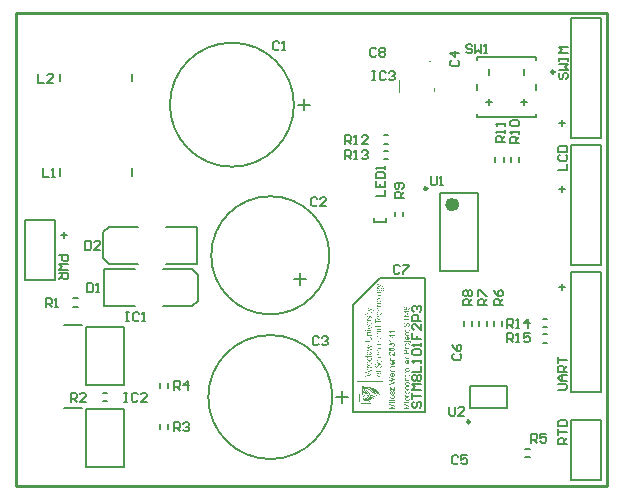
<source format=gto>
G04*
G04 #@! TF.GenerationSoftware,Altium Limited,Altium Designer,21.0.9 (235)*
G04*
G04 Layer_Color=65535*
%FSLAX44Y44*%
%MOMM*%
G71*
G04*
G04 #@! TF.SameCoordinates,3ED63D2E-4D53-4139-B350-83C99BDD6A5C*
G04*
G04*
G04 #@! TF.FilePolarity,Positive*
G04*
G01*
G75*
%ADD10C,0.6000*%
%ADD11C,0.2500*%
%ADD12C,0.2000*%
%ADD13C,0.1000*%
%ADD14C,0.1270*%
%ADD15C,0.2540*%
%ADD16C,0.1500*%
G36*
X305510Y170760D02*
X305621D01*
Y170723D01*
X305659D01*
Y170686D01*
X305770D01*
Y170649D01*
X305844D01*
Y170611D01*
X305956D01*
Y170574D01*
X305993D01*
Y170537D01*
X306104D01*
Y170500D01*
X306216D01*
Y170463D01*
X306253D01*
Y170426D01*
X306402D01*
Y170389D01*
X306439D01*
Y170351D01*
X306550D01*
Y170314D01*
X306625D01*
Y170277D01*
X306699D01*
Y170240D01*
X306810D01*
Y170203D01*
X306885D01*
Y170166D01*
X306996D01*
Y170129D01*
X307070D01*
Y170091D01*
X307145D01*
Y170054D01*
X307256D01*
Y170017D01*
X307330D01*
Y169980D01*
X307442D01*
Y169943D01*
X307516D01*
Y169906D01*
X307628D01*
Y169869D01*
X307702D01*
Y169831D01*
X307776D01*
Y169794D01*
X307887D01*
Y169757D01*
X307925D01*
Y169720D01*
X308073D01*
Y169683D01*
X308148D01*
Y169646D01*
X308222D01*
Y169608D01*
X308333D01*
Y169571D01*
X308408D01*
Y169534D01*
X308519D01*
Y169497D01*
X308593D01*
Y169460D01*
X308668D01*
Y169423D01*
X308779D01*
Y169386D01*
X308853D01*
Y169349D01*
X308965D01*
Y169311D01*
X309002D01*
Y169274D01*
X309151D01*
Y169237D01*
X309188D01*
Y169200D01*
X309299D01*
Y169163D01*
X309411D01*
Y169126D01*
X309448D01*
Y169088D01*
X309596D01*
Y169051D01*
X309634D01*
Y169014D01*
X309745D01*
Y168977D01*
X309856D01*
Y168940D01*
X309931D01*
Y168903D01*
X310042D01*
Y168866D01*
X310116D01*
Y168828D01*
X310265D01*
Y168791D01*
X310302D01*
Y168754D01*
X310414D01*
Y168717D01*
X310525D01*
Y168680D01*
X310599D01*
Y168643D01*
X310748D01*
Y168605D01*
X310822D01*
Y168568D01*
X310971D01*
Y168531D01*
X311119D01*
Y168494D01*
X311157D01*
Y168457D01*
X311194D01*
Y168420D01*
X311231D01*
Y168383D01*
X311268D01*
Y168346D01*
X311231D01*
Y168308D01*
X311194D01*
Y168085D01*
X311231D01*
Y168011D01*
X311194D01*
Y167974D01*
X311119D01*
Y168011D01*
X311045D01*
Y168048D01*
X311008D01*
Y168085D01*
X310934D01*
Y168123D01*
X310822D01*
Y168160D01*
X310785D01*
Y168197D01*
X310674D01*
Y168234D01*
X310637D01*
Y168271D01*
X310525D01*
Y168308D01*
X310451D01*
Y168346D01*
X310376D01*
Y168383D01*
X310265D01*
Y168420D01*
X310228D01*
Y168457D01*
X310116D01*
Y168494D01*
X310042D01*
Y168531D01*
X309968D01*
Y168568D01*
X309856D01*
Y168605D01*
X309819D01*
Y168643D01*
X309671D01*
Y168680D01*
X309634D01*
Y168717D01*
X309485D01*
Y168754D01*
X309411D01*
Y168791D01*
X309336D01*
Y168828D01*
X309225D01*
Y168866D01*
X309188D01*
Y168903D01*
X308928D01*
Y168866D01*
X308853D01*
Y168828D01*
X308742D01*
Y168791D01*
X308631D01*
Y168754D01*
X308519D01*
Y168717D01*
X308408D01*
Y168680D01*
X308333D01*
Y168643D01*
X308222D01*
Y168605D01*
X308148D01*
Y168568D01*
X308036D01*
Y168531D01*
X307925D01*
Y168494D01*
X307850D01*
Y168457D01*
X307702D01*
Y168420D01*
X307665D01*
Y168383D01*
X307516D01*
Y168346D01*
X307479D01*
Y168308D01*
X307367D01*
Y168271D01*
X307256D01*
Y168234D01*
X307219D01*
Y168197D01*
X307070D01*
Y168160D01*
X307033D01*
Y168123D01*
X306922D01*
Y168085D01*
X306847D01*
Y168048D01*
X306736D01*
Y168011D01*
X306625D01*
Y167974D01*
X306587D01*
Y167937D01*
X306439D01*
Y167900D01*
X306364D01*
Y167863D01*
X306290D01*
Y167825D01*
X306179D01*
Y167788D01*
X306142D01*
Y167751D01*
X305993D01*
Y167714D01*
X305956D01*
Y167677D01*
X305844D01*
Y167640D01*
X305770D01*
Y167603D01*
X305696D01*
Y167565D01*
X305621D01*
Y167491D01*
X305659D01*
Y166971D01*
X305733D01*
Y167008D01*
X305770D01*
Y167045D01*
X305882D01*
Y167082D01*
X305919D01*
Y167120D01*
X306067D01*
Y167157D01*
X306142D01*
Y167194D01*
X306327D01*
Y167231D01*
X306736D01*
Y167194D01*
X306922D01*
Y167157D01*
X307033D01*
Y167120D01*
X307145D01*
Y167082D01*
X307182D01*
Y167045D01*
X307293D01*
Y167008D01*
X307330D01*
Y166971D01*
X307367D01*
Y166934D01*
X307405D01*
Y166897D01*
X307442D01*
Y166860D01*
X307479D01*
Y166822D01*
X307516D01*
Y166785D01*
X307553D01*
Y166748D01*
X307590D01*
Y166674D01*
X307628D01*
Y166600D01*
X307665D01*
Y166525D01*
X307702D01*
Y166414D01*
X307739D01*
Y166302D01*
X307776D01*
Y165299D01*
X307813D01*
Y165262D01*
X307850D01*
Y165225D01*
X307887D01*
Y165188D01*
X307925D01*
Y165151D01*
X308296D01*
Y165188D01*
X308370D01*
Y165225D01*
X308408D01*
Y165299D01*
X308445D01*
Y165336D01*
X308482D01*
Y165411D01*
X308519D01*
Y165634D01*
X308556D01*
Y165782D01*
X308519D01*
Y166302D01*
X308556D01*
Y166600D01*
X308593D01*
Y166934D01*
X308631D01*
Y167008D01*
X308668D01*
Y167120D01*
X308705D01*
Y167194D01*
X308742D01*
Y167231D01*
X308779D01*
Y167305D01*
X308816D01*
Y167342D01*
X308853D01*
Y167380D01*
X308890D01*
Y167417D01*
X308965D01*
Y167454D01*
X309002D01*
Y167491D01*
X309076D01*
Y167528D01*
X309151D01*
Y167565D01*
X309373D01*
Y167603D01*
X309856D01*
Y167565D01*
X310079D01*
Y167528D01*
X310154D01*
Y167491D01*
X310302D01*
Y167454D01*
X310339D01*
Y167417D01*
X310414D01*
Y167380D01*
X310488D01*
Y167342D01*
X310525D01*
Y167305D01*
X310599D01*
Y167268D01*
X310637D01*
Y167231D01*
X310674D01*
Y167194D01*
X310711D01*
Y167157D01*
X310748D01*
Y167120D01*
X310785D01*
Y167082D01*
X310822D01*
Y167008D01*
X310859D01*
Y166971D01*
X310896D01*
Y166934D01*
X310934D01*
Y166860D01*
X310971D01*
Y166822D01*
X311008D01*
Y166748D01*
X311045D01*
Y166674D01*
X311082D01*
Y166562D01*
X311119D01*
Y166451D01*
X311157D01*
Y166339D01*
X311194D01*
Y166117D01*
X311231D01*
Y165968D01*
X311268D01*
Y165448D01*
X311231D01*
Y165374D01*
X311194D01*
Y165151D01*
X311157D01*
Y165076D01*
X311119D01*
Y165002D01*
X311082D01*
Y164891D01*
X311045D01*
Y164853D01*
X311008D01*
Y164779D01*
X310971D01*
Y164742D01*
X310934D01*
Y164705D01*
X310896D01*
Y164668D01*
X310859D01*
Y164631D01*
X310822D01*
Y164594D01*
X310785D01*
Y164556D01*
X310711D01*
Y164519D01*
X310637D01*
Y164482D01*
X310599D01*
Y164445D01*
X310451D01*
Y164408D01*
X310376D01*
Y164371D01*
X309819D01*
Y164408D01*
X309745D01*
Y164445D01*
X309596D01*
Y164482D01*
X309559D01*
Y164519D01*
X309522D01*
Y164556D01*
X309448D01*
Y164594D01*
X309411D01*
Y164631D01*
X309373D01*
Y164668D01*
X309336D01*
Y164705D01*
X309299D01*
Y164742D01*
X309262D01*
Y164779D01*
X309225D01*
Y164853D01*
X309188D01*
Y164891D01*
X309151D01*
Y164965D01*
X309113D01*
Y165039D01*
X309002D01*
Y164965D01*
X308965D01*
Y164891D01*
X308928D01*
Y164853D01*
X308890D01*
Y164816D01*
X308853D01*
Y164779D01*
X308816D01*
Y164742D01*
X308779D01*
Y164705D01*
X308705D01*
Y164668D01*
X308631D01*
Y164631D01*
X308185D01*
Y164668D01*
X308148D01*
Y164705D01*
X308073D01*
Y164742D01*
X307999D01*
Y164779D01*
X307962D01*
Y164816D01*
X307925D01*
Y164853D01*
X307887D01*
Y164891D01*
X307850D01*
Y164928D01*
X307813D01*
Y164965D01*
X307776D01*
Y165039D01*
X307739D01*
Y165076D01*
X307702D01*
Y165114D01*
X307665D01*
Y165151D01*
X307628D01*
Y165039D01*
X307590D01*
Y164965D01*
X307553D01*
Y164928D01*
X307516D01*
Y164853D01*
X307479D01*
Y164816D01*
X307442D01*
Y164779D01*
X307405D01*
Y164742D01*
X307367D01*
Y164705D01*
X307330D01*
Y164668D01*
X307293D01*
Y164631D01*
X307219D01*
Y164594D01*
X307145D01*
Y164556D01*
X307033D01*
Y164519D01*
X306885D01*
Y164482D01*
X306290D01*
Y164519D01*
X306179D01*
Y164556D01*
X306030D01*
Y164594D01*
X305993D01*
Y164631D01*
X305882D01*
Y164668D01*
X305844D01*
Y164705D01*
X305807D01*
Y164742D01*
X305770D01*
Y164779D01*
X305733D01*
Y164816D01*
X305659D01*
Y164891D01*
X305621D01*
Y164928D01*
X305584D01*
Y164965D01*
X305547D01*
Y165039D01*
X305510D01*
Y165076D01*
X305473D01*
Y165151D01*
X305436D01*
Y165225D01*
X305399D01*
Y165336D01*
X305361D01*
Y165448D01*
X305324D01*
Y165597D01*
X305287D01*
Y166265D01*
X305324D01*
Y166562D01*
X305361D01*
Y167231D01*
X305324D01*
Y167491D01*
X305361D01*
Y167565D01*
X305399D01*
Y168197D01*
X305436D01*
Y168234D01*
X305510D01*
Y168271D01*
X305659D01*
Y168308D01*
X305807D01*
Y168346D01*
X305882D01*
Y168383D01*
X306030D01*
Y168420D01*
X306104D01*
Y168457D01*
X306253D01*
Y168494D01*
X306327D01*
Y168531D01*
X306439D01*
Y168568D01*
X306550D01*
Y168605D01*
X306625D01*
Y168643D01*
X306773D01*
Y168680D01*
X306847D01*
Y168717D01*
X306959D01*
Y168754D01*
X307070D01*
Y168791D01*
X307145D01*
Y168828D01*
X307293D01*
Y168866D01*
X307330D01*
Y168903D01*
X307479D01*
Y168940D01*
X307553D01*
Y168977D01*
X307628D01*
Y169014D01*
X307776D01*
Y169051D01*
X307813D01*
Y169088D01*
X307962D01*
Y169126D01*
X308036D01*
Y169163D01*
X308185D01*
Y169200D01*
X308222D01*
Y169274D01*
X308148D01*
Y169311D01*
X308073D01*
Y169349D01*
X307962D01*
Y169386D01*
X307887D01*
Y169423D01*
X307776D01*
Y169460D01*
X307702D01*
Y169497D01*
X307628D01*
Y169534D01*
X307516D01*
Y169571D01*
X307442D01*
Y169608D01*
X307330D01*
Y169646D01*
X307256D01*
Y169683D01*
X307182D01*
Y169720D01*
X307033D01*
Y169757D01*
X306959D01*
Y169794D01*
X306847D01*
Y169831D01*
X306773D01*
Y169869D01*
X306662D01*
Y169906D01*
X306550D01*
Y169943D01*
X306476D01*
Y169980D01*
X306327D01*
Y170017D01*
X306253D01*
Y170054D01*
X306142D01*
Y170091D01*
X306030D01*
Y170129D01*
X305919D01*
Y170166D01*
X305807D01*
Y170203D01*
X305696D01*
Y170240D01*
X305547D01*
Y170277D01*
X305473D01*
Y170314D01*
X305399D01*
Y170797D01*
X305510D01*
Y170760D01*
D02*
G37*
G36*
X307479Y164036D02*
X307702D01*
Y163999D01*
X307925D01*
Y163962D01*
X307999D01*
Y163925D01*
X308148D01*
Y163888D01*
X308185D01*
Y163851D01*
X308259D01*
Y163813D01*
X308333D01*
Y163776D01*
X308408D01*
Y163739D01*
X308482D01*
Y163702D01*
X308519D01*
Y163665D01*
X308556D01*
Y163628D01*
X308593D01*
Y163591D01*
X308631D01*
Y163553D01*
X308668D01*
Y163516D01*
X308705D01*
Y163479D01*
X308742D01*
Y163442D01*
X308779D01*
Y163405D01*
X308816D01*
Y163368D01*
X308853D01*
Y163293D01*
X308890D01*
Y163256D01*
X308928D01*
Y163182D01*
X308965D01*
Y163108D01*
X309002D01*
Y163071D01*
X309039D01*
Y162922D01*
X309076D01*
Y162848D01*
X309113D01*
Y162662D01*
X309151D01*
Y161956D01*
X309113D01*
Y161770D01*
X309076D01*
Y161696D01*
X309039D01*
Y161584D01*
X309002D01*
Y161510D01*
X308965D01*
Y161436D01*
X308928D01*
Y161362D01*
X308890D01*
Y161325D01*
X308853D01*
Y161250D01*
X308816D01*
Y161213D01*
X308779D01*
Y161176D01*
X308742D01*
Y161139D01*
X308705D01*
Y161102D01*
X308668D01*
Y161064D01*
X308631D01*
Y161027D01*
X308593D01*
Y160990D01*
X308556D01*
Y160953D01*
X308482D01*
Y160916D01*
X308445D01*
Y160879D01*
X308370D01*
Y160842D01*
X308333D01*
Y160804D01*
X308259D01*
Y160767D01*
X308185D01*
Y160730D01*
X308110D01*
Y160693D01*
X307999D01*
Y160656D01*
X307925D01*
Y160619D01*
X307702D01*
Y160582D01*
X307479D01*
Y160544D01*
X306996D01*
Y160582D01*
X306773D01*
Y160619D01*
X306550D01*
Y160656D01*
X306513D01*
Y160693D01*
X306364D01*
Y160730D01*
X306290D01*
Y160767D01*
X306216D01*
Y160804D01*
X306142D01*
Y160842D01*
X306104D01*
Y160879D01*
X306030D01*
Y160916D01*
X305993D01*
Y160953D01*
X305956D01*
Y160990D01*
X305882D01*
Y161027D01*
X305844D01*
Y161064D01*
X305807D01*
Y161102D01*
X305770D01*
Y161139D01*
X305733D01*
Y161176D01*
X305696D01*
Y161213D01*
X305659D01*
Y161287D01*
X305621D01*
Y161325D01*
X305584D01*
Y161362D01*
X305547D01*
Y161436D01*
X305510D01*
Y161473D01*
X305473D01*
Y161584D01*
X305436D01*
Y161659D01*
X305399D01*
Y161807D01*
X305361D01*
Y161919D01*
X305324D01*
Y162142D01*
X305287D01*
Y162476D01*
X305324D01*
Y162736D01*
X305361D01*
Y162848D01*
X305399D01*
Y162996D01*
X305436D01*
Y163033D01*
X305473D01*
Y163145D01*
X305510D01*
Y163182D01*
X305547D01*
Y163256D01*
X305584D01*
Y163330D01*
X305621D01*
Y163368D01*
X305659D01*
Y163405D01*
X305696D01*
Y163442D01*
X305733D01*
Y163479D01*
X305770D01*
Y163553D01*
X305844D01*
Y163628D01*
X305919D01*
Y163665D01*
X305956D01*
Y163702D01*
X305993D01*
Y163739D01*
X306067D01*
Y163776D01*
X306104D01*
Y163813D01*
X306179D01*
Y163851D01*
X306253D01*
Y163888D01*
X306327D01*
Y163925D01*
X306476D01*
Y163962D01*
X306550D01*
Y163999D01*
X306736D01*
Y164036D01*
X306996D01*
Y164073D01*
X307479D01*
Y164036D01*
D02*
G37*
G36*
X309039Y159876D02*
X309076D01*
Y159653D01*
X309039D01*
Y159504D01*
X309076D01*
Y159281D01*
X303207D01*
Y159541D01*
X303244D01*
Y159616D01*
X303207D01*
Y159876D01*
X303244D01*
Y159913D01*
X303356D01*
Y159876D01*
X308928D01*
Y159913D01*
X309039D01*
Y159876D01*
D02*
G37*
G36*
X307516Y158576D02*
X307813D01*
Y158538D01*
X307925D01*
Y158501D01*
X308036D01*
Y158464D01*
X308148D01*
Y158427D01*
X308185D01*
Y158390D01*
X308296D01*
Y158353D01*
X308333D01*
Y158315D01*
X308408D01*
Y158278D01*
X308445D01*
Y158241D01*
X308519D01*
Y158204D01*
X308556D01*
Y158167D01*
X308593D01*
Y158130D01*
X308631D01*
Y158093D01*
X308668D01*
Y158055D01*
X308705D01*
Y158018D01*
X308742D01*
Y157981D01*
X308779D01*
Y157944D01*
X308816D01*
Y157907D01*
X308853D01*
Y157833D01*
X308890D01*
Y157795D01*
X308928D01*
Y157721D01*
X308965D01*
Y157647D01*
X309002D01*
Y157610D01*
X309039D01*
Y157461D01*
X309076D01*
Y157387D01*
X309113D01*
Y157201D01*
X309151D01*
Y156495D01*
X309113D01*
Y156347D01*
X309076D01*
Y156235D01*
X309039D01*
Y156124D01*
X309002D01*
Y156049D01*
X308965D01*
Y155975D01*
X308928D01*
Y155901D01*
X308890D01*
Y155864D01*
X308853D01*
Y155827D01*
X308816D01*
Y155789D01*
X308779D01*
Y155715D01*
X308742D01*
Y155678D01*
X308705D01*
Y155641D01*
X308668D01*
Y155604D01*
X308631D01*
Y155567D01*
X308593D01*
Y155529D01*
X308519D01*
Y155492D01*
X308482D01*
Y155455D01*
X308445D01*
Y155418D01*
X308370D01*
Y155381D01*
X308333D01*
Y155344D01*
X308259D01*
Y155307D01*
X308185D01*
Y155269D01*
X308073D01*
Y155232D01*
X307999D01*
Y155195D01*
X307850D01*
Y155158D01*
X307665D01*
Y155121D01*
X307405D01*
Y155084D01*
X307070D01*
Y155121D01*
X306773D01*
Y155158D01*
X306625D01*
Y155195D01*
X306476D01*
Y155232D01*
X306402D01*
Y155269D01*
X306290D01*
Y155307D01*
X306216D01*
Y155344D01*
X306142D01*
Y155381D01*
X306104D01*
Y155418D01*
X306030D01*
Y155455D01*
X305993D01*
Y155492D01*
X305956D01*
Y155529D01*
X305882D01*
Y155567D01*
X305844D01*
Y155604D01*
X305807D01*
Y155641D01*
X305770D01*
Y155678D01*
X305733D01*
Y155715D01*
X305696D01*
Y155752D01*
X305659D01*
Y155827D01*
X305621D01*
Y155864D01*
X305584D01*
Y155938D01*
X305547D01*
Y155975D01*
X305510D01*
Y156012D01*
X305473D01*
Y156124D01*
X305436D01*
Y156198D01*
X305399D01*
Y156347D01*
X305361D01*
Y156458D01*
X305324D01*
Y156681D01*
X305287D01*
Y157015D01*
X305324D01*
Y157275D01*
X305361D01*
Y157387D01*
X305399D01*
Y157535D01*
X305436D01*
Y157610D01*
X305473D01*
Y157684D01*
X305510D01*
Y157758D01*
X305547D01*
Y157833D01*
X305584D01*
Y157870D01*
X305621D01*
Y157907D01*
X305659D01*
Y157944D01*
X305696D01*
Y157981D01*
X305733D01*
Y158018D01*
X305770D01*
Y158055D01*
X305807D01*
Y158093D01*
X305844D01*
Y158130D01*
X305882D01*
Y158167D01*
X305919D01*
Y158204D01*
X305956D01*
Y158241D01*
X305993D01*
Y158278D01*
X306067D01*
Y158315D01*
X306142D01*
Y158353D01*
X306179D01*
Y158390D01*
X306253D01*
Y158427D01*
X306327D01*
Y158464D01*
X306439D01*
Y158501D01*
X306550D01*
Y158538D01*
X306662D01*
Y158576D01*
X306996D01*
Y158613D01*
X307516D01*
Y158576D01*
D02*
G37*
G36*
X309039Y154415D02*
X309076D01*
Y154266D01*
X309039D01*
Y153969D01*
X309076D01*
Y153858D01*
X309039D01*
Y153821D01*
X308928D01*
Y153858D01*
X306439D01*
Y153821D01*
X306327D01*
Y153784D01*
X306216D01*
Y153746D01*
X306104D01*
Y153709D01*
X306067D01*
Y153672D01*
X305993D01*
Y153635D01*
X305956D01*
Y153598D01*
X305919D01*
Y153561D01*
X305882D01*
Y153523D01*
X305844D01*
Y153449D01*
X305807D01*
Y153375D01*
X305770D01*
Y153301D01*
X305733D01*
Y152781D01*
X305770D01*
Y152706D01*
X305807D01*
Y152632D01*
X305844D01*
Y152558D01*
X305882D01*
Y152521D01*
X305919D01*
Y152483D01*
X305956D01*
Y152446D01*
X305993D01*
Y152409D01*
X306030D01*
Y152372D01*
X306067D01*
Y152335D01*
X306142D01*
Y152298D01*
X306216D01*
Y152260D01*
X306290D01*
Y152223D01*
X306439D01*
Y152186D01*
X306587D01*
Y152149D01*
X309039D01*
Y152112D01*
X309076D01*
Y152000D01*
X309039D01*
Y151666D01*
X309076D01*
Y151517D01*
X305399D01*
Y152112D01*
X305919D01*
Y152186D01*
X305882D01*
Y152223D01*
X305807D01*
Y152260D01*
X305770D01*
Y152298D01*
X305733D01*
Y152335D01*
X305659D01*
Y152409D01*
X305621D01*
Y152446D01*
X305584D01*
Y152483D01*
X305547D01*
Y152521D01*
X305510D01*
Y152558D01*
X305473D01*
Y152669D01*
X305436D01*
Y152706D01*
X305399D01*
Y152781D01*
X305361D01*
Y152892D01*
X305324D01*
Y153041D01*
X305287D01*
Y153486D01*
X305324D01*
Y153672D01*
X305361D01*
Y153746D01*
X305399D01*
Y153858D01*
X305436D01*
Y153932D01*
X305473D01*
Y154006D01*
X305510D01*
Y154044D01*
X305547D01*
Y154081D01*
X305584D01*
Y154118D01*
X305621D01*
Y154155D01*
X305659D01*
Y154192D01*
X305733D01*
Y154229D01*
X305807D01*
Y154266D01*
X305844D01*
Y154304D01*
X305956D01*
Y154341D01*
X306030D01*
Y154378D01*
X306253D01*
Y154415D01*
X306439D01*
Y154452D01*
X307442D01*
Y154415D01*
X308370D01*
Y154452D01*
X309039D01*
Y154415D01*
D02*
G37*
G36*
X309076Y150403D02*
X309039D01*
Y150106D01*
X309076D01*
Y149957D01*
X309002D01*
Y149920D01*
X308742D01*
Y149957D01*
X307628D01*
Y149994D01*
X306773D01*
Y149957D01*
X306513D01*
Y149920D01*
X306253D01*
Y149883D01*
X306216D01*
Y149846D01*
X306067D01*
Y149809D01*
X306030D01*
Y149771D01*
X305993D01*
Y149734D01*
X305919D01*
Y149697D01*
X305882D01*
Y149660D01*
X305844D01*
Y149586D01*
X305807D01*
Y149511D01*
X305770D01*
Y149437D01*
X305733D01*
Y148880D01*
X305770D01*
Y148806D01*
X305807D01*
Y148731D01*
X305844D01*
Y148657D01*
X305882D01*
Y148620D01*
X305919D01*
Y148583D01*
X305956D01*
Y148546D01*
X305993D01*
Y148509D01*
X306030D01*
Y148471D01*
X306104D01*
Y148434D01*
X306142D01*
Y148397D01*
X306216D01*
Y148360D01*
X306290D01*
Y148323D01*
X306476D01*
Y148286D01*
X306699D01*
Y148248D01*
X307033D01*
Y148211D01*
X308853D01*
Y148248D01*
X309039D01*
Y148211D01*
X309076D01*
Y148100D01*
X309039D01*
Y147803D01*
X309076D01*
Y147654D01*
X309039D01*
Y147617D01*
X308482D01*
Y147654D01*
X306885D01*
Y147691D01*
X305287D01*
Y147654D01*
X303727D01*
Y147617D01*
X303244D01*
Y147654D01*
X303207D01*
Y147803D01*
X303244D01*
Y148100D01*
X303207D01*
Y148211D01*
X303244D01*
Y148248D01*
X303727D01*
Y148211D01*
X305882D01*
Y148248D01*
X305919D01*
Y148323D01*
X305844D01*
Y148360D01*
X305807D01*
Y148397D01*
X305733D01*
Y148434D01*
X305696D01*
Y148471D01*
X305659D01*
Y148509D01*
X305621D01*
Y148546D01*
X305584D01*
Y148620D01*
X305547D01*
Y148657D01*
X305510D01*
Y148694D01*
X305473D01*
Y148806D01*
X305436D01*
Y148843D01*
X305399D01*
Y148954D01*
X305361D01*
Y149029D01*
X305324D01*
Y149251D01*
X305287D01*
Y149511D01*
X305324D01*
Y149734D01*
X305361D01*
Y149846D01*
X305399D01*
Y149957D01*
X305436D01*
Y150031D01*
X305473D01*
Y150106D01*
X305510D01*
Y150143D01*
X305547D01*
Y150180D01*
X305584D01*
Y150254D01*
X305659D01*
Y150292D01*
X305696D01*
Y150329D01*
X305733D01*
Y150366D01*
X305807D01*
Y150403D01*
X305882D01*
Y150440D01*
X305993D01*
Y150477D01*
X306104D01*
Y150514D01*
X306253D01*
Y150552D01*
X309076D01*
Y150403D01*
D02*
G37*
G36*
X297115Y150663D02*
X297152D01*
Y150626D01*
X297263D01*
Y150589D01*
X297337D01*
Y150552D01*
X297449D01*
Y150514D01*
X297523D01*
Y150477D01*
X297598D01*
Y150440D01*
X297672D01*
Y150403D01*
X297746D01*
Y150366D01*
X297858D01*
Y150329D01*
X297932D01*
Y150292D01*
X298043D01*
Y150254D01*
X298118D01*
Y150217D01*
X298192D01*
Y150180D01*
X298303D01*
Y150143D01*
X298340D01*
Y150106D01*
X298489D01*
Y150069D01*
X298563D01*
Y150031D01*
X298638D01*
Y149994D01*
X298749D01*
Y149957D01*
X298786D01*
Y149920D01*
X298935D01*
Y149883D01*
X298972D01*
Y149846D01*
X299083D01*
Y149809D01*
X299195D01*
Y149771D01*
X299232D01*
Y149734D01*
X299381D01*
Y149697D01*
X299418D01*
Y149660D01*
X299529D01*
Y149623D01*
X299604D01*
Y149586D01*
X299715D01*
Y149549D01*
X299789D01*
Y149511D01*
X299864D01*
Y149474D01*
X299975D01*
Y149437D01*
X300049D01*
Y149400D01*
X300161D01*
Y149363D01*
X300235D01*
Y149326D01*
X300309D01*
Y149289D01*
X300458D01*
Y149251D01*
X300495D01*
Y149214D01*
X300644D01*
Y149177D01*
X300681D01*
Y149140D01*
X300755D01*
Y149103D01*
X300867D01*
Y149066D01*
X300941D01*
Y149029D01*
X301052D01*
Y148991D01*
X301127D01*
Y148954D01*
X301238D01*
Y148917D01*
X301312D01*
Y148880D01*
X301387D01*
Y148843D01*
X301498D01*
Y148806D01*
X301572D01*
Y148769D01*
X301721D01*
Y148731D01*
X301758D01*
Y148694D01*
X301870D01*
Y148657D01*
X301981D01*
Y148620D01*
X302055D01*
Y148583D01*
X302204D01*
Y148546D01*
X302241D01*
Y148509D01*
X302390D01*
Y148471D01*
X302501D01*
Y148434D01*
X302612D01*
Y148397D01*
X302724D01*
Y147877D01*
X302612D01*
Y147914D01*
X302575D01*
Y147951D01*
X302501D01*
Y147988D01*
X302427D01*
Y148026D01*
X302353D01*
Y148063D01*
X302278D01*
Y148100D01*
X302241D01*
Y148137D01*
X302167D01*
Y148174D01*
X302092D01*
Y148211D01*
X302018D01*
Y148248D01*
X301907D01*
Y148286D01*
X301870D01*
Y148323D01*
X301758D01*
Y148360D01*
X301684D01*
Y148397D01*
X301572D01*
Y148434D01*
X301535D01*
Y148471D01*
X301461D01*
Y148509D01*
X301350D01*
Y148546D01*
X301275D01*
Y148583D01*
X301164D01*
Y148620D01*
X301089D01*
Y148657D01*
X300978D01*
Y148694D01*
X300904D01*
Y148731D01*
X300829D01*
Y148769D01*
X300532D01*
Y148731D01*
X300458D01*
Y148694D01*
X300347D01*
Y148657D01*
X300235D01*
Y148620D01*
X300161D01*
Y148583D01*
X300012D01*
Y148546D01*
X299938D01*
Y148509D01*
X299826D01*
Y148471D01*
X299715D01*
Y148434D01*
X299641D01*
Y148397D01*
X299492D01*
Y148360D01*
X299455D01*
Y148323D01*
X299306D01*
Y148286D01*
X299232D01*
Y148248D01*
X299158D01*
Y148211D01*
X299046D01*
Y148174D01*
X298972D01*
Y148137D01*
X298861D01*
Y148100D01*
X298786D01*
Y148063D01*
X298712D01*
Y148026D01*
X298601D01*
Y147988D01*
X298526D01*
Y147951D01*
X298415D01*
Y147914D01*
X298340D01*
Y147877D01*
X298229D01*
Y147840D01*
X298155D01*
Y147803D01*
X298081D01*
Y147766D01*
X297969D01*
Y147728D01*
X297895D01*
Y147691D01*
X297783D01*
Y147654D01*
X297709D01*
Y147617D01*
X297635D01*
Y147580D01*
X297523D01*
Y147543D01*
X297449D01*
Y147506D01*
X297337D01*
Y147468D01*
X297300D01*
Y147431D01*
X297189D01*
Y147357D01*
X297263D01*
Y147320D01*
X297337D01*
Y146911D01*
X297300D01*
Y146874D01*
X297337D01*
Y146577D01*
X297300D01*
Y146503D01*
X297337D01*
Y146465D01*
X297375D01*
Y146428D01*
X297560D01*
Y146391D01*
X298638D01*
Y146354D01*
X299752D01*
Y146391D01*
X299938D01*
Y146428D01*
X300124D01*
Y146465D01*
X300198D01*
Y146503D01*
X300272D01*
Y146540D01*
X300347D01*
Y146577D01*
X300384D01*
Y146651D01*
X300421D01*
Y146688D01*
X300458D01*
Y146763D01*
X300495D01*
Y147171D01*
X300458D01*
Y147246D01*
X300421D01*
Y147357D01*
X300384D01*
Y147431D01*
X300347D01*
Y147506D01*
X300421D01*
Y147543D01*
X300569D01*
Y147468D01*
X300606D01*
Y147431D01*
X300644D01*
Y147357D01*
X300681D01*
Y147246D01*
X300718D01*
Y147171D01*
X300755D01*
Y146985D01*
X300792D01*
Y146503D01*
X300755D01*
Y146280D01*
X300718D01*
Y146205D01*
X300681D01*
Y146168D01*
X300644D01*
Y146094D01*
X300606D01*
Y146057D01*
X300569D01*
Y146020D01*
X300532D01*
Y145982D01*
X300458D01*
Y145945D01*
X300421D01*
Y145908D01*
X300309D01*
Y145871D01*
X300235D01*
Y145834D01*
X299938D01*
Y145797D01*
X299232D01*
Y145834D01*
X297375D01*
Y145797D01*
X297337D01*
Y145462D01*
X297375D01*
Y145425D01*
X297337D01*
Y145388D01*
X297003D01*
Y145685D01*
X297040D01*
Y145797D01*
X297003D01*
Y145834D01*
X296149D01*
Y145871D01*
X296112D01*
Y145945D01*
X296075D01*
Y146057D01*
X296037D01*
Y146205D01*
X296000D01*
Y146280D01*
X295963D01*
Y146354D01*
X295926D01*
Y146428D01*
X295963D01*
Y146465D01*
X296075D01*
Y146428D01*
X297003D01*
Y146465D01*
X297040D01*
Y147134D01*
X297003D01*
Y147506D01*
X297040D01*
Y147914D01*
X297003D01*
Y148063D01*
X297040D01*
Y148100D01*
X297078D01*
Y148137D01*
X297300D01*
Y148174D01*
X297375D01*
Y148211D01*
X297486D01*
Y148248D01*
X297598D01*
Y148286D01*
X297709D01*
Y148323D01*
X297858D01*
Y148360D01*
X297932D01*
Y148397D01*
X298043D01*
Y148434D01*
X298155D01*
Y148471D01*
X298229D01*
Y148509D01*
X298378D01*
Y148546D01*
X298415D01*
Y148583D01*
X298601D01*
Y148620D01*
X298638D01*
Y148657D01*
X298786D01*
Y148694D01*
X298861D01*
Y148731D01*
X298935D01*
Y148769D01*
X299083D01*
Y148806D01*
X299121D01*
Y148843D01*
X299269D01*
Y148880D01*
X299343D01*
Y148917D01*
X299418D01*
Y148954D01*
X299566D01*
Y148991D01*
X299604D01*
Y149029D01*
X299752D01*
Y149066D01*
X299826D01*
Y149140D01*
X299789D01*
Y149177D01*
X299752D01*
Y149214D01*
X299641D01*
Y149251D01*
X299566D01*
Y149289D01*
X299455D01*
Y149326D01*
X299381D01*
Y149363D01*
X299269D01*
Y149400D01*
X299158D01*
Y149437D01*
X299083D01*
Y149474D01*
X298972D01*
Y149511D01*
X298898D01*
Y149549D01*
X298786D01*
Y149586D01*
X298712D01*
Y149623D01*
X298638D01*
Y149660D01*
X298489D01*
Y149697D01*
X298452D01*
Y149734D01*
X298303D01*
Y149771D01*
X298229D01*
Y149809D01*
X298118D01*
Y149846D01*
X298006D01*
Y149883D01*
X297932D01*
Y149920D01*
X297783D01*
Y149957D01*
X297709D01*
Y149994D01*
X297598D01*
Y150031D01*
X297486D01*
Y150069D01*
X297375D01*
Y150106D01*
X297226D01*
Y150143D01*
X297152D01*
Y150180D01*
X297040D01*
Y150217D01*
X297003D01*
Y150329D01*
X297040D01*
Y150514D01*
X297003D01*
Y150700D01*
X297115D01*
Y150663D01*
D02*
G37*
G36*
X300718Y144719D02*
X300681D01*
Y144348D01*
X300718D01*
Y144236D01*
X300644D01*
Y144199D01*
X300198D01*
Y144236D01*
X297486D01*
Y144199D01*
X297040D01*
Y144236D01*
X297003D01*
Y144348D01*
X297040D01*
Y144719D01*
X297003D01*
Y144831D01*
X298081D01*
Y144794D01*
X299529D01*
Y144831D01*
X300718D01*
Y144719D01*
D02*
G37*
G36*
X295814Y144868D02*
X295889D01*
Y144831D01*
X295926D01*
Y144794D01*
X295963D01*
Y144756D01*
X296000D01*
Y144719D01*
X296037D01*
Y144608D01*
X296075D01*
Y144459D01*
X296037D01*
Y144348D01*
X296000D01*
Y144311D01*
X295963D01*
Y144274D01*
X295926D01*
Y144236D01*
X295889D01*
Y144199D01*
X295852D01*
Y144162D01*
X295777D01*
Y144125D01*
X295517D01*
Y144162D01*
X295480D01*
Y144199D01*
X295406D01*
Y144236D01*
X295331D01*
Y144311D01*
X295294D01*
Y144385D01*
X295257D01*
Y144645D01*
X295294D01*
Y144719D01*
X295331D01*
Y144756D01*
X295369D01*
Y144794D01*
X295406D01*
Y144831D01*
X295443D01*
Y144868D01*
X295517D01*
Y144905D01*
X295814D01*
Y144868D01*
D02*
G37*
G36*
X305696Y147060D02*
X305844D01*
Y147022D01*
X305919D01*
Y146985D01*
X306104D01*
Y146948D01*
X306216D01*
Y146837D01*
X306179D01*
Y146800D01*
X306104D01*
Y146763D01*
X306030D01*
Y146725D01*
X305993D01*
Y146688D01*
X305919D01*
Y146651D01*
X305882D01*
Y146614D01*
X305844D01*
Y146577D01*
X305807D01*
Y146540D01*
X305770D01*
Y146465D01*
X305733D01*
Y146391D01*
X305696D01*
Y146354D01*
X305659D01*
Y146243D01*
X305621D01*
Y146131D01*
X305584D01*
Y145611D01*
X305621D01*
Y145537D01*
X305659D01*
Y145388D01*
X305696D01*
Y145351D01*
X305733D01*
Y145277D01*
X305770D01*
Y145239D01*
X305807D01*
Y145165D01*
X305844D01*
Y145128D01*
X305882D01*
Y145091D01*
X305919D01*
Y145054D01*
X305956D01*
Y145017D01*
X306030D01*
Y144979D01*
X306067D01*
Y144942D01*
X306142D01*
Y144905D01*
X306216D01*
Y144868D01*
X306253D01*
Y144831D01*
X306402D01*
Y144794D01*
X306476D01*
Y144756D01*
X306662D01*
Y144719D01*
X306885D01*
Y144682D01*
X307553D01*
Y144719D01*
X307776D01*
Y144756D01*
X307925D01*
Y144794D01*
X307999D01*
Y144831D01*
X308148D01*
Y144868D01*
X308185D01*
Y144905D01*
X308259D01*
Y144942D01*
X308333D01*
Y144979D01*
X308370D01*
Y145017D01*
X308445D01*
Y145054D01*
X308482D01*
Y145091D01*
X308519D01*
Y145128D01*
X308556D01*
Y145165D01*
X308593D01*
Y145202D01*
X308631D01*
Y145239D01*
X308668D01*
Y145314D01*
X308705D01*
Y145388D01*
X308742D01*
Y145425D01*
X308779D01*
Y145537D01*
X308816D01*
Y145611D01*
X308853D01*
Y146243D01*
X308816D01*
Y146317D01*
X308779D01*
Y146465D01*
X308742D01*
Y146503D01*
X308705D01*
Y146577D01*
X308668D01*
Y146651D01*
X308631D01*
Y146688D01*
X308593D01*
Y146763D01*
X308556D01*
Y146800D01*
X308519D01*
Y146874D01*
X308482D01*
Y146911D01*
X308445D01*
Y146948D01*
X308370D01*
Y146985D01*
X308333D01*
Y147060D01*
X308779D01*
Y147022D01*
X308816D01*
Y146985D01*
X308853D01*
Y146948D01*
X308890D01*
Y146874D01*
X308928D01*
Y146837D01*
X308965D01*
Y146725D01*
X309002D01*
Y146688D01*
X309039D01*
Y146540D01*
X309076D01*
Y146428D01*
X309113D01*
Y146243D01*
X309151D01*
Y145982D01*
X309188D01*
Y145648D01*
X309151D01*
Y145425D01*
X309113D01*
Y145239D01*
X309076D01*
Y145165D01*
X309039D01*
Y145017D01*
X309002D01*
Y144979D01*
X308965D01*
Y144905D01*
X308928D01*
Y144831D01*
X308890D01*
Y144794D01*
X308853D01*
Y144756D01*
X308816D01*
Y144719D01*
X308779D01*
Y144645D01*
X308705D01*
Y144571D01*
X308631D01*
Y144534D01*
X308593D01*
Y144496D01*
X308556D01*
Y144459D01*
X308519D01*
Y144422D01*
X308482D01*
Y144385D01*
X308408D01*
Y144348D01*
X308370D01*
Y144311D01*
X308259D01*
Y144274D01*
X308222D01*
Y144236D01*
X308148D01*
Y144199D01*
X307999D01*
Y144162D01*
X307925D01*
Y144125D01*
X307628D01*
Y144088D01*
X307330D01*
Y144051D01*
X307145D01*
Y144088D01*
X306810D01*
Y144125D01*
X306587D01*
Y144162D01*
X306513D01*
Y144199D01*
X306364D01*
Y144236D01*
X306290D01*
Y144274D01*
X306216D01*
Y144311D01*
X306142D01*
Y144348D01*
X306104D01*
Y144385D01*
X306030D01*
Y144422D01*
X305993D01*
Y144459D01*
X305919D01*
Y144496D01*
X305882D01*
Y144534D01*
X305844D01*
Y144571D01*
X305807D01*
Y144608D01*
X305770D01*
Y144645D01*
X305733D01*
Y144682D01*
X305696D01*
Y144719D01*
X305659D01*
Y144794D01*
X305621D01*
Y144831D01*
X305584D01*
Y144868D01*
X305547D01*
Y144979D01*
X305510D01*
Y145017D01*
X305473D01*
Y145128D01*
X305436D01*
Y145202D01*
X305399D01*
Y145314D01*
X305361D01*
Y145462D01*
X305324D01*
Y145722D01*
X305287D01*
Y146057D01*
X305324D01*
Y146317D01*
X305361D01*
Y146503D01*
X305399D01*
Y146651D01*
X305436D01*
Y146725D01*
X305473D01*
Y146874D01*
X305510D01*
Y146911D01*
X305547D01*
Y147022D01*
X305584D01*
Y147060D01*
X305621D01*
Y147097D01*
X305696D01*
Y147060D01*
D02*
G37*
G36*
X299826Y143531D02*
X299938D01*
Y143493D01*
X300086D01*
Y143456D01*
X300124D01*
Y143419D01*
X300198D01*
Y143382D01*
X300272D01*
Y143345D01*
X300309D01*
Y143308D01*
X300347D01*
Y143271D01*
X300384D01*
Y143233D01*
X300421D01*
Y143196D01*
X300458D01*
Y143159D01*
X300495D01*
Y143122D01*
X300532D01*
Y143085D01*
X300569D01*
Y143011D01*
X300606D01*
Y142973D01*
X300644D01*
Y142899D01*
X300681D01*
Y142788D01*
X300718D01*
Y142713D01*
X300755D01*
Y142453D01*
X300792D01*
Y142082D01*
X300755D01*
Y141748D01*
X300718D01*
Y141673D01*
X300681D01*
Y141562D01*
X300644D01*
Y141488D01*
X300606D01*
Y141413D01*
X300569D01*
Y141339D01*
X300532D01*
Y141302D01*
X300421D01*
Y141339D01*
X300347D01*
Y141376D01*
X300161D01*
Y141413D01*
X300086D01*
Y141450D01*
X299938D01*
Y141562D01*
X300012D01*
Y141599D01*
X300049D01*
Y141636D01*
X300124D01*
Y141673D01*
X300161D01*
Y141710D01*
X300198D01*
Y141748D01*
X300235D01*
Y141785D01*
X300272D01*
Y141859D01*
X300309D01*
Y141933D01*
X300347D01*
Y141971D01*
X300384D01*
Y142082D01*
X300421D01*
Y142156D01*
X300458D01*
Y142602D01*
X300421D01*
Y142713D01*
X300384D01*
Y142788D01*
X300347D01*
Y142825D01*
X300309D01*
Y142862D01*
X300272D01*
Y142899D01*
X300235D01*
Y142936D01*
X300198D01*
Y142973D01*
X300124D01*
Y143011D01*
X300086D01*
Y143048D01*
X299938D01*
Y143085D01*
X299678D01*
Y143048D01*
X299529D01*
Y143011D01*
X299455D01*
Y142973D01*
X299418D01*
Y142936D01*
X299381D01*
Y142899D01*
X299343D01*
Y142862D01*
X299306D01*
Y142825D01*
X299269D01*
Y142751D01*
X299232D01*
Y142676D01*
X299195D01*
Y142602D01*
X299158D01*
Y142453D01*
X299121D01*
Y142379D01*
X299083D01*
Y142268D01*
X299046D01*
Y142082D01*
X299009D01*
Y142045D01*
X298972D01*
Y141933D01*
X298935D01*
Y141859D01*
X298898D01*
Y141785D01*
X298861D01*
Y141710D01*
X298823D01*
Y141673D01*
X298786D01*
Y141636D01*
X298749D01*
Y141599D01*
X298712D01*
Y141562D01*
X298675D01*
Y141525D01*
X298601D01*
Y141488D01*
X298563D01*
Y141450D01*
X298415D01*
Y141413D01*
X298340D01*
Y141376D01*
X297709D01*
Y141413D01*
X297635D01*
Y141450D01*
X297523D01*
Y141488D01*
X297486D01*
Y141525D01*
X297412D01*
Y141562D01*
X297337D01*
Y141599D01*
X297300D01*
Y141636D01*
X297263D01*
Y141673D01*
X297226D01*
Y141710D01*
X297189D01*
Y141748D01*
X297152D01*
Y141785D01*
X297115D01*
Y141859D01*
X297078D01*
Y141933D01*
X297040D01*
Y141971D01*
X297003D01*
Y142156D01*
X296966D01*
Y142231D01*
X296929D01*
Y142788D01*
X296966D01*
Y142899D01*
X297003D01*
Y143122D01*
X297040D01*
Y143159D01*
X297078D01*
Y143271D01*
X297115D01*
Y143345D01*
X297152D01*
Y143382D01*
X297189D01*
Y143419D01*
X297337D01*
Y143382D01*
X297375D01*
Y143345D01*
X297523D01*
Y143308D01*
X297672D01*
Y143233D01*
X297635D01*
Y143196D01*
X297598D01*
Y143159D01*
X297560D01*
Y143122D01*
X297523D01*
Y143085D01*
X297486D01*
Y143048D01*
X297449D01*
Y142973D01*
X297412D01*
Y142936D01*
X297375D01*
Y142899D01*
X297337D01*
Y142825D01*
X297300D01*
Y142751D01*
X297263D01*
Y142676D01*
X297226D01*
Y142602D01*
X297189D01*
Y142268D01*
X297226D01*
Y142156D01*
X297263D01*
Y142082D01*
X297300D01*
Y142045D01*
X297337D01*
Y142008D01*
X297375D01*
Y141971D01*
X297412D01*
Y141933D01*
X297449D01*
Y141896D01*
X297523D01*
Y141859D01*
X297598D01*
Y141822D01*
X298043D01*
Y141859D01*
X298118D01*
Y141896D01*
X298192D01*
Y141933D01*
X298229D01*
Y141971D01*
X298266D01*
Y142008D01*
X298303D01*
Y142045D01*
X298340D01*
Y142119D01*
X298378D01*
Y142156D01*
X298415D01*
Y142231D01*
X298452D01*
Y142342D01*
X298489D01*
Y142416D01*
X298526D01*
Y142565D01*
X298563D01*
Y142639D01*
X298601D01*
Y142825D01*
X298638D01*
Y142899D01*
X298675D01*
Y142973D01*
X298712D01*
Y143122D01*
X298749D01*
Y143159D01*
X298786D01*
Y143233D01*
X298823D01*
Y143271D01*
X298861D01*
Y143308D01*
X298898D01*
Y143345D01*
X298935D01*
Y143382D01*
X298972D01*
Y143419D01*
X299046D01*
Y143456D01*
X299083D01*
Y143493D01*
X299195D01*
Y143531D01*
X299306D01*
Y143568D01*
X299826D01*
Y143531D01*
D02*
G37*
G36*
X297560Y141153D02*
X297635D01*
Y140968D01*
X297598D01*
Y140856D01*
X297560D01*
Y140559D01*
X297598D01*
Y140485D01*
X297635D01*
Y140373D01*
X297672D01*
Y140336D01*
X297709D01*
Y140299D01*
X297746D01*
Y140262D01*
X297783D01*
Y140225D01*
X297858D01*
Y140187D01*
X297932D01*
Y140150D01*
X297969D01*
Y140113D01*
X298118D01*
Y140076D01*
X298192D01*
Y140039D01*
X298415D01*
Y140002D01*
X298638D01*
Y139965D01*
X299455D01*
Y140002D01*
X299529D01*
Y139965D01*
X300347D01*
Y140002D01*
X300718D01*
Y139853D01*
X300681D01*
Y139519D01*
X300718D01*
Y139444D01*
X300681D01*
Y139407D01*
X297003D01*
Y139519D01*
X297040D01*
Y139890D01*
X297003D01*
Y140002D01*
X297040D01*
Y140039D01*
X297263D01*
Y140002D01*
X297635D01*
Y140039D01*
X297672D01*
Y140076D01*
X297635D01*
Y140113D01*
X297523D01*
Y140150D01*
X297486D01*
Y140187D01*
X297412D01*
Y140225D01*
X297375D01*
Y140262D01*
X297337D01*
Y140299D01*
X297263D01*
Y140336D01*
X297226D01*
Y140373D01*
X297189D01*
Y140410D01*
X297152D01*
Y140447D01*
X297115D01*
Y140522D01*
X297078D01*
Y140559D01*
X297040D01*
Y140633D01*
X297003D01*
Y140782D01*
X296966D01*
Y141005D01*
X297003D01*
Y141153D01*
X297040D01*
Y141190D01*
X297226D01*
Y141153D01*
X297523D01*
Y141190D01*
X297560D01*
Y141153D01*
D02*
G37*
G36*
X304173Y141079D02*
X304210D01*
Y140968D01*
X304173D01*
Y140782D01*
X304136D01*
Y139593D01*
X304767D01*
Y139556D01*
X307590D01*
Y139593D01*
X309076D01*
Y138924D01*
X309039D01*
Y138887D01*
X308148D01*
Y138924D01*
X304247D01*
Y138961D01*
X304210D01*
Y138924D01*
X304136D01*
Y137661D01*
X304173D01*
Y137476D01*
X304210D01*
Y137401D01*
X304173D01*
Y137364D01*
X303727D01*
Y141005D01*
X303690D01*
Y141042D01*
X303727D01*
Y141116D01*
X303801D01*
Y141079D01*
X304098D01*
Y141116D01*
X304173D01*
Y141079D01*
D02*
G37*
G36*
X307182Y141190D02*
X307256D01*
Y141153D01*
X307516D01*
Y141190D01*
X307850D01*
Y141228D01*
X307925D01*
Y141265D01*
X308110D01*
Y141302D01*
X308185D01*
Y141339D01*
X308259D01*
Y141376D01*
X308333D01*
Y141413D01*
X308370D01*
Y141450D01*
X308445D01*
Y141488D01*
X308482D01*
Y141525D01*
X308519D01*
Y141562D01*
X308556D01*
Y141599D01*
X308593D01*
Y141673D01*
X308631D01*
Y141710D01*
X308668D01*
Y141785D01*
X308705D01*
Y141859D01*
X308742D01*
Y141933D01*
X308779D01*
Y142156D01*
X308816D01*
Y142639D01*
X308779D01*
Y142825D01*
X308742D01*
Y142899D01*
X308705D01*
Y142973D01*
X308668D01*
Y143048D01*
X308631D01*
Y143122D01*
X308593D01*
Y143196D01*
X308556D01*
Y143233D01*
X308519D01*
Y143271D01*
X308482D01*
Y143345D01*
X308445D01*
Y143382D01*
X308408D01*
Y143419D01*
X308333D01*
Y143493D01*
X308370D01*
Y143531D01*
X308482D01*
Y143493D01*
X308742D01*
Y143456D01*
X308779D01*
Y143382D01*
X308816D01*
Y143345D01*
X308853D01*
Y143271D01*
X308890D01*
Y143233D01*
X308928D01*
Y143159D01*
X308965D01*
Y143048D01*
X309002D01*
Y143011D01*
X309039D01*
Y142862D01*
X309076D01*
Y142788D01*
X309113D01*
Y142565D01*
X309151D01*
Y141896D01*
X309113D01*
Y141710D01*
X309076D01*
Y141636D01*
X309039D01*
Y141525D01*
X309002D01*
Y141450D01*
X308965D01*
Y141376D01*
X308928D01*
Y141302D01*
X308890D01*
Y141265D01*
X308853D01*
Y141190D01*
X308816D01*
Y141153D01*
X308779D01*
Y141116D01*
X308742D01*
Y141079D01*
X308705D01*
Y141042D01*
X308668D01*
Y141005D01*
X308631D01*
Y140968D01*
X308593D01*
Y140930D01*
X308556D01*
Y140893D01*
X308519D01*
Y140856D01*
X308445D01*
Y140819D01*
X308408D01*
Y140782D01*
X308333D01*
Y140744D01*
X308259D01*
Y140707D01*
X308185D01*
Y140670D01*
X308110D01*
Y140633D01*
X307999D01*
Y140596D01*
X307925D01*
Y140559D01*
X307665D01*
Y140522D01*
X307442D01*
Y140485D01*
X307033D01*
Y140522D01*
X306773D01*
Y140559D01*
X306550D01*
Y140596D01*
X306439D01*
Y140633D01*
X306327D01*
Y140670D01*
X306253D01*
Y140707D01*
X306179D01*
Y140744D01*
X306104D01*
Y140782D01*
X306067D01*
Y140819D01*
X305993D01*
Y140856D01*
X305919D01*
Y140893D01*
X305882D01*
Y140930D01*
X305844D01*
Y140968D01*
X305807D01*
Y141005D01*
X305770D01*
Y141042D01*
X305733D01*
Y141079D01*
X305696D01*
Y141116D01*
X305659D01*
Y141153D01*
X305621D01*
Y141190D01*
X305584D01*
Y141265D01*
X305547D01*
Y141302D01*
X305510D01*
Y141376D01*
X305473D01*
Y141450D01*
X305436D01*
Y141525D01*
X305399D01*
Y141636D01*
X305361D01*
Y141748D01*
X305324D01*
Y141971D01*
X305287D01*
Y142453D01*
X305324D01*
Y142639D01*
X305361D01*
Y142751D01*
X305399D01*
Y142899D01*
X305436D01*
Y142936D01*
X305473D01*
Y143011D01*
X305510D01*
Y143085D01*
X305547D01*
Y143122D01*
X305584D01*
Y143159D01*
X305621D01*
Y143196D01*
X305659D01*
Y143233D01*
X305696D01*
Y143271D01*
X305733D01*
Y143308D01*
X305770D01*
Y143345D01*
X305807D01*
Y143382D01*
X305844D01*
Y143419D01*
X305919D01*
Y143456D01*
X305956D01*
Y143493D01*
X306067D01*
Y143531D01*
X306142D01*
Y143568D01*
X306253D01*
Y143605D01*
X306364D01*
Y143642D01*
X306513D01*
Y143679D01*
X307182D01*
Y141190D01*
D02*
G37*
G36*
X298786Y138701D02*
X298823D01*
Y136213D01*
X298935D01*
Y136175D01*
X299158D01*
Y136213D01*
X299418D01*
Y136250D01*
X299529D01*
Y136287D01*
X299715D01*
Y136324D01*
X299752D01*
Y136361D01*
X299864D01*
Y136398D01*
X299938D01*
Y136435D01*
X299975D01*
Y136473D01*
X300049D01*
Y136510D01*
X300086D01*
Y136547D01*
X300124D01*
Y136584D01*
X300161D01*
Y136621D01*
X300198D01*
Y136658D01*
X300235D01*
Y136695D01*
X300272D01*
Y136733D01*
X300309D01*
Y136844D01*
X300347D01*
Y136881D01*
X300384D01*
Y137030D01*
X300421D01*
Y137215D01*
X300458D01*
Y137587D01*
X300421D01*
Y137773D01*
X300384D01*
Y137921D01*
X300347D01*
Y137958D01*
X300309D01*
Y138070D01*
X300272D01*
Y138144D01*
X300235D01*
Y138181D01*
X300198D01*
Y138256D01*
X300161D01*
Y138293D01*
X300124D01*
Y138330D01*
X300086D01*
Y138367D01*
X300049D01*
Y138441D01*
X300012D01*
Y138478D01*
X299975D01*
Y138553D01*
X300161D01*
Y138516D01*
X300384D01*
Y138441D01*
X300421D01*
Y138404D01*
X300458D01*
Y138367D01*
X300495D01*
Y138293D01*
X300532D01*
Y138256D01*
X300569D01*
Y138144D01*
X300606D01*
Y138070D01*
X300644D01*
Y137996D01*
X300681D01*
Y137884D01*
X300718D01*
Y137773D01*
X300755D01*
Y137476D01*
X300792D01*
Y137067D01*
X300755D01*
Y136770D01*
X300718D01*
Y136695D01*
X300681D01*
Y136584D01*
X300644D01*
Y136510D01*
X300606D01*
Y136435D01*
X300569D01*
Y136361D01*
X300532D01*
Y136324D01*
X300495D01*
Y136250D01*
X300458D01*
Y136213D01*
X300421D01*
Y136175D01*
X300384D01*
Y136101D01*
X300347D01*
Y136064D01*
X300309D01*
Y136027D01*
X300235D01*
Y135990D01*
X300198D01*
Y135953D01*
X300161D01*
Y135915D01*
X300124D01*
Y135878D01*
X300086D01*
Y135841D01*
X300012D01*
Y135804D01*
X299938D01*
Y135767D01*
X299864D01*
Y135730D01*
X299789D01*
Y135693D01*
X299715D01*
Y135655D01*
X299604D01*
Y135618D01*
X299492D01*
Y135581D01*
X299269D01*
Y135544D01*
X299009D01*
Y135507D01*
X298749D01*
Y135544D01*
X298452D01*
Y135581D01*
X298192D01*
Y135618D01*
X298118D01*
Y135655D01*
X297969D01*
Y135693D01*
X297895D01*
Y135730D01*
X297820D01*
Y135767D01*
X297746D01*
Y135804D01*
X297709D01*
Y135841D01*
X297635D01*
Y135878D01*
X297560D01*
Y135915D01*
X297523D01*
Y135953D01*
X297486D01*
Y135990D01*
X297449D01*
Y136027D01*
X297375D01*
Y136064D01*
X297337D01*
Y136138D01*
X297300D01*
Y136175D01*
X297263D01*
Y136213D01*
X297226D01*
Y136250D01*
X297189D01*
Y136324D01*
X297152D01*
Y136398D01*
X297115D01*
Y136473D01*
X297078D01*
Y136547D01*
X297040D01*
Y136621D01*
X297003D01*
Y136770D01*
X296966D01*
Y136881D01*
X296929D01*
Y137587D01*
X296966D01*
Y137661D01*
X297003D01*
Y137847D01*
X297040D01*
Y137921D01*
X297078D01*
Y137996D01*
X297115D01*
Y138070D01*
X297152D01*
Y138107D01*
X297189D01*
Y138181D01*
X297226D01*
Y138218D01*
X297263D01*
Y138256D01*
X297300D01*
Y138293D01*
X297337D01*
Y138330D01*
X297375D01*
Y138367D01*
X297412D01*
Y138404D01*
X297486D01*
Y138441D01*
X297523D01*
Y138478D01*
X297598D01*
Y138516D01*
X297672D01*
Y138553D01*
X297746D01*
Y138590D01*
X297858D01*
Y138627D01*
X297969D01*
Y138664D01*
X298081D01*
Y138701D01*
X298489D01*
Y138739D01*
X298786D01*
Y138701D01*
D02*
G37*
G36*
X309039Y134950D02*
X309076D01*
Y134838D01*
X309039D01*
Y134541D01*
X309076D01*
Y134392D01*
X309039D01*
Y134355D01*
X308482D01*
Y134318D01*
X308519D01*
Y134244D01*
X308593D01*
Y134206D01*
X308668D01*
Y134169D01*
X308705D01*
Y134132D01*
X308742D01*
Y134095D01*
X308779D01*
Y134058D01*
X308816D01*
Y134021D01*
X308853D01*
Y133984D01*
X308890D01*
Y133947D01*
X308928D01*
Y133872D01*
X308965D01*
Y133798D01*
X309002D01*
Y133761D01*
X309039D01*
Y133649D01*
X309076D01*
Y133575D01*
X309113D01*
Y133427D01*
X309151D01*
Y132795D01*
X309113D01*
Y132646D01*
X309076D01*
Y132572D01*
X309039D01*
Y132461D01*
X309002D01*
Y132423D01*
X308965D01*
Y132349D01*
X308928D01*
Y132275D01*
X308890D01*
Y132238D01*
X308853D01*
Y132200D01*
X308816D01*
Y132163D01*
X308779D01*
Y132126D01*
X308742D01*
Y132089D01*
X308705D01*
Y132052D01*
X308668D01*
Y132015D01*
X308593D01*
Y131978D01*
X308556D01*
Y131940D01*
X308482D01*
Y131903D01*
X308408D01*
Y131866D01*
X308370D01*
Y131829D01*
X308259D01*
Y131792D01*
X308222D01*
Y131755D01*
X308073D01*
Y131718D01*
X307962D01*
Y131680D01*
X307813D01*
Y131643D01*
X306773D01*
Y131680D01*
X306625D01*
Y131718D01*
X306476D01*
Y131755D01*
X306364D01*
Y131792D01*
X306290D01*
Y131829D01*
X306179D01*
Y131866D01*
X306142D01*
Y131903D01*
X306067D01*
Y131940D01*
X305993D01*
Y131978D01*
X305956D01*
Y132015D01*
X305882D01*
Y132052D01*
X305844D01*
Y132089D01*
X305807D01*
Y132126D01*
X305770D01*
Y132163D01*
X305696D01*
Y132200D01*
X305659D01*
Y132275D01*
X305621D01*
Y132312D01*
X305584D01*
Y132349D01*
X305547D01*
Y132423D01*
X305510D01*
Y132461D01*
X305473D01*
Y132535D01*
X305436D01*
Y132609D01*
X305399D01*
Y132721D01*
X305361D01*
Y132832D01*
X305324D01*
Y133055D01*
X305287D01*
Y133352D01*
X305324D01*
Y133538D01*
X305361D01*
Y133649D01*
X305399D01*
Y133761D01*
X305436D01*
Y133835D01*
X305473D01*
Y133909D01*
X305510D01*
Y133947D01*
X305547D01*
Y133984D01*
X305584D01*
Y134058D01*
X305659D01*
Y134132D01*
X305733D01*
Y134206D01*
X305807D01*
Y134244D01*
X305844D01*
Y134281D01*
X305882D01*
Y134318D01*
X305844D01*
Y134355D01*
X305696D01*
Y134318D01*
X305584D01*
Y134355D01*
X303913D01*
Y134318D01*
X303281D01*
Y134355D01*
X303207D01*
Y134429D01*
X303244D01*
Y134987D01*
X303467D01*
Y134950D01*
X308185D01*
Y134987D01*
X309039D01*
Y134950D01*
D02*
G37*
G36*
X297152Y135358D02*
X297226D01*
Y135321D01*
X297300D01*
Y135284D01*
X297412D01*
Y135247D01*
X297449D01*
Y135210D01*
X297598D01*
Y135172D01*
X297635D01*
Y135135D01*
X297783D01*
Y135098D01*
X297820D01*
Y135061D01*
X297895D01*
Y135024D01*
X298043D01*
Y134987D01*
X298081D01*
Y134950D01*
X298192D01*
Y134912D01*
X298266D01*
Y134875D01*
X298378D01*
Y134838D01*
X298452D01*
Y134801D01*
X298526D01*
Y134764D01*
X298675D01*
Y134727D01*
X298712D01*
Y134689D01*
X298823D01*
Y134652D01*
X298935D01*
Y134615D01*
X299009D01*
Y134578D01*
X299121D01*
Y134541D01*
X299195D01*
Y134504D01*
X299306D01*
Y134467D01*
X299381D01*
Y134429D01*
X299492D01*
Y134392D01*
X299566D01*
Y134355D01*
X299641D01*
Y134318D01*
X299789D01*
Y134281D01*
X299864D01*
Y134244D01*
X299975D01*
Y134206D01*
X300086D01*
Y134169D01*
X300161D01*
Y134132D01*
X300272D01*
Y134095D01*
X300347D01*
Y134058D01*
X300495D01*
Y134021D01*
X300606D01*
Y133984D01*
X300681D01*
Y133947D01*
X300718D01*
Y133538D01*
X300681D01*
Y133501D01*
X300644D01*
Y133464D01*
X300569D01*
Y133427D01*
X300384D01*
Y133389D01*
X300309D01*
Y133352D01*
X300161D01*
Y133315D01*
X300086D01*
Y133278D01*
X300012D01*
Y133241D01*
X299864D01*
Y133203D01*
X299789D01*
Y133166D01*
X299641D01*
Y133129D01*
X299566D01*
Y133092D01*
X299492D01*
Y133055D01*
X299381D01*
Y133018D01*
X299306D01*
Y132981D01*
X299158D01*
Y132943D01*
X299121D01*
Y132906D01*
X298972D01*
Y132869D01*
X298898D01*
Y132832D01*
X298823D01*
Y132795D01*
X298675D01*
Y132758D01*
X298638D01*
Y132721D01*
X298526D01*
Y132683D01*
X298452D01*
Y132646D01*
X298340D01*
Y132609D01*
X298266D01*
Y132572D01*
X298192D01*
Y132535D01*
X298043D01*
Y132498D01*
X298006D01*
Y132461D01*
X297858D01*
Y132423D01*
X297783D01*
Y132386D01*
X297709D01*
Y132349D01*
X297598D01*
Y132312D01*
X297560D01*
Y132275D01*
X297412D01*
Y132238D01*
X297337D01*
Y132200D01*
X297263D01*
Y132163D01*
X297152D01*
Y132126D01*
X297115D01*
Y132089D01*
X297003D01*
Y132238D01*
X297040D01*
Y132609D01*
X297003D01*
Y132795D01*
X297115D01*
Y132832D01*
X297263D01*
Y132869D01*
X297337D01*
Y132906D01*
X297486D01*
Y132943D01*
X297598D01*
Y132981D01*
X297746D01*
Y133018D01*
X297820D01*
Y133055D01*
X297932D01*
Y133092D01*
X298043D01*
Y133129D01*
X298155D01*
Y133166D01*
X298266D01*
Y133203D01*
X298340D01*
Y133241D01*
X298452D01*
Y133278D01*
X298526D01*
Y133315D01*
X298638D01*
Y133352D01*
X298749D01*
Y133389D01*
X298823D01*
Y133427D01*
X298972D01*
Y133464D01*
X299009D01*
Y133501D01*
X299121D01*
Y133538D01*
X299232D01*
Y133575D01*
X299306D01*
Y133612D01*
X299418D01*
Y133649D01*
X299455D01*
Y133687D01*
X299604D01*
Y133724D01*
X299678D01*
Y133761D01*
X299752D01*
Y133798D01*
X299864D01*
Y133909D01*
X299789D01*
Y133947D01*
X299715D01*
Y133984D01*
X299641D01*
Y134021D01*
X299566D01*
Y134058D01*
X299455D01*
Y134095D01*
X299418D01*
Y134132D01*
X299269D01*
Y134169D01*
X299195D01*
Y134206D01*
X299158D01*
Y134244D01*
X299009D01*
Y134281D01*
X298972D01*
Y134318D01*
X298823D01*
Y134355D01*
X298749D01*
Y134392D01*
X298675D01*
Y134429D01*
X298563D01*
Y134467D01*
X298489D01*
Y134504D01*
X298303D01*
Y134541D01*
X298266D01*
Y134578D01*
X298118D01*
Y134615D01*
X298043D01*
Y134652D01*
X297932D01*
Y134689D01*
X297783D01*
Y134727D01*
X297709D01*
Y134764D01*
X297523D01*
Y134801D01*
X297449D01*
Y134838D01*
X297300D01*
Y134875D01*
X297152D01*
Y134912D01*
X297040D01*
Y134950D01*
X297003D01*
Y135098D01*
X297040D01*
Y135247D01*
X297003D01*
Y135395D01*
X297152D01*
Y135358D01*
D02*
G37*
G36*
X300718Y131495D02*
X300681D01*
Y131086D01*
X300718D01*
Y130975D01*
X299864D01*
Y131012D01*
X297746D01*
Y130975D01*
X297003D01*
Y131160D01*
X297040D01*
Y131420D01*
X297003D01*
Y131569D01*
X300718D01*
Y131495D01*
D02*
G37*
G36*
X309039Y130938D02*
X309076D01*
Y130826D01*
X309039D01*
Y130529D01*
X309076D01*
Y130380D01*
X308370D01*
Y130417D01*
X308296D01*
Y130380D01*
X306402D01*
Y130343D01*
X306290D01*
Y130306D01*
X306142D01*
Y130269D01*
X306104D01*
Y130232D01*
X306030D01*
Y130195D01*
X305993D01*
Y130157D01*
X305956D01*
Y130120D01*
X305919D01*
Y130083D01*
X305882D01*
Y130046D01*
X305844D01*
Y130009D01*
X305807D01*
Y129935D01*
X305770D01*
Y129860D01*
X305733D01*
Y129303D01*
X305770D01*
Y129229D01*
X305807D01*
Y129154D01*
X305844D01*
Y129080D01*
X305882D01*
Y129043D01*
X305919D01*
Y129006D01*
X305956D01*
Y128969D01*
X305993D01*
Y128932D01*
X306030D01*
Y128894D01*
X306104D01*
Y128857D01*
X306179D01*
Y128820D01*
X306216D01*
Y128783D01*
X306364D01*
Y128746D01*
X306439D01*
Y128709D01*
X306773D01*
Y128672D01*
X309076D01*
Y128486D01*
X309039D01*
Y128189D01*
X309076D01*
Y128077D01*
X309039D01*
Y128040D01*
X308928D01*
Y128077D01*
X305510D01*
Y128040D01*
X305399D01*
Y128672D01*
X305473D01*
Y128634D01*
X305956D01*
Y128672D01*
X305919D01*
Y128709D01*
X305882D01*
Y128746D01*
X305844D01*
Y128783D01*
X305770D01*
Y128820D01*
X305733D01*
Y128857D01*
X305696D01*
Y128894D01*
X305659D01*
Y128932D01*
X305621D01*
Y128969D01*
X305584D01*
Y129006D01*
X305547D01*
Y129080D01*
X305510D01*
Y129117D01*
X305473D01*
Y129192D01*
X305436D01*
Y129229D01*
X305399D01*
Y129340D01*
X305361D01*
Y129452D01*
X305324D01*
Y129600D01*
X305287D01*
Y130046D01*
X305324D01*
Y130195D01*
X305361D01*
Y130306D01*
X305399D01*
Y130417D01*
X305436D01*
Y130455D01*
X305473D01*
Y130529D01*
X305510D01*
Y130566D01*
X305547D01*
Y130603D01*
X305584D01*
Y130640D01*
X305621D01*
Y130677D01*
X305659D01*
Y130715D01*
X305696D01*
Y130752D01*
X305770D01*
Y130789D01*
X305807D01*
Y130826D01*
X305919D01*
Y130863D01*
X306030D01*
Y130900D01*
X306104D01*
Y130938D01*
X306364D01*
Y130975D01*
X307702D01*
Y130938D01*
X308110D01*
Y130975D01*
X309039D01*
Y130938D01*
D02*
G37*
G36*
X295666Y131643D02*
X295852D01*
Y131606D01*
X295889D01*
Y131569D01*
X295963D01*
Y131532D01*
X296000D01*
Y131458D01*
X296037D01*
Y131346D01*
X296075D01*
Y131198D01*
X296037D01*
Y131086D01*
X296000D01*
Y131049D01*
X295963D01*
Y131012D01*
X295926D01*
Y130975D01*
X295889D01*
Y130938D01*
X295777D01*
Y130900D01*
X295517D01*
Y130938D01*
X295406D01*
Y130975D01*
X295369D01*
Y131012D01*
X295331D01*
Y131086D01*
X295294D01*
Y131160D01*
X295257D01*
Y131420D01*
X295294D01*
Y131495D01*
X295331D01*
Y131532D01*
X295369D01*
Y131569D01*
X295406D01*
Y131606D01*
X295443D01*
Y131643D01*
X295629D01*
Y131680D01*
X295666D01*
Y131643D01*
D02*
G37*
G36*
X300681Y129935D02*
X300718D01*
Y129823D01*
X300681D01*
Y129489D01*
X300718D01*
Y129377D01*
X300681D01*
Y129340D01*
X300309D01*
Y129377D01*
X299418D01*
Y129415D01*
X298340D01*
Y129377D01*
X298155D01*
Y129340D01*
X297932D01*
Y129303D01*
X297820D01*
Y129266D01*
X297746D01*
Y129229D01*
X297672D01*
Y129192D01*
X297635D01*
Y129154D01*
X297560D01*
Y129080D01*
X297523D01*
Y129043D01*
X297486D01*
Y129006D01*
X297449D01*
Y128932D01*
X297412D01*
Y128857D01*
X297375D01*
Y128634D01*
X297337D01*
Y128449D01*
X297375D01*
Y128263D01*
X297412D01*
Y128189D01*
X297449D01*
Y128114D01*
X297486D01*
Y128077D01*
X297523D01*
Y128040D01*
X297560D01*
Y128003D01*
X297598D01*
Y127966D01*
X297635D01*
Y127929D01*
X297672D01*
Y127891D01*
X297709D01*
Y127854D01*
X297746D01*
Y127817D01*
X297858D01*
Y127780D01*
X297932D01*
Y127743D01*
X298043D01*
Y127706D01*
X298266D01*
Y127669D01*
X298563D01*
Y127631D01*
X300347D01*
Y127669D01*
X300458D01*
Y127631D01*
X300532D01*
Y127669D01*
X300606D01*
Y127631D01*
X300718D01*
Y127520D01*
X300681D01*
Y127148D01*
X300718D01*
Y127074D01*
X300681D01*
Y127037D01*
X300235D01*
Y127074D01*
X300198D01*
Y127037D01*
X297672D01*
Y127074D01*
X297598D01*
Y127037D01*
X297003D01*
Y127223D01*
X297040D01*
Y127520D01*
X297003D01*
Y127631D01*
X297560D01*
Y127706D01*
X297523D01*
Y127743D01*
X297449D01*
Y127780D01*
X297412D01*
Y127817D01*
X297337D01*
Y127891D01*
X297263D01*
Y127966D01*
X297226D01*
Y128003D01*
X297189D01*
Y128040D01*
X297152D01*
Y128077D01*
X297115D01*
Y128151D01*
X297078D01*
Y128189D01*
X297040D01*
Y128263D01*
X297003D01*
Y128412D01*
X296966D01*
Y128486D01*
X296929D01*
Y129080D01*
X296966D01*
Y129192D01*
X297003D01*
Y129340D01*
X297040D01*
Y129415D01*
X297078D01*
Y129452D01*
X297115D01*
Y129526D01*
X297152D01*
Y129563D01*
X297189D01*
Y129600D01*
X297226D01*
Y129637D01*
X297263D01*
Y129675D01*
X297300D01*
Y129712D01*
X297375D01*
Y129749D01*
X297412D01*
Y129786D01*
X297486D01*
Y129823D01*
X297560D01*
Y129860D01*
X297709D01*
Y129897D01*
X297820D01*
Y129935D01*
X298043D01*
Y129972D01*
X298118D01*
Y129935D01*
X298229D01*
Y129972D01*
X298563D01*
Y129935D01*
X300347D01*
Y129972D01*
X300681D01*
Y129935D01*
D02*
G37*
G36*
X308928Y127446D02*
X308965D01*
Y127409D01*
X309002D01*
Y127334D01*
X309039D01*
Y127148D01*
X309076D01*
Y126703D01*
X309039D01*
Y126665D01*
X309002D01*
Y126628D01*
X308965D01*
Y126591D01*
X308928D01*
Y126554D01*
X308890D01*
Y126517D01*
X308816D01*
Y126480D01*
X308705D01*
Y126368D01*
X308779D01*
Y126331D01*
X308816D01*
Y126294D01*
X308853D01*
Y126220D01*
X308890D01*
Y126183D01*
X308928D01*
Y126145D01*
X308965D01*
Y126034D01*
X309002D01*
Y125997D01*
X309039D01*
Y125885D01*
X309076D01*
Y125811D01*
X309113D01*
Y125662D01*
X309151D01*
Y125031D01*
X309113D01*
Y124882D01*
X309076D01*
Y124808D01*
X309039D01*
Y124734D01*
X309002D01*
Y124697D01*
X308965D01*
Y124622D01*
X308928D01*
Y124585D01*
X308890D01*
Y124548D01*
X308853D01*
Y124511D01*
X308779D01*
Y124474D01*
X308742D01*
Y124437D01*
X308631D01*
Y124399D01*
X308519D01*
Y124362D01*
X308296D01*
Y124325D01*
X308073D01*
Y124362D01*
X307887D01*
Y124399D01*
X307776D01*
Y124437D01*
X307665D01*
Y124474D01*
X307628D01*
Y124511D01*
X307553D01*
Y124548D01*
X307516D01*
Y124585D01*
X307479D01*
Y124622D01*
X307442D01*
Y124660D01*
X307405D01*
Y124697D01*
X307367D01*
Y124734D01*
X307330D01*
Y124808D01*
X307293D01*
Y124845D01*
X307256D01*
Y124957D01*
X307219D01*
Y125031D01*
X307182D01*
Y125217D01*
X307145D01*
Y125365D01*
X307107D01*
Y125514D01*
X307070D01*
Y125737D01*
X307033D01*
Y125848D01*
X306996D01*
Y126071D01*
X306959D01*
Y126183D01*
X306922D01*
Y126294D01*
X306885D01*
Y126368D01*
X306847D01*
Y126443D01*
X306810D01*
Y126480D01*
X306327D01*
Y126443D01*
X306179D01*
Y126405D01*
X306067D01*
Y126368D01*
X305993D01*
Y126331D01*
X305919D01*
Y126294D01*
X305844D01*
Y126220D01*
X305770D01*
Y126145D01*
X305733D01*
Y126071D01*
X305696D01*
Y125997D01*
X305659D01*
Y125774D01*
X305621D01*
Y125588D01*
X305659D01*
Y125365D01*
X305696D01*
Y125291D01*
X305733D01*
Y125180D01*
X305770D01*
Y125105D01*
X305807D01*
Y125068D01*
X305844D01*
Y124994D01*
X305882D01*
Y124957D01*
X305919D01*
Y124920D01*
X305956D01*
Y124882D01*
X306030D01*
Y124845D01*
X306067D01*
Y124808D01*
X306104D01*
Y124771D01*
X306179D01*
Y124660D01*
X305956D01*
Y124697D01*
X305882D01*
Y124660D01*
X305770D01*
Y124697D01*
X305696D01*
Y124734D01*
X305659D01*
Y124808D01*
X305621D01*
Y124845D01*
X305584D01*
Y124920D01*
X305547D01*
Y124994D01*
X305510D01*
Y125031D01*
X305473D01*
Y125142D01*
X305436D01*
Y125217D01*
X305399D01*
Y125365D01*
X305361D01*
Y125514D01*
X305324D01*
Y126220D01*
X305361D01*
Y126368D01*
X305399D01*
Y126480D01*
X305436D01*
Y126517D01*
X305473D01*
Y126628D01*
X305510D01*
Y126665D01*
X305547D01*
Y126703D01*
X305584D01*
Y126740D01*
X305621D01*
Y126777D01*
X305659D01*
Y126814D01*
X305733D01*
Y126851D01*
X305770D01*
Y126888D01*
X305844D01*
Y126926D01*
X305956D01*
Y126963D01*
X306067D01*
Y127000D01*
X306290D01*
Y127037D01*
X307739D01*
Y127000D01*
X308519D01*
Y127037D01*
X308668D01*
Y127074D01*
X308705D01*
Y127111D01*
X308742D01*
Y127148D01*
X308779D01*
Y127446D01*
X308853D01*
Y127483D01*
X308928D01*
Y127446D01*
D02*
G37*
G36*
X296260Y125997D02*
X298229D01*
Y125960D01*
X298823D01*
Y125923D01*
X298898D01*
Y125960D01*
X298935D01*
Y125923D01*
X299158D01*
Y125885D01*
X299343D01*
Y125848D01*
X299529D01*
Y125811D01*
X299641D01*
Y125774D01*
X299752D01*
Y125737D01*
X299826D01*
Y125700D01*
X299901D01*
Y125662D01*
X299975D01*
Y125625D01*
X300012D01*
Y125588D01*
X300086D01*
Y125551D01*
X300124D01*
Y125514D01*
X300161D01*
Y125477D01*
X300235D01*
Y125402D01*
X300309D01*
Y125328D01*
X300384D01*
Y125254D01*
X300421D01*
Y125217D01*
X300458D01*
Y125180D01*
X300495D01*
Y125105D01*
X300532D01*
Y125068D01*
X300569D01*
Y124994D01*
X300606D01*
Y124920D01*
X300644D01*
Y124845D01*
X300681D01*
Y124734D01*
X300718D01*
Y124622D01*
X300755D01*
Y124399D01*
X300792D01*
Y124251D01*
X300829D01*
Y123508D01*
X300792D01*
Y123322D01*
X300755D01*
Y123062D01*
X300718D01*
Y122988D01*
X300681D01*
Y122876D01*
X300644D01*
Y122765D01*
X300606D01*
Y122728D01*
X300569D01*
Y122616D01*
X300532D01*
Y122579D01*
X300495D01*
Y122505D01*
X300458D01*
Y122468D01*
X300421D01*
Y122431D01*
X300384D01*
Y122394D01*
X300347D01*
Y122356D01*
X300309D01*
Y122319D01*
X300272D01*
Y122282D01*
X300235D01*
Y122245D01*
X300198D01*
Y122208D01*
X300161D01*
Y122171D01*
X300124D01*
Y122134D01*
X300049D01*
Y122096D01*
X299975D01*
Y122059D01*
X299938D01*
Y122022D01*
X299826D01*
Y121985D01*
X299752D01*
Y121948D01*
X299641D01*
Y121911D01*
X299492D01*
Y121873D01*
X299381D01*
Y121836D01*
X299083D01*
Y121799D01*
X298861D01*
Y121762D01*
X297672D01*
Y121799D01*
X296037D01*
Y121762D01*
X295406D01*
Y121799D01*
X295369D01*
Y121948D01*
X295406D01*
Y122245D01*
X295369D01*
Y122356D01*
X295331D01*
Y122431D01*
X295369D01*
Y122468D01*
X295629D01*
Y122431D01*
X298675D01*
Y122468D01*
X298749D01*
Y122431D01*
X298823D01*
Y122468D01*
X299195D01*
Y122505D01*
X299306D01*
Y122542D01*
X299492D01*
Y122579D01*
X299566D01*
Y122616D01*
X299641D01*
Y122654D01*
X299715D01*
Y122691D01*
X299752D01*
Y122728D01*
X299826D01*
Y122765D01*
X299901D01*
Y122802D01*
X299938D01*
Y122839D01*
X299975D01*
Y122876D01*
X300012D01*
Y122914D01*
X300049D01*
Y122951D01*
X300086D01*
Y122988D01*
X300124D01*
Y123025D01*
X300161D01*
Y123062D01*
X300198D01*
Y123137D01*
X300235D01*
Y123211D01*
X300272D01*
Y123248D01*
X300309D01*
Y123359D01*
X300347D01*
Y123434D01*
X300384D01*
Y123619D01*
X300421D01*
Y123842D01*
X300458D01*
Y123917D01*
X300421D01*
Y124325D01*
X300384D01*
Y124548D01*
X300347D01*
Y124622D01*
X300309D01*
Y124734D01*
X300272D01*
Y124771D01*
X300235D01*
Y124845D01*
X300198D01*
Y124920D01*
X300161D01*
Y124957D01*
X300124D01*
Y124994D01*
X300086D01*
Y125031D01*
X300049D01*
Y125068D01*
X300012D01*
Y125105D01*
X299975D01*
Y125142D01*
X299938D01*
Y125180D01*
X299901D01*
Y125217D01*
X299826D01*
Y125254D01*
X299789D01*
Y125291D01*
X299715D01*
Y125328D01*
X299641D01*
Y125365D01*
X299566D01*
Y125402D01*
X299418D01*
Y125440D01*
X299343D01*
Y125477D01*
X299083D01*
Y125514D01*
X298823D01*
Y125551D01*
X295369D01*
Y125700D01*
X295406D01*
Y125885D01*
X295369D01*
Y126034D01*
X295629D01*
Y125997D01*
X296186D01*
Y126034D01*
X296260D01*
Y125997D01*
D02*
G37*
G36*
X307145Y122059D02*
X307182D01*
Y119570D01*
X307219D01*
Y119533D01*
X307367D01*
Y119570D01*
X307665D01*
Y119607D01*
X307925D01*
Y119645D01*
X307999D01*
Y119682D01*
X308148D01*
Y119719D01*
X308222D01*
Y119756D01*
X308259D01*
Y119793D01*
X308370D01*
Y119830D01*
X308408D01*
Y119867D01*
X308445D01*
Y119905D01*
X308482D01*
Y119942D01*
X308519D01*
Y119979D01*
X308556D01*
Y120016D01*
X308593D01*
Y120053D01*
X308631D01*
Y120090D01*
X308668D01*
Y120165D01*
X308705D01*
Y120239D01*
X308742D01*
Y120313D01*
X308779D01*
Y120499D01*
X308816D01*
Y121056D01*
X308779D01*
Y121205D01*
X308742D01*
Y121279D01*
X308705D01*
Y121390D01*
X308668D01*
Y121465D01*
X308631D01*
Y121502D01*
X308593D01*
Y121576D01*
X308556D01*
Y121613D01*
X308519D01*
Y121688D01*
X308482D01*
Y121725D01*
X308445D01*
Y121762D01*
X308408D01*
Y121799D01*
X308370D01*
Y121836D01*
X308333D01*
Y121911D01*
X308370D01*
Y121948D01*
X308408D01*
Y121911D01*
X308705D01*
Y121873D01*
X308742D01*
Y121836D01*
X308779D01*
Y121799D01*
X308816D01*
Y121762D01*
X308853D01*
Y121688D01*
X308890D01*
Y121613D01*
X308928D01*
Y121576D01*
X308965D01*
Y121465D01*
X309002D01*
Y121390D01*
X309039D01*
Y121279D01*
X309076D01*
Y121205D01*
X309113D01*
Y120982D01*
X309151D01*
Y120313D01*
X309113D01*
Y120090D01*
X309076D01*
Y120016D01*
X309039D01*
Y119905D01*
X309002D01*
Y119830D01*
X308965D01*
Y119756D01*
X308928D01*
Y119719D01*
X308890D01*
Y119645D01*
X308853D01*
Y119607D01*
X308816D01*
Y119570D01*
X308779D01*
Y119496D01*
X308742D01*
Y119459D01*
X308705D01*
Y119422D01*
X308668D01*
Y119384D01*
X308631D01*
Y119347D01*
X308556D01*
Y119310D01*
X308519D01*
Y119273D01*
X308482D01*
Y119236D01*
X308408D01*
Y119199D01*
X308370D01*
Y119162D01*
X308296D01*
Y119124D01*
X308259D01*
Y119087D01*
X308148D01*
Y119050D01*
X308036D01*
Y119013D01*
X307962D01*
Y118976D01*
X307776D01*
Y118939D01*
X307665D01*
Y118902D01*
X306810D01*
Y118939D01*
X306662D01*
Y118976D01*
X306476D01*
Y119013D01*
X306402D01*
Y119050D01*
X306327D01*
Y119087D01*
X306216D01*
Y119124D01*
X306142D01*
Y119162D01*
X306067D01*
Y119199D01*
X306030D01*
Y119236D01*
X305956D01*
Y119273D01*
X305919D01*
Y119310D01*
X305882D01*
Y119347D01*
X305807D01*
Y119384D01*
X305770D01*
Y119422D01*
X305733D01*
Y119459D01*
X305696D01*
Y119496D01*
X305659D01*
Y119570D01*
X305621D01*
Y119607D01*
X305584D01*
Y119645D01*
X305547D01*
Y119719D01*
X305510D01*
Y119756D01*
X305473D01*
Y119867D01*
X305436D01*
Y119905D01*
X305399D01*
Y120053D01*
X305361D01*
Y120165D01*
X305324D01*
Y120313D01*
X305287D01*
Y120871D01*
X305324D01*
Y121056D01*
X305361D01*
Y121168D01*
X305399D01*
Y121279D01*
X305436D01*
Y121353D01*
X305473D01*
Y121428D01*
X305510D01*
Y121465D01*
X305547D01*
Y121502D01*
X305584D01*
Y121576D01*
X305621D01*
Y121613D01*
X305659D01*
Y121651D01*
X305696D01*
Y121688D01*
X305733D01*
Y121725D01*
X305770D01*
Y121762D01*
X305844D01*
Y121799D01*
X305882D01*
Y121836D01*
X305956D01*
Y121873D01*
X306030D01*
Y121911D01*
X306104D01*
Y121948D01*
X306179D01*
Y121985D01*
X306290D01*
Y122022D01*
X306476D01*
Y122059D01*
X306625D01*
Y122096D01*
X307145D01*
Y122059D01*
D02*
G37*
G36*
X308742Y118604D02*
X308816D01*
Y118530D01*
X308853D01*
Y118493D01*
X308890D01*
Y118456D01*
X308928D01*
Y118382D01*
X308965D01*
Y118307D01*
X309002D01*
Y118233D01*
X309039D01*
Y118084D01*
X309076D01*
Y118010D01*
X309113D01*
Y117787D01*
X309151D01*
Y117527D01*
X309188D01*
Y117230D01*
X309151D01*
Y116970D01*
X309113D01*
Y116784D01*
X309076D01*
Y116710D01*
X309039D01*
Y116598D01*
X309002D01*
Y116524D01*
X308965D01*
Y116450D01*
X308928D01*
Y116413D01*
X308890D01*
Y116338D01*
X308853D01*
Y116301D01*
X308816D01*
Y116264D01*
X308779D01*
Y116227D01*
X308742D01*
Y116190D01*
X308705D01*
Y116153D01*
X308668D01*
Y116116D01*
X308631D01*
Y116078D01*
X308593D01*
Y116041D01*
X308556D01*
Y116004D01*
X308519D01*
Y115967D01*
X308445D01*
Y115930D01*
X308408D01*
Y115893D01*
X308333D01*
Y115856D01*
X308222D01*
Y115818D01*
X308185D01*
Y115781D01*
X308073D01*
Y115744D01*
X307962D01*
Y115707D01*
X307850D01*
Y115670D01*
X307628D01*
Y115633D01*
X307219D01*
Y115596D01*
X307145D01*
Y115633D01*
X306885D01*
Y115670D01*
X306662D01*
Y115707D01*
X306513D01*
Y115744D01*
X306439D01*
Y115781D01*
X306290D01*
Y115818D01*
X306253D01*
Y115856D01*
X306179D01*
Y115893D01*
X306104D01*
Y115930D01*
X306067D01*
Y115967D01*
X305993D01*
Y116004D01*
X305956D01*
Y116041D01*
X305882D01*
Y116078D01*
X305844D01*
Y116116D01*
X305807D01*
Y116153D01*
X305770D01*
Y116190D01*
X305733D01*
Y116227D01*
X305696D01*
Y116264D01*
X305659D01*
Y116338D01*
X305621D01*
Y116376D01*
X305584D01*
Y116450D01*
X305547D01*
Y116524D01*
X305510D01*
Y116561D01*
X305473D01*
Y116673D01*
X305436D01*
Y116747D01*
X305399D01*
Y116896D01*
X305361D01*
Y117044D01*
X305324D01*
Y117304D01*
X305287D01*
Y117639D01*
X305324D01*
Y117899D01*
X305361D01*
Y118047D01*
X305399D01*
Y118233D01*
X305436D01*
Y118270D01*
X305473D01*
Y118419D01*
X305510D01*
Y118493D01*
X305547D01*
Y118567D01*
X305584D01*
Y118642D01*
X305770D01*
Y118604D01*
X305844D01*
Y118567D01*
X305993D01*
Y118530D01*
X306142D01*
Y118493D01*
X306216D01*
Y118456D01*
X306253D01*
Y118419D01*
X306216D01*
Y118382D01*
X306142D01*
Y118344D01*
X306067D01*
Y118307D01*
X306030D01*
Y118270D01*
X305956D01*
Y118233D01*
X305919D01*
Y118196D01*
X305882D01*
Y118159D01*
X305844D01*
Y118122D01*
X305807D01*
Y118084D01*
X305770D01*
Y118047D01*
X305733D01*
Y117973D01*
X305696D01*
Y117899D01*
X305659D01*
Y117824D01*
X305621D01*
Y117713D01*
X305584D01*
Y117193D01*
X305621D01*
Y117081D01*
X305659D01*
Y116970D01*
X305696D01*
Y116933D01*
X305733D01*
Y116821D01*
X305770D01*
Y116784D01*
X305807D01*
Y116747D01*
X305844D01*
Y116673D01*
X305919D01*
Y116598D01*
X305993D01*
Y116561D01*
X306030D01*
Y116524D01*
X306104D01*
Y116487D01*
X306179D01*
Y116450D01*
X306216D01*
Y116413D01*
X306327D01*
Y116376D01*
X306439D01*
Y116338D01*
X306513D01*
Y116301D01*
X306736D01*
Y116264D01*
X306922D01*
Y116227D01*
X307516D01*
Y116264D01*
X307702D01*
Y116301D01*
X307925D01*
Y116338D01*
X307999D01*
Y116376D01*
X308073D01*
Y116413D01*
X308185D01*
Y116450D01*
X308222D01*
Y116487D01*
X308296D01*
Y116524D01*
X308370D01*
Y116561D01*
X308408D01*
Y116598D01*
X308482D01*
Y116636D01*
X308519D01*
Y116673D01*
X308556D01*
Y116710D01*
X308593D01*
Y116784D01*
X308631D01*
Y116821D01*
X308668D01*
Y116859D01*
X308705D01*
Y116933D01*
X308742D01*
Y117007D01*
X308779D01*
Y117081D01*
X308816D01*
Y117193D01*
X308853D01*
Y117824D01*
X308816D01*
Y117899D01*
X308779D01*
Y118010D01*
X308742D01*
Y118084D01*
X308705D01*
Y118159D01*
X308668D01*
Y118233D01*
X308631D01*
Y118270D01*
X308593D01*
Y118344D01*
X308556D01*
Y118382D01*
X308519D01*
Y118419D01*
X308482D01*
Y118456D01*
X308445D01*
Y118493D01*
X308408D01*
Y118530D01*
X308370D01*
Y118567D01*
X308333D01*
Y118604D01*
X308370D01*
Y118642D01*
X308556D01*
Y118604D01*
X308631D01*
Y118642D01*
X308742D01*
Y118604D01*
D02*
G37*
G36*
X309076Y114853D02*
X309039D01*
Y114518D01*
X309076D01*
Y114370D01*
X308482D01*
Y114407D01*
X306550D01*
Y114370D01*
X306364D01*
Y114332D01*
X306216D01*
Y114295D01*
X306179D01*
Y114258D01*
X306067D01*
Y114221D01*
X306030D01*
Y114184D01*
X305956D01*
Y114147D01*
X305919D01*
Y114110D01*
X305882D01*
Y114072D01*
X305844D01*
Y113998D01*
X305807D01*
Y113924D01*
X305770D01*
Y113849D01*
X305733D01*
Y113329D01*
X305770D01*
Y113218D01*
X305807D01*
Y113181D01*
X305844D01*
Y113106D01*
X305882D01*
Y113069D01*
X305919D01*
Y112995D01*
X305993D01*
Y112958D01*
X306030D01*
Y112921D01*
X306067D01*
Y112884D01*
X306104D01*
Y112846D01*
X306179D01*
Y112809D01*
X306253D01*
Y112772D01*
X306364D01*
Y112735D01*
X306550D01*
Y112698D01*
X306699D01*
Y112661D01*
X309076D01*
Y112512D01*
X309039D01*
Y112178D01*
X309076D01*
Y112066D01*
X308965D01*
Y112029D01*
X308928D01*
Y112066D01*
X308519D01*
Y112029D01*
X308482D01*
Y112066D01*
X306216D01*
Y112029D01*
X306142D01*
Y112066D01*
X305510D01*
Y112029D01*
X305399D01*
Y112661D01*
X305621D01*
Y112624D01*
X305659D01*
Y112661D01*
X305770D01*
Y112624D01*
X305882D01*
Y112661D01*
X305919D01*
Y112735D01*
X305882D01*
Y112772D01*
X305807D01*
Y112809D01*
X305770D01*
Y112846D01*
X305696D01*
Y112884D01*
X305659D01*
Y112921D01*
X305621D01*
Y112958D01*
X305584D01*
Y113032D01*
X305547D01*
Y113069D01*
X305510D01*
Y113106D01*
X305473D01*
Y113181D01*
X305436D01*
Y113218D01*
X305399D01*
Y113329D01*
X305361D01*
Y113441D01*
X305324D01*
Y113589D01*
X305287D01*
Y113998D01*
X305324D01*
Y114184D01*
X305361D01*
Y114295D01*
X305399D01*
Y114407D01*
X305436D01*
Y114444D01*
X305473D01*
Y114518D01*
X305510D01*
Y114555D01*
X305547D01*
Y114593D01*
X305584D01*
Y114630D01*
X305621D01*
Y114667D01*
X305659D01*
Y114704D01*
X305696D01*
Y114741D01*
X305733D01*
Y114778D01*
X305807D01*
Y114815D01*
X305882D01*
Y114853D01*
X305956D01*
Y114890D01*
X306104D01*
Y114927D01*
X306216D01*
Y114964D01*
X309076D01*
Y114853D01*
D02*
G37*
G36*
X297115Y119199D02*
X297152D01*
Y119162D01*
X297263D01*
Y119124D01*
X297337D01*
Y119087D01*
X297449D01*
Y119050D01*
X297523D01*
Y119013D01*
X297598D01*
Y118976D01*
X297709D01*
Y118939D01*
X297783D01*
Y118902D01*
X297895D01*
Y118864D01*
X297969D01*
Y118827D01*
X298081D01*
Y118790D01*
X298155D01*
Y118753D01*
X298229D01*
Y118716D01*
X298378D01*
Y118679D01*
X298415D01*
Y118642D01*
X298526D01*
Y118604D01*
X298638D01*
Y118567D01*
X298712D01*
Y118530D01*
X298823D01*
Y118493D01*
X298898D01*
Y118456D01*
X299009D01*
Y118419D01*
X299083D01*
Y118382D01*
X299195D01*
Y118344D01*
X299306D01*
Y118307D01*
X299343D01*
Y118270D01*
X299492D01*
Y118233D01*
X299566D01*
Y118196D01*
X299715D01*
Y118159D01*
X299789D01*
Y118122D01*
X299864D01*
Y118084D01*
X300012D01*
Y118047D01*
X300086D01*
Y118010D01*
X300235D01*
Y117973D01*
X300309D01*
Y117936D01*
X300458D01*
Y117899D01*
X300569D01*
Y117861D01*
X300681D01*
Y117824D01*
X300718D01*
Y117416D01*
X300681D01*
Y117379D01*
X300606D01*
Y117341D01*
X300495D01*
Y117304D01*
X300309D01*
Y117267D01*
X300198D01*
Y117230D01*
X300086D01*
Y117193D01*
X299938D01*
Y117156D01*
X299864D01*
Y117119D01*
X299678D01*
Y117081D01*
X299604D01*
Y117044D01*
X299492D01*
Y117007D01*
X299381D01*
Y116970D01*
X299306D01*
Y116933D01*
X299121D01*
Y116896D01*
X299046D01*
Y116859D01*
X298935D01*
Y116821D01*
X298823D01*
Y116784D01*
X298749D01*
Y116747D01*
X298601D01*
Y116710D01*
X298526D01*
Y116673D01*
X298378D01*
Y116636D01*
X298303D01*
Y116598D01*
X298192D01*
Y116561D01*
X298081D01*
Y116524D01*
X298043D01*
Y116487D01*
X298006D01*
Y116450D01*
X298043D01*
Y116413D01*
X298192D01*
Y116376D01*
X298266D01*
Y116338D01*
X298340D01*
Y116301D01*
X298489D01*
Y116264D01*
X298526D01*
Y116227D01*
X298675D01*
Y116190D01*
X298749D01*
Y116153D01*
X298898D01*
Y116116D01*
X298972D01*
Y116078D01*
X299046D01*
Y116041D01*
X299195D01*
Y116004D01*
X299269D01*
Y115967D01*
X299418D01*
Y115930D01*
X299529D01*
Y115893D01*
X299604D01*
Y115856D01*
X299752D01*
Y115818D01*
X299864D01*
Y115781D01*
X300012D01*
Y115744D01*
X300124D01*
Y115707D01*
X300235D01*
Y115670D01*
X300384D01*
Y115633D01*
X300495D01*
Y115596D01*
X300681D01*
Y115558D01*
X300718D01*
Y115150D01*
X300681D01*
Y115112D01*
X300606D01*
Y115075D01*
X300421D01*
Y115038D01*
X300309D01*
Y115001D01*
X300198D01*
Y114964D01*
X300049D01*
Y114927D01*
X299975D01*
Y114890D01*
X299789D01*
Y114853D01*
X299715D01*
Y114815D01*
X299604D01*
Y114778D01*
X299492D01*
Y114741D01*
X299418D01*
Y114704D01*
X299269D01*
Y114667D01*
X299195D01*
Y114630D01*
X299046D01*
Y114593D01*
X298972D01*
Y114555D01*
X298898D01*
Y114518D01*
X298749D01*
Y114481D01*
X298675D01*
Y114444D01*
X298526D01*
Y114407D01*
X298452D01*
Y114370D01*
X298340D01*
Y114332D01*
X298229D01*
Y114295D01*
X298192D01*
Y114258D01*
X298043D01*
Y114221D01*
X297969D01*
Y114184D01*
X297858D01*
Y114147D01*
X297783D01*
Y114110D01*
X297672D01*
Y114072D01*
X297560D01*
Y114035D01*
X297486D01*
Y113998D01*
X297337D01*
Y113961D01*
X297300D01*
Y113924D01*
X297152D01*
Y113887D01*
X297078D01*
Y113849D01*
X297040D01*
Y113887D01*
X297003D01*
Y114035D01*
X297040D01*
Y114370D01*
X297003D01*
Y114518D01*
X297078D01*
Y114555D01*
X297189D01*
Y114593D01*
X297337D01*
Y114630D01*
X297486D01*
Y114667D01*
X297598D01*
Y114704D01*
X297746D01*
Y114741D01*
X297858D01*
Y114778D01*
X297969D01*
Y114815D01*
X298081D01*
Y114853D01*
X298155D01*
Y114890D01*
X298378D01*
Y114927D01*
X298415D01*
Y114964D01*
X298563D01*
Y115001D01*
X298675D01*
Y115038D01*
X298749D01*
Y115075D01*
X298898D01*
Y115112D01*
X298935D01*
Y115150D01*
X299121D01*
Y115187D01*
X299195D01*
Y115224D01*
X299306D01*
Y115261D01*
X299418D01*
Y115298D01*
X299492D01*
Y115335D01*
X299641D01*
Y115373D01*
X299715D01*
Y115410D01*
X299752D01*
Y115484D01*
X299715D01*
Y115521D01*
X299566D01*
Y115558D01*
X299492D01*
Y115596D01*
X299381D01*
Y115633D01*
X299306D01*
Y115670D01*
X299195D01*
Y115707D01*
X299083D01*
Y115744D01*
X299046D01*
Y115781D01*
X298861D01*
Y115818D01*
X298823D01*
Y115856D01*
X298675D01*
Y115893D01*
X298563D01*
Y115930D01*
X298489D01*
Y115967D01*
X298340D01*
Y116004D01*
X298266D01*
Y116041D01*
X298118D01*
Y116078D01*
X298006D01*
Y116116D01*
X297895D01*
Y116153D01*
X297746D01*
Y116190D01*
X297672D01*
Y116227D01*
X297486D01*
Y116264D01*
X297412D01*
Y116301D01*
X297226D01*
Y116338D01*
X297115D01*
Y116376D01*
X297040D01*
Y116413D01*
X297003D01*
Y116598D01*
X297040D01*
Y116636D01*
X297003D01*
Y116821D01*
X297040D01*
Y116859D01*
X297152D01*
Y116896D01*
X297263D01*
Y116933D01*
X297449D01*
Y116970D01*
X297560D01*
Y117007D01*
X297709D01*
Y117044D01*
X297858D01*
Y117081D01*
X297932D01*
Y117119D01*
X298118D01*
Y117156D01*
X298192D01*
Y117193D01*
X298340D01*
Y117230D01*
X298452D01*
Y117267D01*
X298563D01*
Y117304D01*
X298712D01*
Y117341D01*
X298786D01*
Y117379D01*
X298935D01*
Y117416D01*
X299009D01*
Y117453D01*
X299121D01*
Y117490D01*
X299232D01*
Y117527D01*
X299306D01*
Y117564D01*
X299455D01*
Y117601D01*
X299492D01*
Y117639D01*
X299641D01*
Y117676D01*
X299715D01*
Y117713D01*
X299752D01*
Y117824D01*
X299604D01*
Y117861D01*
X299566D01*
Y117899D01*
X299455D01*
Y117936D01*
X299343D01*
Y117973D01*
X299269D01*
Y118010D01*
X299158D01*
Y118047D01*
X299083D01*
Y118084D01*
X298972D01*
Y118122D01*
X298861D01*
Y118159D01*
X298786D01*
Y118196D01*
X298638D01*
Y118233D01*
X298563D01*
Y118270D01*
X298415D01*
Y118307D01*
X298340D01*
Y118344D01*
X298229D01*
Y118382D01*
X298118D01*
Y118419D01*
X298043D01*
Y118456D01*
X297895D01*
Y118493D01*
X297820D01*
Y118530D01*
X297672D01*
Y118567D01*
X297560D01*
Y118604D01*
X297449D01*
Y118642D01*
X297300D01*
Y118679D01*
X297226D01*
Y118716D01*
X297078D01*
Y118753D01*
X297040D01*
Y118790D01*
X297003D01*
Y119199D01*
X297040D01*
Y119236D01*
X297115D01*
Y119199D01*
D02*
G37*
G36*
X300606Y113627D02*
X300644D01*
Y113478D01*
X300681D01*
Y113329D01*
X300718D01*
Y113144D01*
X300755D01*
Y113106D01*
X300718D01*
Y112958D01*
X300681D01*
Y112884D01*
X300644D01*
Y112846D01*
X300606D01*
Y112809D01*
X300569D01*
Y112772D01*
X300532D01*
Y112735D01*
X300384D01*
Y112698D01*
X300347D01*
Y112624D01*
X300384D01*
Y112586D01*
X300421D01*
Y112549D01*
X300458D01*
Y112512D01*
X300495D01*
Y112438D01*
X300532D01*
Y112401D01*
X300569D01*
Y112326D01*
X300606D01*
Y112252D01*
X300644D01*
Y112178D01*
X300681D01*
Y112104D01*
X300718D01*
Y112029D01*
X300755D01*
Y111769D01*
X300792D01*
Y111398D01*
X300755D01*
Y111138D01*
X300718D01*
Y111063D01*
X300681D01*
Y110989D01*
X300644D01*
Y110915D01*
X300606D01*
Y110878D01*
X300569D01*
Y110803D01*
X300495D01*
Y110766D01*
X300458D01*
Y110729D01*
X300421D01*
Y110692D01*
X300347D01*
Y110655D01*
X300272D01*
Y110618D01*
X300124D01*
Y110581D01*
X299864D01*
Y110543D01*
X299826D01*
Y110581D01*
X299566D01*
Y110618D01*
X299381D01*
Y110655D01*
X299306D01*
Y110692D01*
X299232D01*
Y110729D01*
X299195D01*
Y110766D01*
X299158D01*
Y110803D01*
X299083D01*
Y110841D01*
X299046D01*
Y110915D01*
X299009D01*
Y110952D01*
X298972D01*
Y111026D01*
X298935D01*
Y111063D01*
X298898D01*
Y111138D01*
X298861D01*
Y111249D01*
X298823D01*
Y111323D01*
X298786D01*
Y111583D01*
X298749D01*
Y111658D01*
X298712D01*
Y111918D01*
X298675D01*
Y112029D01*
X298638D01*
Y112215D01*
X298601D01*
Y112401D01*
X298563D01*
Y112475D01*
X298526D01*
Y112586D01*
X298489D01*
Y112624D01*
X298452D01*
Y112661D01*
X298415D01*
Y112698D01*
X297969D01*
Y112661D01*
X297746D01*
Y112624D01*
X297672D01*
Y112586D01*
X297598D01*
Y112549D01*
X297523D01*
Y112512D01*
X297486D01*
Y112475D01*
X297449D01*
Y112438D01*
X297412D01*
Y112401D01*
X297375D01*
Y112326D01*
X297337D01*
Y112252D01*
X297300D01*
Y112141D01*
X297263D01*
Y111658D01*
X297300D01*
Y111546D01*
X297337D01*
Y111472D01*
X297375D01*
Y111398D01*
X297412D01*
Y111323D01*
X297449D01*
Y111249D01*
X297486D01*
Y111212D01*
X297523D01*
Y111175D01*
X297560D01*
Y111138D01*
X297598D01*
Y111101D01*
X297635D01*
Y111063D01*
X297709D01*
Y111026D01*
X297746D01*
Y110989D01*
X297783D01*
Y110952D01*
X297820D01*
Y110878D01*
X297412D01*
Y110915D01*
X297375D01*
Y110952D01*
X297300D01*
Y111026D01*
X297263D01*
Y111063D01*
X297226D01*
Y111101D01*
X297189D01*
Y111212D01*
X297152D01*
Y111249D01*
X297115D01*
Y111323D01*
X297078D01*
Y111435D01*
X297040D01*
Y111509D01*
X297003D01*
Y111695D01*
X296966D01*
Y111844D01*
X296929D01*
Y112289D01*
X296966D01*
Y112475D01*
X297003D01*
Y112661D01*
X297040D01*
Y112698D01*
X297078D01*
Y112772D01*
X297115D01*
Y112846D01*
X297152D01*
Y112884D01*
X297189D01*
Y112921D01*
X297226D01*
Y112958D01*
X297263D01*
Y112995D01*
X297300D01*
Y113032D01*
X297337D01*
Y113069D01*
X297375D01*
Y113106D01*
X297486D01*
Y113144D01*
X297523D01*
Y113181D01*
X297709D01*
Y113218D01*
X297858D01*
Y113255D01*
X299381D01*
Y113218D01*
X299455D01*
Y113255D01*
X300012D01*
Y113218D01*
X300086D01*
Y113255D01*
X300235D01*
Y113292D01*
X300309D01*
Y113329D01*
X300347D01*
Y113367D01*
X300384D01*
Y113404D01*
X300421D01*
Y113664D01*
X300458D01*
Y113701D01*
X300606D01*
Y113627D01*
D02*
G37*
G36*
X296855Y110246D02*
X296892D01*
Y110209D01*
X296929D01*
Y110172D01*
X296966D01*
Y110135D01*
X297003D01*
Y110023D01*
X297040D01*
Y109986D01*
X297078D01*
Y109949D01*
X297115D01*
Y109875D01*
X297152D01*
Y109838D01*
X297189D01*
Y109800D01*
X300718D01*
Y109206D01*
X300681D01*
Y109169D01*
X300235D01*
Y109206D01*
X297709D01*
Y109057D01*
X297783D01*
Y109020D01*
X297820D01*
Y108946D01*
X297858D01*
Y108909D01*
X297895D01*
Y108872D01*
X297932D01*
Y108835D01*
X297969D01*
Y108797D01*
X298006D01*
Y108723D01*
X297969D01*
Y108686D01*
X297635D01*
Y108723D01*
X297560D01*
Y108797D01*
X297523D01*
Y108872D01*
X297486D01*
Y108909D01*
X297449D01*
Y108983D01*
X297412D01*
Y109020D01*
X297375D01*
Y109095D01*
X297337D01*
Y109132D01*
X297300D01*
Y109169D01*
X297263D01*
Y109206D01*
X297189D01*
Y109243D01*
X297152D01*
Y109206D01*
X297078D01*
Y109243D01*
X297040D01*
Y109206D01*
X297003D01*
Y109243D01*
X296669D01*
Y109206D01*
X296595D01*
Y109243D01*
X296520D01*
Y109206D01*
X295183D01*
Y109169D01*
X294886D01*
Y109206D01*
X294811D01*
Y109280D01*
X294849D01*
Y109726D01*
X294811D01*
Y109763D01*
X294849D01*
Y109800D01*
X296780D01*
Y109912D01*
X296743D01*
Y109949D01*
X296706D01*
Y109986D01*
X296669D01*
Y110023D01*
X296632D01*
Y110060D01*
X296595D01*
Y110098D01*
X296557D01*
Y110135D01*
X296520D01*
Y110172D01*
X296483D01*
Y110283D01*
X296855D01*
Y110246D01*
D02*
G37*
G36*
X307145Y111323D02*
X307182D01*
Y108835D01*
X307628D01*
Y108872D01*
X307813D01*
Y108909D01*
X307999D01*
Y108946D01*
X308073D01*
Y108983D01*
X308185D01*
Y109020D01*
X308259D01*
Y109057D01*
X308296D01*
Y109095D01*
X308370D01*
Y109132D01*
X308408D01*
Y109169D01*
X308482D01*
Y109206D01*
X308519D01*
Y109243D01*
X308556D01*
Y109280D01*
X308593D01*
Y109355D01*
X308631D01*
Y109392D01*
X308668D01*
Y109466D01*
X308705D01*
Y109540D01*
X308742D01*
Y109615D01*
X308779D01*
Y109800D01*
X308816D01*
Y110321D01*
X308779D01*
Y110506D01*
X308742D01*
Y110581D01*
X308705D01*
Y110655D01*
X308668D01*
Y110766D01*
X308631D01*
Y110803D01*
X308593D01*
Y110878D01*
X308556D01*
Y110915D01*
X308519D01*
Y110952D01*
X308482D01*
Y111026D01*
X308445D01*
Y111063D01*
X308408D01*
Y111101D01*
X308370D01*
Y111138D01*
X308333D01*
Y111212D01*
X308445D01*
Y111175D01*
X308742D01*
Y111138D01*
X308779D01*
Y111063D01*
X308816D01*
Y111026D01*
X308853D01*
Y110952D01*
X308890D01*
Y110915D01*
X308928D01*
Y110841D01*
X308965D01*
Y110729D01*
X309002D01*
Y110692D01*
X309039D01*
Y110543D01*
X309076D01*
Y110469D01*
X309113D01*
Y110283D01*
X309151D01*
Y109615D01*
X309113D01*
Y109392D01*
X309076D01*
Y109318D01*
X309039D01*
Y109169D01*
X309002D01*
Y109132D01*
X308965D01*
Y109057D01*
X308928D01*
Y108983D01*
X308890D01*
Y108946D01*
X308853D01*
Y108872D01*
X308816D01*
Y108835D01*
X308779D01*
Y108797D01*
X308742D01*
Y108760D01*
X308705D01*
Y108723D01*
X308668D01*
Y108686D01*
X308631D01*
Y108649D01*
X308593D01*
Y108612D01*
X308556D01*
Y108574D01*
X308482D01*
Y108537D01*
X308445D01*
Y108500D01*
X308408D01*
Y108463D01*
X308333D01*
Y108426D01*
X308296D01*
Y108389D01*
X308185D01*
Y108352D01*
X308110D01*
Y108315D01*
X308036D01*
Y108277D01*
X307850D01*
Y108240D01*
X307776D01*
Y108203D01*
X307405D01*
Y108166D01*
X307293D01*
Y108203D01*
X307256D01*
Y108166D01*
X307182D01*
Y108203D01*
X307145D01*
Y108166D01*
X307033D01*
Y108203D01*
X306662D01*
Y108240D01*
X306587D01*
Y108277D01*
X306402D01*
Y108315D01*
X306327D01*
Y108352D01*
X306253D01*
Y108389D01*
X306179D01*
Y108426D01*
X306104D01*
Y108463D01*
X306030D01*
Y108500D01*
X305993D01*
Y108537D01*
X305919D01*
Y108574D01*
X305882D01*
Y108612D01*
X305844D01*
Y108649D01*
X305807D01*
Y108686D01*
X305770D01*
Y108723D01*
X305733D01*
Y108760D01*
X305696D01*
Y108797D01*
X305659D01*
Y108835D01*
X305621D01*
Y108872D01*
X305584D01*
Y108946D01*
X305547D01*
Y108983D01*
X305510D01*
Y109057D01*
X305473D01*
Y109132D01*
X305436D01*
Y109206D01*
X305399D01*
Y109318D01*
X305361D01*
Y109466D01*
X305324D01*
Y109615D01*
X305287D01*
Y110172D01*
X305324D01*
Y110321D01*
X305361D01*
Y110432D01*
X305399D01*
Y110543D01*
X305436D01*
Y110618D01*
X305473D01*
Y110692D01*
X305510D01*
Y110766D01*
X305547D01*
Y110803D01*
X305584D01*
Y110841D01*
X305621D01*
Y110878D01*
X305659D01*
Y110952D01*
X305733D01*
Y110989D01*
X305770D01*
Y111026D01*
X305807D01*
Y111063D01*
X305882D01*
Y111101D01*
X305919D01*
Y111138D01*
X305993D01*
Y111175D01*
X306067D01*
Y111212D01*
X306142D01*
Y111249D01*
X306253D01*
Y111286D01*
X306364D01*
Y111323D01*
X306625D01*
Y111361D01*
X307145D01*
Y111323D01*
D02*
G37*
G36*
X309076Y107274D02*
X309039D01*
Y106977D01*
X309076D01*
Y106866D01*
X309002D01*
Y106829D01*
X308928D01*
Y106866D01*
X308816D01*
Y106829D01*
X308779D01*
Y106866D01*
X305659D01*
Y106829D01*
X305621D01*
Y106866D01*
X305510D01*
Y106829D01*
X305436D01*
Y106866D01*
X305399D01*
Y107460D01*
X306513D01*
Y107423D01*
X307813D01*
Y107460D01*
X309076D01*
Y107274D01*
D02*
G37*
G36*
X304136Y107497D02*
X304247D01*
Y107460D01*
X304321D01*
Y107386D01*
X304359D01*
Y107349D01*
X304396D01*
Y107237D01*
X304433D01*
Y107014D01*
X304396D01*
Y106940D01*
X304359D01*
Y106903D01*
X304321D01*
Y106866D01*
X304284D01*
Y106829D01*
X304210D01*
Y106791D01*
X303987D01*
Y106754D01*
X303913D01*
Y106791D01*
X303801D01*
Y106829D01*
X303764D01*
Y106866D01*
X303727D01*
Y106903D01*
X303690D01*
Y106977D01*
X303653D01*
Y107014D01*
X303615D01*
Y107274D01*
X303653D01*
Y107349D01*
X303690D01*
Y107386D01*
X303727D01*
Y107423D01*
X303764D01*
Y107460D01*
X303801D01*
Y107497D01*
X303913D01*
Y107534D01*
X304136D01*
Y107497D01*
D02*
G37*
G36*
X300049Y108500D02*
X300161D01*
Y108463D01*
X300235D01*
Y108500D01*
X300421D01*
Y108463D01*
X300458D01*
Y108426D01*
X300495D01*
Y108352D01*
X300532D01*
Y108315D01*
X300569D01*
Y108240D01*
X300606D01*
Y108166D01*
X300644D01*
Y108054D01*
X300681D01*
Y107943D01*
X300718D01*
Y107831D01*
X300755D01*
Y107571D01*
X300792D01*
Y106940D01*
X300755D01*
Y106680D01*
X300718D01*
Y106606D01*
X300681D01*
Y106494D01*
X300644D01*
Y106420D01*
X300606D01*
Y106383D01*
X300569D01*
Y106308D01*
X300532D01*
Y106234D01*
X300495D01*
Y106197D01*
X300458D01*
Y106160D01*
X300421D01*
Y106123D01*
X300384D01*
Y106048D01*
X300309D01*
Y105974D01*
X300235D01*
Y105937D01*
X300198D01*
Y105900D01*
X300161D01*
Y105863D01*
X300086D01*
Y105826D01*
X300049D01*
Y105788D01*
X299975D01*
Y105751D01*
X299938D01*
Y105714D01*
X299826D01*
Y105677D01*
X299752D01*
Y105640D01*
X299678D01*
Y105603D01*
X299529D01*
Y105566D01*
X299418D01*
Y105528D01*
X298972D01*
Y105491D01*
X298935D01*
Y105528D01*
X298823D01*
Y105491D01*
X298786D01*
Y105528D01*
X298340D01*
Y105566D01*
X298229D01*
Y105603D01*
X298081D01*
Y105640D01*
X298006D01*
Y105677D01*
X297932D01*
Y105714D01*
X297820D01*
Y105751D01*
X297783D01*
Y105788D01*
X297709D01*
Y105826D01*
X297672D01*
Y105863D01*
X297598D01*
Y105900D01*
X297560D01*
Y105937D01*
X297523D01*
Y105974D01*
X297449D01*
Y106048D01*
X297375D01*
Y106123D01*
X297337D01*
Y106160D01*
X297300D01*
Y106197D01*
X297263D01*
Y106271D01*
X297226D01*
Y106308D01*
X297189D01*
Y106383D01*
X297152D01*
Y106420D01*
X297115D01*
Y106531D01*
X297078D01*
Y106606D01*
X297040D01*
Y106680D01*
X297003D01*
Y106866D01*
X296966D01*
Y107051D01*
X296929D01*
Y107646D01*
X296966D01*
Y107831D01*
X297003D01*
Y108017D01*
X297040D01*
Y108129D01*
X297078D01*
Y108203D01*
X297115D01*
Y108315D01*
X297152D01*
Y108389D01*
X297189D01*
Y108500D01*
X297226D01*
Y108537D01*
X297337D01*
Y108500D01*
X297412D01*
Y108463D01*
X297560D01*
Y108426D01*
X297672D01*
Y108389D01*
X297895D01*
Y108277D01*
X297783D01*
Y108240D01*
X297746D01*
Y108203D01*
X297672D01*
Y108166D01*
X297635D01*
Y108129D01*
X297560D01*
Y108092D01*
X297523D01*
Y108017D01*
X297449D01*
Y107943D01*
X297412D01*
Y107906D01*
X297375D01*
Y107869D01*
X297337D01*
Y107794D01*
X297300D01*
Y107720D01*
X297263D01*
Y107571D01*
X297226D01*
Y107497D01*
X297189D01*
Y107163D01*
X297226D01*
Y107051D01*
X297263D01*
Y106903D01*
X297300D01*
Y106829D01*
X297337D01*
Y106754D01*
X297375D01*
Y106680D01*
X297412D01*
Y106643D01*
X297449D01*
Y106606D01*
X297486D01*
Y106568D01*
X297523D01*
Y106531D01*
X297560D01*
Y106494D01*
X297598D01*
Y106457D01*
X297635D01*
Y106420D01*
X297709D01*
Y106383D01*
X297746D01*
Y106346D01*
X297820D01*
Y106308D01*
X297932D01*
Y106271D01*
X297969D01*
Y106234D01*
X298118D01*
Y106197D01*
X298229D01*
Y106160D01*
X298489D01*
Y106123D01*
X299195D01*
Y106160D01*
X299455D01*
Y106197D01*
X299566D01*
Y106234D01*
X299715D01*
Y106271D01*
X299752D01*
Y106308D01*
X299826D01*
Y106346D01*
X299901D01*
Y106383D01*
X299975D01*
Y106420D01*
X300012D01*
Y106457D01*
X300049D01*
Y106494D01*
X300124D01*
Y106531D01*
X300161D01*
Y106568D01*
X300198D01*
Y106606D01*
X300235D01*
Y106643D01*
X300272D01*
Y106680D01*
X300309D01*
Y106754D01*
X300347D01*
Y106829D01*
X300384D01*
Y106903D01*
X300421D01*
Y106977D01*
X300458D01*
Y107126D01*
X300495D01*
Y107646D01*
X300458D01*
Y107757D01*
X300421D01*
Y107831D01*
X300384D01*
Y107943D01*
X300347D01*
Y108017D01*
X300309D01*
Y108092D01*
X300272D01*
Y108129D01*
X300235D01*
Y108166D01*
X300198D01*
Y108240D01*
X300161D01*
Y108277D01*
X300124D01*
Y108315D01*
X300086D01*
Y108352D01*
X300049D01*
Y108389D01*
X300012D01*
Y108463D01*
X299975D01*
Y108500D01*
X300012D01*
Y108537D01*
X300049D01*
Y108500D01*
D02*
G37*
G36*
X308742Y106197D02*
X308816D01*
Y106160D01*
X308853D01*
Y106086D01*
X308890D01*
Y106048D01*
X308928D01*
Y105974D01*
X308965D01*
Y105900D01*
X309002D01*
Y105826D01*
X309039D01*
Y105677D01*
X309076D01*
Y105603D01*
X309113D01*
Y105380D01*
X309151D01*
Y105157D01*
X309188D01*
Y104823D01*
X309151D01*
Y104563D01*
X309113D01*
Y104377D01*
X309076D01*
Y104303D01*
X309039D01*
Y104191D01*
X309002D01*
Y104117D01*
X308965D01*
Y104043D01*
X308928D01*
Y104005D01*
X308890D01*
Y103968D01*
X308853D01*
Y103894D01*
X308816D01*
Y103857D01*
X308779D01*
Y103820D01*
X308742D01*
Y103782D01*
X308705D01*
Y103745D01*
X308668D01*
Y103708D01*
X308631D01*
Y103671D01*
X308593D01*
Y103634D01*
X308556D01*
Y103597D01*
X308519D01*
Y103560D01*
X308445D01*
Y103522D01*
X308408D01*
Y103485D01*
X308333D01*
Y103448D01*
X308259D01*
Y103411D01*
X308185D01*
Y103374D01*
X308073D01*
Y103337D01*
X307999D01*
Y103300D01*
X307776D01*
Y103262D01*
X307628D01*
Y103225D01*
X306885D01*
Y103262D01*
X306699D01*
Y103300D01*
X306513D01*
Y103337D01*
X306439D01*
Y103374D01*
X306327D01*
Y103411D01*
X306216D01*
Y103448D01*
X306179D01*
Y103485D01*
X306104D01*
Y103522D01*
X306067D01*
Y103560D01*
X305993D01*
Y103597D01*
X305956D01*
Y103634D01*
X305919D01*
Y103671D01*
X305844D01*
Y103708D01*
X305807D01*
Y103745D01*
X305770D01*
Y103782D01*
X305733D01*
Y103857D01*
X305696D01*
Y103894D01*
X305659D01*
Y103931D01*
X305621D01*
Y103968D01*
X305584D01*
Y104043D01*
X305547D01*
Y104117D01*
X305510D01*
Y104154D01*
X305473D01*
Y104265D01*
X305436D01*
Y104340D01*
X305399D01*
Y104488D01*
X305361D01*
Y104637D01*
X305324D01*
Y104897D01*
X305287D01*
Y105194D01*
X305324D01*
Y105491D01*
X305361D01*
Y105640D01*
X305399D01*
Y105826D01*
X305436D01*
Y105900D01*
X305473D01*
Y106011D01*
X305510D01*
Y106086D01*
X305547D01*
Y106160D01*
X305584D01*
Y106234D01*
X305770D01*
Y106197D01*
X305844D01*
Y106160D01*
X306030D01*
Y106123D01*
X306142D01*
Y106086D01*
X306216D01*
Y106048D01*
X306253D01*
Y105974D01*
X306142D01*
Y105937D01*
X306067D01*
Y105900D01*
X306030D01*
Y105863D01*
X305956D01*
Y105826D01*
X305919D01*
Y105788D01*
X305882D01*
Y105751D01*
X305844D01*
Y105714D01*
X305807D01*
Y105677D01*
X305770D01*
Y105640D01*
X305733D01*
Y105566D01*
X305696D01*
Y105528D01*
X305659D01*
Y105380D01*
X305621D01*
Y105306D01*
X305584D01*
Y104785D01*
X305621D01*
Y104674D01*
X305659D01*
Y104563D01*
X305696D01*
Y104488D01*
X305733D01*
Y104414D01*
X305770D01*
Y104377D01*
X305807D01*
Y104340D01*
X305844D01*
Y104303D01*
X305882D01*
Y104265D01*
X305919D01*
Y104228D01*
X305956D01*
Y104191D01*
X305993D01*
Y104154D01*
X306030D01*
Y104117D01*
X306104D01*
Y104080D01*
X306179D01*
Y104043D01*
X306216D01*
Y104005D01*
X306327D01*
Y103968D01*
X306402D01*
Y103931D01*
X306587D01*
Y103894D01*
X306736D01*
Y103857D01*
X306996D01*
Y103820D01*
X307442D01*
Y103857D01*
X307702D01*
Y103894D01*
X307850D01*
Y103931D01*
X307999D01*
Y103968D01*
X308073D01*
Y104005D01*
X308185D01*
Y104043D01*
X308222D01*
Y104080D01*
X308296D01*
Y104117D01*
X308370D01*
Y104154D01*
X308408D01*
Y104191D01*
X308482D01*
Y104228D01*
X308519D01*
Y104265D01*
X308556D01*
Y104303D01*
X308593D01*
Y104377D01*
X308668D01*
Y104451D01*
X308705D01*
Y104525D01*
X308742D01*
Y104563D01*
X308779D01*
Y104674D01*
X308816D01*
Y104785D01*
X308853D01*
Y105417D01*
X308816D01*
Y105491D01*
X308779D01*
Y105640D01*
X308742D01*
Y105677D01*
X308705D01*
Y105751D01*
X308668D01*
Y105826D01*
X308631D01*
Y105863D01*
X308593D01*
Y105937D01*
X308556D01*
Y105974D01*
X308519D01*
Y106011D01*
X308482D01*
Y106048D01*
X308445D01*
Y106086D01*
X308408D01*
Y106123D01*
X308370D01*
Y106160D01*
X308333D01*
Y106234D01*
X308742D01*
Y106197D01*
D02*
G37*
G36*
X299195Y105045D02*
X299306D01*
Y105008D01*
X299529D01*
Y104971D01*
X299641D01*
Y104934D01*
X299715D01*
Y104897D01*
X299826D01*
Y104860D01*
X299864D01*
Y104823D01*
X299975D01*
Y104785D01*
X300012D01*
Y104748D01*
X300086D01*
Y104711D01*
X300124D01*
Y104674D01*
X300161D01*
Y104637D01*
X300235D01*
Y104563D01*
X300309D01*
Y104525D01*
X300347D01*
Y104488D01*
X300384D01*
Y104414D01*
X300421D01*
Y104377D01*
X300458D01*
Y104340D01*
X300495D01*
Y104265D01*
X300532D01*
Y104228D01*
X300569D01*
Y104154D01*
X300606D01*
Y104080D01*
X300644D01*
Y104005D01*
X300681D01*
Y103894D01*
X300718D01*
Y103820D01*
X300755D01*
Y103522D01*
X300792D01*
Y103114D01*
X300755D01*
Y102817D01*
X300718D01*
Y102705D01*
X300681D01*
Y102594D01*
X300644D01*
Y102519D01*
X300606D01*
Y102482D01*
X300569D01*
Y102371D01*
X300532D01*
Y102334D01*
X300495D01*
Y102296D01*
X300458D01*
Y102222D01*
X300384D01*
Y102148D01*
X300347D01*
Y102111D01*
X300309D01*
Y102074D01*
X300272D01*
Y102037D01*
X300235D01*
Y101999D01*
X300198D01*
Y101962D01*
X300124D01*
Y101925D01*
X300086D01*
Y101888D01*
X300012D01*
Y101851D01*
X299975D01*
Y101814D01*
X299938D01*
Y101776D01*
X299826D01*
Y101739D01*
X299789D01*
Y101702D01*
X299641D01*
Y101665D01*
X299529D01*
Y101628D01*
X299418D01*
Y101591D01*
X299121D01*
Y101554D01*
X298638D01*
Y101591D01*
X298340D01*
Y101628D01*
X298192D01*
Y101665D01*
X298118D01*
Y101702D01*
X297969D01*
Y101739D01*
X297932D01*
Y101776D01*
X297820D01*
Y101814D01*
X297783D01*
Y101851D01*
X297709D01*
Y101888D01*
X297635D01*
Y101925D01*
X297598D01*
Y101962D01*
X297560D01*
Y101999D01*
X297523D01*
Y102037D01*
X297486D01*
Y102074D01*
X297449D01*
Y102111D01*
X297412D01*
Y102148D01*
X297375D01*
Y102185D01*
X297337D01*
Y102222D01*
X297300D01*
Y102259D01*
X297263D01*
Y102296D01*
X297226D01*
Y102334D01*
X297189D01*
Y102445D01*
X297152D01*
Y102482D01*
X297115D01*
Y102556D01*
X297078D01*
Y102631D01*
X297040D01*
Y102705D01*
X297003D01*
Y102891D01*
X296966D01*
Y103040D01*
X296929D01*
Y103597D01*
X296966D01*
Y103745D01*
X297003D01*
Y103931D01*
X297040D01*
Y104005D01*
X297078D01*
Y104080D01*
X297115D01*
Y104154D01*
X297152D01*
Y104228D01*
X297189D01*
Y104303D01*
X297226D01*
Y104340D01*
X297263D01*
Y104377D01*
X297300D01*
Y104451D01*
X297337D01*
Y104488D01*
X297375D01*
Y104525D01*
X297412D01*
Y104563D01*
X297449D01*
Y104600D01*
X297486D01*
Y104637D01*
X297560D01*
Y104674D01*
X297598D01*
Y104711D01*
X297635D01*
Y104748D01*
X297709D01*
Y104785D01*
X297746D01*
Y104823D01*
X297820D01*
Y104860D01*
X297895D01*
Y104897D01*
X298006D01*
Y104934D01*
X298081D01*
Y104971D01*
X298192D01*
Y105008D01*
X298378D01*
Y105045D01*
X298563D01*
Y105083D01*
X299195D01*
Y105045D01*
D02*
G37*
G36*
X297598Y101182D02*
X297635D01*
Y100996D01*
X297598D01*
Y100922D01*
X297560D01*
Y100588D01*
X297598D01*
Y100513D01*
X297635D01*
Y100402D01*
X297672D01*
Y100365D01*
X297709D01*
Y100328D01*
X297746D01*
Y100290D01*
X297783D01*
Y100253D01*
X297858D01*
Y100216D01*
X297895D01*
Y100179D01*
X298006D01*
Y100142D01*
X298118D01*
Y100105D01*
X298266D01*
Y100068D01*
X298452D01*
Y100030D01*
X298861D01*
Y99993D01*
X299752D01*
Y100030D01*
X300718D01*
Y99882D01*
X300681D01*
Y99585D01*
X300718D01*
Y99473D01*
X300681D01*
Y99436D01*
X299529D01*
Y99473D01*
X297523D01*
Y99436D01*
X297078D01*
Y99399D01*
X297040D01*
Y99436D01*
X297003D01*
Y99585D01*
X297040D01*
Y99882D01*
X297003D01*
Y100030D01*
X297040D01*
Y100068D01*
X297263D01*
Y100030D01*
X297635D01*
Y99993D01*
X297709D01*
Y100030D01*
X297746D01*
Y100068D01*
X297709D01*
Y100105D01*
X297598D01*
Y100142D01*
X297560D01*
Y100179D01*
X297486D01*
Y100216D01*
X297449D01*
Y100253D01*
X297375D01*
Y100290D01*
X297337D01*
Y100328D01*
X297300D01*
Y100365D01*
X297226D01*
Y100402D01*
X297189D01*
Y100476D01*
X297152D01*
Y100513D01*
X297115D01*
Y100550D01*
X297078D01*
Y100588D01*
X297040D01*
Y100662D01*
X297003D01*
Y100811D01*
X296966D01*
Y101071D01*
X297003D01*
Y101219D01*
X297449D01*
Y101182D01*
X297486D01*
Y101219D01*
X297598D01*
Y101182D01*
D02*
G37*
G36*
X307776Y102779D02*
X307999D01*
Y102742D01*
X308110D01*
Y102705D01*
X308185D01*
Y102668D01*
X308333D01*
Y102631D01*
X308370D01*
Y102594D01*
X308445D01*
Y102556D01*
X308482D01*
Y102519D01*
X308556D01*
Y102482D01*
X308593D01*
Y102445D01*
X308631D01*
Y102408D01*
X308668D01*
Y102371D01*
X308705D01*
Y102334D01*
X308742D01*
Y102296D01*
X308779D01*
Y102259D01*
X308816D01*
Y102222D01*
X308853D01*
Y102148D01*
X308890D01*
Y102111D01*
X308928D01*
Y102074D01*
X308965D01*
Y101962D01*
X309002D01*
Y101925D01*
X309039D01*
Y101814D01*
X309076D01*
Y101739D01*
X309113D01*
Y101591D01*
X309151D01*
Y101405D01*
X309188D01*
Y100736D01*
X309151D01*
Y100513D01*
X309113D01*
Y100365D01*
X309076D01*
Y100290D01*
X309039D01*
Y100179D01*
X309002D01*
Y100105D01*
X308965D01*
Y100030D01*
X308928D01*
Y99993D01*
X308890D01*
Y99956D01*
X308853D01*
Y99882D01*
X308816D01*
Y99845D01*
X308779D01*
Y99808D01*
X308668D01*
Y99845D01*
X308556D01*
Y99882D01*
X308445D01*
Y99919D01*
X308185D01*
Y99956D01*
X307999D01*
Y99993D01*
X308036D01*
Y100030D01*
X308073D01*
Y100068D01*
X308148D01*
Y100105D01*
X308222D01*
Y100142D01*
X308259D01*
Y100179D01*
X308333D01*
Y100216D01*
X308370D01*
Y100253D01*
X308445D01*
Y100290D01*
X308482D01*
Y100328D01*
X308519D01*
Y100365D01*
X308556D01*
Y100402D01*
X308593D01*
Y100476D01*
X308631D01*
Y100513D01*
X308668D01*
Y100550D01*
X308705D01*
Y100625D01*
X308742D01*
Y100699D01*
X308779D01*
Y100811D01*
X308816D01*
Y100922D01*
X308853D01*
Y101442D01*
X308816D01*
Y101554D01*
X308779D01*
Y101665D01*
X308742D01*
Y101702D01*
X308705D01*
Y101776D01*
X308668D01*
Y101851D01*
X308631D01*
Y101888D01*
X308593D01*
Y101925D01*
X308556D01*
Y101962D01*
X308519D01*
Y101999D01*
X308482D01*
Y102037D01*
X308408D01*
Y102074D01*
X308333D01*
Y102111D01*
X308296D01*
Y102148D01*
X308148D01*
Y102185D01*
X308073D01*
Y102222D01*
X307405D01*
Y102185D01*
X307367D01*
Y102148D01*
X307219D01*
Y102111D01*
X307182D01*
Y102074D01*
X307145D01*
Y102037D01*
X307070D01*
Y101999D01*
X307033D01*
Y101962D01*
X306996D01*
Y101888D01*
X306959D01*
Y101851D01*
X306922D01*
Y101814D01*
X306885D01*
Y101739D01*
X306847D01*
Y101665D01*
X306810D01*
Y101554D01*
X306773D01*
Y101516D01*
X306736D01*
Y101442D01*
X306699D01*
Y101368D01*
X306662D01*
Y101256D01*
X306625D01*
Y101182D01*
X306587D01*
Y101108D01*
X306550D01*
Y100996D01*
X306513D01*
Y100922D01*
X306476D01*
Y100848D01*
X306439D01*
Y100773D01*
X306402D01*
Y100699D01*
X306364D01*
Y100625D01*
X306327D01*
Y100588D01*
X306290D01*
Y100513D01*
X306253D01*
Y100476D01*
X306216D01*
Y100439D01*
X306179D01*
Y100365D01*
X306104D01*
Y100290D01*
X306067D01*
Y100253D01*
X306030D01*
Y100216D01*
X305993D01*
Y100179D01*
X305919D01*
Y100142D01*
X305882D01*
Y100105D01*
X305807D01*
Y100068D01*
X305733D01*
Y100030D01*
X305696D01*
Y99993D01*
X305547D01*
Y99956D01*
X305436D01*
Y99919D01*
X304841D01*
Y99956D01*
X304693D01*
Y99993D01*
X304544D01*
Y100030D01*
X304507D01*
Y100068D01*
X304396D01*
Y100105D01*
X304321D01*
Y100142D01*
X304284D01*
Y100179D01*
X304210D01*
Y100216D01*
X304173D01*
Y100253D01*
X304136D01*
Y100290D01*
X304061D01*
Y100365D01*
X304024D01*
Y100402D01*
X303987D01*
Y100439D01*
X303950D01*
Y100513D01*
X303913D01*
Y100550D01*
X303876D01*
Y100625D01*
X303838D01*
Y100662D01*
X303801D01*
Y100736D01*
X303764D01*
Y100811D01*
X303727D01*
Y100885D01*
X303690D01*
Y101108D01*
X303653D01*
Y101256D01*
X303615D01*
Y101702D01*
X303653D01*
Y101888D01*
X303690D01*
Y102111D01*
X303727D01*
Y102185D01*
X303764D01*
Y102334D01*
X303801D01*
Y102408D01*
X303838D01*
Y102482D01*
X303876D01*
Y102556D01*
X303913D01*
Y102594D01*
X304061D01*
Y102556D01*
X304136D01*
Y102519D01*
X304210D01*
Y102482D01*
X304359D01*
Y102445D01*
X304470D01*
Y102408D01*
X304507D01*
Y102334D01*
X304470D01*
Y102296D01*
X304396D01*
Y102259D01*
X304359D01*
Y102222D01*
X304321D01*
Y102185D01*
X304284D01*
Y102148D01*
X304247D01*
Y102111D01*
X304210D01*
Y102074D01*
X304173D01*
Y102037D01*
X304136D01*
Y101962D01*
X304098D01*
Y101925D01*
X304061D01*
Y101814D01*
X304024D01*
Y101702D01*
X303987D01*
Y101628D01*
X303950D01*
Y101145D01*
X303987D01*
Y101071D01*
X304024D01*
Y100959D01*
X304061D01*
Y100885D01*
X304098D01*
Y100848D01*
X304136D01*
Y100811D01*
X304173D01*
Y100773D01*
X304210D01*
Y100736D01*
X304247D01*
Y100699D01*
X304284D01*
Y100662D01*
X304359D01*
Y100625D01*
X304433D01*
Y100588D01*
X304507D01*
Y100550D01*
X304656D01*
Y100513D01*
X305101D01*
Y100550D01*
X305250D01*
Y100588D01*
X305287D01*
Y100625D01*
X305361D01*
Y100662D01*
X305436D01*
Y100699D01*
X305473D01*
Y100736D01*
X305510D01*
Y100773D01*
X305547D01*
Y100811D01*
X305584D01*
Y100848D01*
X305621D01*
Y100885D01*
X305659D01*
Y100959D01*
X305696D01*
Y100996D01*
X305733D01*
Y101071D01*
X305770D01*
Y101108D01*
X305807D01*
Y101182D01*
X305844D01*
Y101293D01*
X305882D01*
Y101331D01*
X305919D01*
Y101442D01*
X305956D01*
Y101516D01*
X305993D01*
Y101628D01*
X306030D01*
Y101702D01*
X306067D01*
Y101739D01*
X306104D01*
Y101888D01*
X306142D01*
Y101925D01*
X306179D01*
Y101999D01*
X306216D01*
Y102074D01*
X306253D01*
Y102111D01*
X306290D01*
Y102222D01*
X306327D01*
Y102259D01*
X306364D01*
Y102296D01*
X306402D01*
Y102334D01*
X306439D01*
Y102371D01*
X306476D01*
Y102445D01*
X306513D01*
Y102482D01*
X306550D01*
Y102519D01*
X306587D01*
Y102556D01*
X306662D01*
Y102594D01*
X306699D01*
Y102631D01*
X306736D01*
Y102668D01*
X306847D01*
Y102705D01*
X306922D01*
Y102742D01*
X307033D01*
Y102779D01*
X307219D01*
Y102817D01*
X307776D01*
Y102779D01*
D02*
G37*
G36*
X303578Y97913D02*
X303764D01*
Y97876D01*
X303801D01*
Y97727D01*
X303764D01*
Y97504D01*
X303727D01*
Y97430D01*
X303764D01*
Y97207D01*
X303801D01*
Y97133D01*
X303838D01*
Y97096D01*
X303876D01*
Y97022D01*
X303913D01*
Y96984D01*
X303987D01*
Y96947D01*
X304024D01*
Y96910D01*
X304098D01*
Y96873D01*
X304321D01*
Y96836D01*
X304693D01*
Y96873D01*
X305361D01*
Y96910D01*
X305399D01*
Y96947D01*
X305436D01*
Y97653D01*
X305733D01*
Y97616D01*
X305770D01*
Y97430D01*
X305733D01*
Y96947D01*
X305770D01*
Y96910D01*
X308110D01*
Y96947D01*
X308890D01*
Y96984D01*
X309002D01*
Y96947D01*
X309076D01*
Y96836D01*
X309039D01*
Y96464D01*
X309076D01*
Y96316D01*
X308556D01*
Y96353D01*
X305770D01*
Y96316D01*
X305733D01*
Y95870D01*
X305696D01*
Y95833D01*
X305621D01*
Y95870D01*
X305547D01*
Y95833D01*
X305510D01*
Y95870D01*
X305436D01*
Y96316D01*
X305399D01*
Y96353D01*
X305176D01*
Y96390D01*
X304879D01*
Y96427D01*
X304581D01*
Y96464D01*
X304470D01*
Y96502D01*
X304321D01*
Y96539D01*
X304210D01*
Y96576D01*
X304136D01*
Y96613D01*
X304024D01*
Y96650D01*
X303950D01*
Y96687D01*
X303876D01*
Y96724D01*
X303838D01*
Y96762D01*
X303764D01*
Y96799D01*
X303727D01*
Y96836D01*
X303653D01*
Y96873D01*
X303615D01*
Y96910D01*
X303578D01*
Y96947D01*
X303541D01*
Y96984D01*
X303504D01*
Y97022D01*
X303467D01*
Y97059D01*
X303430D01*
Y97133D01*
X303393D01*
Y97170D01*
X303356D01*
Y97244D01*
X303318D01*
Y97319D01*
X303281D01*
Y97393D01*
X303244D01*
Y97579D01*
X303207D01*
Y97913D01*
X303244D01*
Y97950D01*
X303578D01*
Y97913D01*
D02*
G37*
G36*
X295480Y99102D02*
X295629D01*
Y99065D01*
X295703D01*
Y99028D01*
X295852D01*
Y98990D01*
X295963D01*
Y98953D01*
X296075D01*
Y98916D01*
X296223D01*
Y98879D01*
X296297D01*
Y98842D01*
X296483D01*
Y98805D01*
X296557D01*
Y98767D01*
X296669D01*
Y98730D01*
X296780D01*
Y98693D01*
X296892D01*
Y98656D01*
X297040D01*
Y98619D01*
X297115D01*
Y98582D01*
X297300D01*
Y98545D01*
X297375D01*
Y98507D01*
X297486D01*
Y98470D01*
X297635D01*
Y98433D01*
X297709D01*
Y98396D01*
X297858D01*
Y98359D01*
X297932D01*
Y98322D01*
X298081D01*
Y98285D01*
X298229D01*
Y98247D01*
X298303D01*
Y98210D01*
X298452D01*
Y98173D01*
X298563D01*
Y98136D01*
X298712D01*
Y98099D01*
X298786D01*
Y98062D01*
X298898D01*
Y98025D01*
X299046D01*
Y97987D01*
X299158D01*
Y97950D01*
X299306D01*
Y97913D01*
X299381D01*
Y97876D01*
X299529D01*
Y97839D01*
X299641D01*
Y97802D01*
X299715D01*
Y97764D01*
X299901D01*
Y97727D01*
X299975D01*
Y97690D01*
X300124D01*
Y97653D01*
X300235D01*
Y97616D01*
X300347D01*
Y97579D01*
X300495D01*
Y97542D01*
X300569D01*
Y97504D01*
X300681D01*
Y97467D01*
X300718D01*
Y97356D01*
X300681D01*
Y97096D01*
X300718D01*
Y96947D01*
X300681D01*
Y96910D01*
X300569D01*
Y96873D01*
X300421D01*
Y96836D01*
X300347D01*
Y96799D01*
X300161D01*
Y96762D01*
X300049D01*
Y96724D01*
X299938D01*
Y96687D01*
X299789D01*
Y96650D01*
X299678D01*
Y96613D01*
X299492D01*
Y96576D01*
X299418D01*
Y96539D01*
X299306D01*
Y96502D01*
X299158D01*
Y96464D01*
X299046D01*
Y96427D01*
X298898D01*
Y96390D01*
X298823D01*
Y96353D01*
X298638D01*
Y96316D01*
X298563D01*
Y96279D01*
X298452D01*
Y96241D01*
X298303D01*
Y96204D01*
X298229D01*
Y96167D01*
X298043D01*
Y96130D01*
X297969D01*
Y96093D01*
X297820D01*
Y96056D01*
X297709D01*
Y96018D01*
X297635D01*
Y95981D01*
X297486D01*
Y95944D01*
X297412D01*
Y95907D01*
X297226D01*
Y95870D01*
X297152D01*
Y95833D01*
X297040D01*
Y95796D01*
X296929D01*
Y95758D01*
X296855D01*
Y95721D01*
X296669D01*
Y95684D01*
X296595D01*
Y95647D01*
X296483D01*
Y95610D01*
X296446D01*
Y95573D01*
X296483D01*
Y95536D01*
X296632D01*
Y95498D01*
X296706D01*
Y95461D01*
X296892D01*
Y95424D01*
X296966D01*
Y95387D01*
X297078D01*
Y95350D01*
X297226D01*
Y95313D01*
X297337D01*
Y95276D01*
X297486D01*
Y95238D01*
X297560D01*
Y95201D01*
X297709D01*
Y95164D01*
X297820D01*
Y95127D01*
X297895D01*
Y95090D01*
X298043D01*
Y95053D01*
X298155D01*
Y95015D01*
X298303D01*
Y94978D01*
X298378D01*
Y94941D01*
X298526D01*
Y94904D01*
X298638D01*
Y94867D01*
X298712D01*
Y94830D01*
X298898D01*
Y94793D01*
X298972D01*
Y94755D01*
X299083D01*
Y94718D01*
X299232D01*
Y94681D01*
X299343D01*
Y94644D01*
X299455D01*
Y94607D01*
X299566D01*
Y94570D01*
X299715D01*
Y94533D01*
X299789D01*
Y94495D01*
X299901D01*
Y94458D01*
X300049D01*
Y94421D01*
X300124D01*
Y94384D01*
X300309D01*
Y94347D01*
X300384D01*
Y94310D01*
X300532D01*
Y94273D01*
X300644D01*
Y94235D01*
X300681D01*
Y94198D01*
X300718D01*
Y94124D01*
X300681D01*
Y93790D01*
X300718D01*
Y93715D01*
X300681D01*
Y93678D01*
X300606D01*
Y93641D01*
X300495D01*
Y93604D01*
X300384D01*
Y93567D01*
X300235D01*
Y93530D01*
X300124D01*
Y93492D01*
X299938D01*
Y93455D01*
X299864D01*
Y93418D01*
X299715D01*
Y93381D01*
X299604D01*
Y93344D01*
X299492D01*
Y93307D01*
X299306D01*
Y93270D01*
X299232D01*
Y93232D01*
X299046D01*
Y93195D01*
X298972D01*
Y93158D01*
X298823D01*
Y93121D01*
X298675D01*
Y93084D01*
X298601D01*
Y93047D01*
X298415D01*
Y93010D01*
X298340D01*
Y92972D01*
X298192D01*
Y92935D01*
X298081D01*
Y92898D01*
X297969D01*
Y92861D01*
X297783D01*
Y92824D01*
X297709D01*
Y92787D01*
X297560D01*
Y92750D01*
X297449D01*
Y92712D01*
X297337D01*
Y92675D01*
X297189D01*
Y92638D01*
X297115D01*
Y92601D01*
X296929D01*
Y92564D01*
X296817D01*
Y92527D01*
X296669D01*
Y92489D01*
X296557D01*
Y92452D01*
X296483D01*
Y92415D01*
X296297D01*
Y92378D01*
X296223D01*
Y92341D01*
X296037D01*
Y92304D01*
X295926D01*
Y92267D01*
X295852D01*
Y92229D01*
X295703D01*
Y92192D01*
X295592D01*
Y92155D01*
X295369D01*
Y92267D01*
X295406D01*
Y92638D01*
X295369D01*
Y92824D01*
X295406D01*
Y92861D01*
X295517D01*
Y92898D01*
X295629D01*
Y92935D01*
X295777D01*
Y92972D01*
X295926D01*
Y93010D01*
X296037D01*
Y93047D01*
X296260D01*
Y93084D01*
X296334D01*
Y93121D01*
X296520D01*
Y93158D01*
X296632D01*
Y93195D01*
X296743D01*
Y93232D01*
X296929D01*
Y93270D01*
X297040D01*
Y93307D01*
X297226D01*
Y93344D01*
X297300D01*
Y93381D01*
X297449D01*
Y93418D01*
X297598D01*
Y93455D01*
X297709D01*
Y93492D01*
X297895D01*
Y93530D01*
X298006D01*
Y93567D01*
X298155D01*
Y93604D01*
X298266D01*
Y93641D01*
X298378D01*
Y93678D01*
X298526D01*
Y93715D01*
X298638D01*
Y93752D01*
X298786D01*
Y93790D01*
X298898D01*
Y93827D01*
X299046D01*
Y93864D01*
X299195D01*
Y93901D01*
X299269D01*
Y93938D01*
X299455D01*
Y93975D01*
X299529D01*
Y94012D01*
X299678D01*
Y94050D01*
X299789D01*
Y94161D01*
X299715D01*
Y94198D01*
X299566D01*
Y94235D01*
X299492D01*
Y94273D01*
X299381D01*
Y94310D01*
X299232D01*
Y94347D01*
X299158D01*
Y94384D01*
X299009D01*
Y94421D01*
X298935D01*
Y94458D01*
X298786D01*
Y94495D01*
X298675D01*
Y94533D01*
X298601D01*
Y94570D01*
X298415D01*
Y94607D01*
X298378D01*
Y94644D01*
X298192D01*
Y94681D01*
X298081D01*
Y94718D01*
X297969D01*
Y94755D01*
X297820D01*
Y94793D01*
X297746D01*
Y94830D01*
X297598D01*
Y94867D01*
X297486D01*
Y94904D01*
X297337D01*
Y94941D01*
X297226D01*
Y94978D01*
X297115D01*
Y95015D01*
X296966D01*
Y95053D01*
X296855D01*
Y95090D01*
X296669D01*
Y95127D01*
X296557D01*
Y95164D01*
X296446D01*
Y95201D01*
X296297D01*
Y95238D01*
X296223D01*
Y95276D01*
X296000D01*
Y95313D01*
X295926D01*
Y95350D01*
X295740D01*
Y95387D01*
X295629D01*
Y95424D01*
X295517D01*
Y95461D01*
X295406D01*
Y95498D01*
X295369D01*
Y95684D01*
X295406D01*
Y95758D01*
X295369D01*
Y95981D01*
X295443D01*
Y96018D01*
X295555D01*
Y96056D01*
X295666D01*
Y96093D01*
X295814D01*
Y96130D01*
X295926D01*
Y96167D01*
X296075D01*
Y96204D01*
X296186D01*
Y96241D01*
X296334D01*
Y96279D01*
X296446D01*
Y96316D01*
X296557D01*
Y96353D01*
X296706D01*
Y96390D01*
X296780D01*
Y96427D01*
X296929D01*
Y96464D01*
X297040D01*
Y96502D01*
X297152D01*
Y96539D01*
X297300D01*
Y96576D01*
X297375D01*
Y96613D01*
X297560D01*
Y96650D01*
X297635D01*
Y96687D01*
X297783D01*
Y96724D01*
X297895D01*
Y96762D01*
X297969D01*
Y96799D01*
X298155D01*
Y96836D01*
X298229D01*
Y96873D01*
X298378D01*
Y96910D01*
X298452D01*
Y96947D01*
X298601D01*
Y96984D01*
X298712D01*
Y97022D01*
X298786D01*
Y97059D01*
X298972D01*
Y97096D01*
X299009D01*
Y97133D01*
X299158D01*
Y97170D01*
X299269D01*
Y97207D01*
X299343D01*
Y97244D01*
X299492D01*
Y97282D01*
X299566D01*
Y97319D01*
X299752D01*
Y97430D01*
X299641D01*
Y97467D01*
X299529D01*
Y97504D01*
X299381D01*
Y97542D01*
X299306D01*
Y97579D01*
X299158D01*
Y97616D01*
X299046D01*
Y97653D01*
X298972D01*
Y97690D01*
X298786D01*
Y97727D01*
X298712D01*
Y97764D01*
X298526D01*
Y97802D01*
X298452D01*
Y97839D01*
X298340D01*
Y97876D01*
X298155D01*
Y97913D01*
X298081D01*
Y97950D01*
X297895D01*
Y97987D01*
X297820D01*
Y98025D01*
X297672D01*
Y98062D01*
X297560D01*
Y98099D01*
X297412D01*
Y98136D01*
X297263D01*
Y98173D01*
X297152D01*
Y98210D01*
X297003D01*
Y98247D01*
X296892D01*
Y98285D01*
X296743D01*
Y98322D01*
X296595D01*
Y98359D01*
X296483D01*
Y98396D01*
X296260D01*
Y98433D01*
X296186D01*
Y98470D01*
X296000D01*
Y98507D01*
X295852D01*
Y98545D01*
X295740D01*
Y98582D01*
X295517D01*
Y98619D01*
X295443D01*
Y98656D01*
X295369D01*
Y98879D01*
X295406D01*
Y98990D01*
X295369D01*
Y99102D01*
X295406D01*
Y99139D01*
X295480D01*
Y99102D01*
D02*
G37*
G36*
X307367Y95610D02*
X307665D01*
Y95573D01*
X307813D01*
Y95536D01*
X307999D01*
Y95498D01*
X308073D01*
Y95461D01*
X308185D01*
Y95424D01*
X308259D01*
Y95387D01*
X308296D01*
Y95350D01*
X308370D01*
Y95313D01*
X308408D01*
Y95276D01*
X308482D01*
Y95238D01*
X308519D01*
Y95201D01*
X308556D01*
Y95164D01*
X308631D01*
Y95127D01*
X308668D01*
Y95090D01*
X308705D01*
Y95053D01*
X308742D01*
Y95015D01*
X308779D01*
Y94941D01*
X308816D01*
Y94904D01*
X308853D01*
Y94867D01*
X308890D01*
Y94793D01*
X308928D01*
Y94755D01*
X308965D01*
Y94681D01*
X309002D01*
Y94607D01*
X309039D01*
Y94458D01*
X309076D01*
Y94384D01*
X309113D01*
Y94235D01*
X309151D01*
Y93530D01*
X309113D01*
Y93344D01*
X309076D01*
Y93270D01*
X309039D01*
Y93121D01*
X309002D01*
Y93084D01*
X308965D01*
Y92972D01*
X308928D01*
Y92935D01*
X308890D01*
Y92898D01*
X308853D01*
Y92824D01*
X308816D01*
Y92787D01*
X308779D01*
Y92712D01*
X308742D01*
Y92675D01*
X308668D01*
Y92601D01*
X308593D01*
Y92564D01*
X308556D01*
Y92527D01*
X308519D01*
Y92489D01*
X308482D01*
Y92452D01*
X308408D01*
Y92415D01*
X308333D01*
Y92378D01*
X308296D01*
Y92341D01*
X308222D01*
Y92304D01*
X308148D01*
Y92267D01*
X308073D01*
Y92229D01*
X307925D01*
Y92192D01*
X307850D01*
Y92155D01*
X307553D01*
Y92118D01*
X306959D01*
Y92155D01*
X306625D01*
Y92192D01*
X306550D01*
Y92229D01*
X306402D01*
Y92267D01*
X306327D01*
Y92304D01*
X306253D01*
Y92341D01*
X306179D01*
Y92378D01*
X306142D01*
Y92415D01*
X306067D01*
Y92452D01*
X305993D01*
Y92489D01*
X305956D01*
Y92527D01*
X305919D01*
Y92564D01*
X305882D01*
Y92601D01*
X305844D01*
Y92638D01*
X305807D01*
Y92675D01*
X305770D01*
Y92712D01*
X305733D01*
Y92750D01*
X305696D01*
Y92787D01*
X305659D01*
Y92824D01*
X305621D01*
Y92861D01*
X305584D01*
Y92935D01*
X305547D01*
Y92972D01*
X305510D01*
Y93047D01*
X305473D01*
Y93158D01*
X305436D01*
Y93195D01*
X305399D01*
Y93344D01*
X305361D01*
Y93455D01*
X305324D01*
Y93715D01*
X305287D01*
Y94012D01*
X305324D01*
Y94273D01*
X305361D01*
Y94421D01*
X305399D01*
Y94533D01*
X305436D01*
Y94607D01*
X305473D01*
Y94718D01*
X305510D01*
Y94755D01*
X305547D01*
Y94830D01*
X305584D01*
Y94867D01*
X305621D01*
Y94941D01*
X305659D01*
Y94978D01*
X305696D01*
Y95015D01*
X305733D01*
Y95053D01*
X305770D01*
Y95090D01*
X305807D01*
Y95127D01*
X305844D01*
Y95164D01*
X305882D01*
Y95201D01*
X305919D01*
Y95238D01*
X305956D01*
Y95276D01*
X306030D01*
Y95313D01*
X306067D01*
Y95350D01*
X306179D01*
Y95387D01*
X306216D01*
Y95424D01*
X306290D01*
Y95461D01*
X306402D01*
Y95498D01*
X306476D01*
Y95536D01*
X306625D01*
Y95573D01*
X306773D01*
Y95610D01*
X307070D01*
Y95647D01*
X307367D01*
Y95610D01*
D02*
G37*
G36*
X294366Y83908D02*
X294886D01*
Y83871D01*
X295629D01*
Y83834D01*
X296112D01*
Y83797D01*
X296409D01*
Y83760D01*
X296855D01*
Y83722D01*
X297115D01*
Y83685D01*
X297523D01*
Y83648D01*
X297709D01*
Y83611D01*
X297969D01*
Y83574D01*
X298192D01*
Y83537D01*
X298415D01*
Y83500D01*
X298675D01*
Y83462D01*
X298823D01*
Y83425D01*
X299083D01*
Y83388D01*
X299195D01*
Y83351D01*
X299381D01*
Y83314D01*
X299566D01*
Y83277D01*
X299715D01*
Y83240D01*
X299901D01*
Y83202D01*
X300012D01*
Y83165D01*
X300198D01*
Y83128D01*
X300309D01*
Y83091D01*
X300421D01*
Y83054D01*
X300606D01*
Y83017D01*
X300718D01*
Y82980D01*
X300867D01*
Y82942D01*
X300978D01*
Y82905D01*
X301089D01*
Y82868D01*
X301238D01*
Y82831D01*
X301312D01*
Y82794D01*
X301461D01*
Y82757D01*
X301535D01*
Y82720D01*
X301647D01*
Y82682D01*
X301758D01*
Y82645D01*
X301832D01*
Y82608D01*
X301981D01*
Y82571D01*
X302055D01*
Y82534D01*
X302167D01*
Y82497D01*
X302241D01*
Y82460D01*
X302315D01*
Y82422D01*
X302427D01*
Y82385D01*
X302501D01*
Y82348D01*
X302612D01*
Y82311D01*
X302687D01*
Y82274D01*
X302761D01*
Y82237D01*
X302873D01*
Y82199D01*
X302910D01*
Y82162D01*
X303021D01*
Y82125D01*
X303058D01*
Y82088D01*
X303170D01*
Y82051D01*
X303244D01*
Y82014D01*
X303281D01*
Y81977D01*
X303393D01*
Y81939D01*
X303430D01*
Y81902D01*
X303541D01*
Y81865D01*
X303578D01*
Y81828D01*
X303653D01*
Y81791D01*
X303727D01*
Y81754D01*
X303801D01*
Y81717D01*
X303876D01*
Y81679D01*
X303913D01*
Y81642D01*
X303987D01*
Y81605D01*
X304061D01*
Y81568D01*
X304098D01*
Y81531D01*
X304173D01*
Y81494D01*
X304210D01*
Y81457D01*
X304321D01*
Y81419D01*
X304359D01*
Y81382D01*
X304396D01*
Y81345D01*
X304470D01*
Y81308D01*
X304507D01*
Y81271D01*
X304581D01*
Y81234D01*
X304618D01*
Y81196D01*
X304693D01*
Y81159D01*
X304730D01*
Y81122D01*
X304767D01*
Y81085D01*
X304841D01*
Y81048D01*
X304879D01*
Y81011D01*
X304953D01*
Y80974D01*
X304990D01*
Y80936D01*
X305027D01*
Y80899D01*
X305101D01*
Y80862D01*
X305139D01*
Y80825D01*
X305176D01*
Y80788D01*
X305213D01*
Y80751D01*
X305287D01*
Y80714D01*
X305324D01*
Y80676D01*
X305361D01*
Y80639D01*
X305399D01*
Y80602D01*
X305436D01*
Y80565D01*
X305473D01*
Y80528D01*
X305547D01*
Y80491D01*
X305584D01*
Y80454D01*
X305621D01*
Y80416D01*
X305659D01*
Y80379D01*
X305696D01*
Y80342D01*
X305733D01*
Y80305D01*
X305770D01*
Y80268D01*
X305807D01*
Y80231D01*
X305844D01*
Y80194D01*
X305919D01*
Y80119D01*
X305956D01*
Y80082D01*
X305993D01*
Y80045D01*
X306030D01*
Y80008D01*
X306067D01*
Y79971D01*
X306104D01*
Y79934D01*
X306142D01*
Y79896D01*
X306179D01*
Y79859D01*
X306216D01*
Y79822D01*
X306253D01*
Y79785D01*
X306290D01*
Y79711D01*
X306327D01*
Y79673D01*
X306364D01*
Y79636D01*
X306402D01*
Y79599D01*
X306439D01*
Y79562D01*
X306476D01*
Y79488D01*
X306513D01*
Y79451D01*
X306550D01*
Y79413D01*
X306587D01*
Y79376D01*
X306625D01*
Y79302D01*
X306662D01*
Y79265D01*
X306699D01*
Y79228D01*
X306736D01*
Y79153D01*
X306773D01*
Y79116D01*
X306810D01*
Y79042D01*
X306847D01*
Y79005D01*
X306885D01*
Y78968D01*
X306922D01*
Y78893D01*
X306959D01*
Y78856D01*
X306996D01*
Y78782D01*
X307033D01*
Y78745D01*
X307070D01*
Y78671D01*
X307107D01*
Y78596D01*
X307145D01*
Y78559D01*
X307182D01*
Y78485D01*
X307219D01*
Y78448D01*
X307256D01*
Y78336D01*
X307293D01*
Y78299D01*
X307330D01*
Y78225D01*
X307367D01*
Y78150D01*
X307405D01*
Y78076D01*
X307442D01*
Y77965D01*
X307479D01*
Y77927D01*
X307516D01*
Y77816D01*
X307553D01*
Y77779D01*
X307590D01*
Y77705D01*
X307628D01*
Y77593D01*
X307665D01*
Y77519D01*
X307702D01*
Y77407D01*
X307739D01*
Y77333D01*
X307776D01*
Y77222D01*
X307813D01*
Y77110D01*
X307850D01*
Y77036D01*
X307887D01*
Y76925D01*
X307850D01*
Y76887D01*
X307813D01*
Y76850D01*
X307776D01*
Y76813D01*
X307628D01*
Y76776D01*
X307553D01*
Y76739D01*
X307405D01*
Y76702D01*
X307293D01*
Y76665D01*
X307182D01*
Y76627D01*
X306959D01*
Y76590D01*
X306885D01*
Y76553D01*
X306364D01*
Y76516D01*
X306067D01*
Y76553D01*
X305473D01*
Y76590D01*
X305139D01*
Y76553D01*
X305101D01*
Y76479D01*
X305139D01*
Y76442D01*
X305176D01*
Y76404D01*
X305213D01*
Y76367D01*
X305250D01*
Y76330D01*
X305287D01*
Y76293D01*
X305324D01*
Y76256D01*
X305361D01*
Y76182D01*
X305399D01*
Y76144D01*
X305436D01*
Y76107D01*
X305473D01*
Y76070D01*
X305510D01*
Y76033D01*
X305547D01*
Y75959D01*
X305584D01*
Y75884D01*
X305621D01*
Y75847D01*
X305659D01*
Y75364D01*
X305621D01*
Y75290D01*
X305584D01*
Y75253D01*
X305547D01*
Y75179D01*
X305510D01*
Y75141D01*
X305473D01*
Y75104D01*
X305436D01*
Y75067D01*
X305399D01*
Y75030D01*
X305361D01*
Y74993D01*
X305324D01*
Y74918D01*
X305287D01*
Y74844D01*
X305250D01*
Y74807D01*
X305176D01*
Y74881D01*
X305139D01*
Y75030D01*
X305101D01*
Y75216D01*
X305064D01*
Y75327D01*
X305027D01*
Y75439D01*
X304990D01*
Y75513D01*
X304953D01*
Y75587D01*
X304916D01*
Y75624D01*
X304879D01*
Y75662D01*
X304841D01*
Y75736D01*
X304804D01*
Y75773D01*
X304767D01*
Y75810D01*
X304730D01*
Y75847D01*
X304693D01*
Y75922D01*
X304656D01*
Y75996D01*
X304618D01*
Y76033D01*
X304581D01*
Y76516D01*
X304618D01*
Y76553D01*
X304656D01*
Y76627D01*
X304433D01*
Y76590D01*
X304359D01*
Y76553D01*
X304210D01*
Y76516D01*
X304136D01*
Y76479D01*
X303690D01*
Y76516D01*
X303653D01*
Y76553D01*
X303578D01*
Y76590D01*
X303504D01*
Y76553D01*
X303393D01*
Y76516D01*
X303318D01*
Y76479D01*
X303207D01*
Y76442D01*
X303058D01*
Y76404D01*
X302798D01*
Y76442D01*
X302612D01*
Y76479D01*
X301832D01*
Y76367D01*
X301870D01*
Y76330D01*
X301907D01*
Y76293D01*
X301981D01*
Y76256D01*
X302055D01*
Y76219D01*
X302130D01*
Y76182D01*
X302241D01*
Y76144D01*
X302278D01*
Y76107D01*
X302427D01*
Y76070D01*
X302501D01*
Y76033D01*
X302612D01*
Y75996D01*
X302724D01*
Y75959D01*
X302798D01*
Y75922D01*
X302984D01*
Y75884D01*
X303058D01*
Y75847D01*
X303244D01*
Y75810D01*
X303356D01*
Y75773D01*
X303504D01*
Y75624D01*
X303467D01*
Y75587D01*
X303430D01*
Y75513D01*
X303393D01*
Y75476D01*
X303356D01*
Y75364D01*
X303393D01*
Y75327D01*
X303467D01*
Y75290D01*
X303541D01*
Y75253D01*
X303578D01*
Y75216D01*
X303690D01*
Y75179D01*
X303727D01*
Y75141D01*
X303801D01*
Y75179D01*
X303876D01*
Y75216D01*
X304061D01*
Y75253D01*
X304396D01*
Y75216D01*
X304433D01*
Y75179D01*
X304470D01*
Y75141D01*
X304507D01*
Y75104D01*
X304544D01*
Y75030D01*
X304247D01*
Y74993D01*
X304210D01*
Y74956D01*
X304136D01*
Y74918D01*
X304098D01*
Y74881D01*
X304061D01*
Y74770D01*
X304024D01*
Y74547D01*
X303987D01*
Y74436D01*
X303950D01*
Y74287D01*
X303913D01*
Y74250D01*
X303876D01*
Y74176D01*
X303838D01*
Y74138D01*
X303801D01*
Y74101D01*
X303764D01*
Y74027D01*
X303727D01*
Y73990D01*
X303690D01*
Y73693D01*
X303727D01*
Y73618D01*
X303764D01*
Y73581D01*
X303801D01*
Y73544D01*
X303876D01*
Y73507D01*
X303950D01*
Y73433D01*
X303913D01*
Y73396D01*
X303764D01*
Y73433D01*
X303615D01*
Y73470D01*
X303578D01*
Y73507D01*
X303504D01*
Y73581D01*
X303467D01*
Y73618D01*
X303430D01*
Y73730D01*
X303393D01*
Y74101D01*
X303430D01*
Y74398D01*
X303467D01*
Y74510D01*
X303504D01*
Y74844D01*
X303430D01*
Y74881D01*
X303356D01*
Y74918D01*
X303318D01*
Y74956D01*
X303244D01*
Y74993D01*
X303095D01*
Y74918D01*
X303058D01*
Y74881D01*
X303021D01*
Y74844D01*
X302984D01*
Y74733D01*
X302947D01*
Y74696D01*
X302910D01*
Y74733D01*
X302835D01*
Y74770D01*
X302798D01*
Y74844D01*
X302761D01*
Y74881D01*
X302724D01*
Y74918D01*
X302687D01*
Y74956D01*
X302650D01*
Y74993D01*
X302612D01*
Y75030D01*
X302538D01*
Y75067D01*
X302501D01*
Y75104D01*
X302464D01*
Y75141D01*
X302427D01*
Y75179D01*
X302353D01*
Y75216D01*
X302278D01*
Y75253D01*
X302241D01*
Y75290D01*
X302130D01*
Y75327D01*
X302055D01*
Y75364D01*
X301981D01*
Y75401D01*
X301795D01*
Y75439D01*
X301721D01*
Y75476D01*
X301461D01*
Y75513D01*
X301201D01*
Y75550D01*
X300384D01*
Y75513D01*
X300309D01*
Y75476D01*
X300384D01*
Y75439D01*
X300458D01*
Y75401D01*
X300644D01*
Y75364D01*
X300755D01*
Y75327D01*
X300867D01*
Y75290D01*
X300941D01*
Y75253D01*
X301015D01*
Y75216D01*
X301127D01*
Y75179D01*
X301201D01*
Y75141D01*
X301275D01*
Y75104D01*
X301350D01*
Y75067D01*
X301387D01*
Y75030D01*
X301461D01*
Y74993D01*
X301535D01*
Y74956D01*
X301572D01*
Y74918D01*
X301647D01*
Y74881D01*
X301684D01*
Y74844D01*
X301721D01*
Y74807D01*
X301758D01*
Y74770D01*
X301832D01*
Y74733D01*
X301870D01*
Y74696D01*
X301907D01*
Y74658D01*
X301944D01*
Y74621D01*
X301981D01*
Y74584D01*
X302018D01*
Y74547D01*
X302055D01*
Y74510D01*
X302092D01*
Y74473D01*
X302130D01*
Y74436D01*
X302167D01*
Y74361D01*
X302204D01*
Y74324D01*
X302241D01*
Y74287D01*
X302278D01*
Y74250D01*
X302315D01*
Y74213D01*
X302353D01*
Y74101D01*
X302390D01*
Y74064D01*
X302427D01*
Y73990D01*
X302464D01*
Y73804D01*
X302501D01*
Y73730D01*
X302464D01*
Y73581D01*
X302427D01*
Y73507D01*
X302390D01*
Y73470D01*
X302353D01*
Y73433D01*
X302278D01*
Y73470D01*
X302241D01*
Y73507D01*
X302204D01*
Y73581D01*
X302167D01*
Y73618D01*
X302092D01*
Y73693D01*
X302055D01*
Y73730D01*
X302018D01*
Y73767D01*
X301981D01*
Y73804D01*
X301907D01*
Y73841D01*
X301870D01*
Y73878D01*
X301832D01*
Y73916D01*
X301795D01*
Y73953D01*
X301721D01*
Y73990D01*
X301684D01*
Y74027D01*
X301610D01*
Y74064D01*
X301535D01*
Y74101D01*
X301498D01*
Y74138D01*
X301424D01*
Y74176D01*
X301350D01*
Y74213D01*
X301275D01*
Y74250D01*
X301164D01*
Y74287D01*
X301127D01*
Y74324D01*
X300904D01*
Y74361D01*
X300792D01*
Y74398D01*
X300569D01*
Y74436D01*
X300347D01*
Y74473D01*
X299826D01*
Y74510D01*
X299604D01*
Y74473D01*
X299566D01*
Y74436D01*
X299678D01*
Y74398D01*
X299826D01*
Y74361D01*
X299864D01*
Y74324D01*
X300012D01*
Y74287D01*
X300086D01*
Y74250D01*
X300198D01*
Y74213D01*
X300272D01*
Y74176D01*
X300347D01*
Y74138D01*
X300421D01*
Y74101D01*
X300458D01*
Y74064D01*
X300532D01*
Y74027D01*
X300569D01*
Y73990D01*
X300644D01*
Y73953D01*
X300681D01*
Y73916D01*
X300718D01*
Y73878D01*
X300792D01*
Y73841D01*
X300829D01*
Y73804D01*
X300867D01*
Y73767D01*
X300904D01*
Y73730D01*
X300941D01*
Y73693D01*
X300978D01*
Y73656D01*
X301015D01*
Y73618D01*
X301052D01*
Y73581D01*
X301089D01*
Y73544D01*
X301127D01*
Y73507D01*
X301164D01*
Y73470D01*
X301201D01*
Y73396D01*
X301238D01*
Y73358D01*
X301275D01*
Y73284D01*
X301312D01*
Y73247D01*
X301350D01*
Y73210D01*
X301387D01*
Y73098D01*
X301424D01*
Y73061D01*
X301461D01*
Y72875D01*
X301498D01*
Y72690D01*
X301461D01*
Y72541D01*
X301424D01*
Y72504D01*
X301387D01*
Y72467D01*
X301275D01*
Y72541D01*
X301238D01*
Y72578D01*
X301201D01*
Y72615D01*
X301164D01*
Y72653D01*
X301127D01*
Y72690D01*
X301089D01*
Y72727D01*
X301052D01*
Y72764D01*
X301015D01*
Y72801D01*
X300978D01*
Y72838D01*
X300941D01*
Y72875D01*
X300904D01*
Y72913D01*
X300829D01*
Y72950D01*
X300792D01*
Y72987D01*
X300755D01*
Y73024D01*
X300718D01*
Y73061D01*
X300644D01*
Y73098D01*
X300569D01*
Y73135D01*
X300532D01*
Y73172D01*
X300458D01*
Y73210D01*
X300421D01*
Y73247D01*
X300309D01*
Y73284D01*
X300235D01*
Y73321D01*
X300161D01*
Y73358D01*
X300049D01*
Y73396D01*
X299975D01*
Y73433D01*
X299789D01*
Y73470D01*
X299715D01*
Y73507D01*
X299492D01*
Y73544D01*
X299306D01*
Y73581D01*
X298675D01*
Y73618D01*
X298489D01*
Y73581D01*
X298452D01*
Y73544D01*
X298526D01*
Y73507D01*
X298675D01*
Y73470D01*
X298786D01*
Y73433D01*
X298935D01*
Y73396D01*
X299009D01*
Y73358D01*
X299158D01*
Y73321D01*
X299232D01*
Y73284D01*
X299306D01*
Y73247D01*
X299418D01*
Y73210D01*
X299455D01*
Y73172D01*
X299566D01*
Y73135D01*
X299604D01*
Y73098D01*
X299678D01*
Y73061D01*
X299715D01*
Y73024D01*
X299789D01*
Y72987D01*
X299826D01*
Y72950D01*
X299864D01*
Y72913D01*
X299938D01*
Y72838D01*
X299975D01*
Y72801D01*
X300049D01*
Y72727D01*
X300124D01*
Y72653D01*
X300161D01*
Y72615D01*
X300198D01*
Y72578D01*
X300235D01*
Y72504D01*
X300272D01*
Y72467D01*
X300309D01*
Y72393D01*
X300347D01*
Y72355D01*
X300384D01*
Y72244D01*
X300421D01*
Y72132D01*
X300458D01*
Y72058D01*
X300421D01*
Y71984D01*
X300458D01*
Y71947D01*
X300421D01*
Y71798D01*
X300384D01*
Y71724D01*
X300347D01*
Y71687D01*
X300309D01*
Y71649D01*
X300235D01*
Y71687D01*
X300198D01*
Y71724D01*
X300161D01*
Y71761D01*
X300124D01*
Y71798D01*
X300086D01*
Y71835D01*
X300049D01*
Y71872D01*
X300012D01*
Y71909D01*
X299975D01*
Y71947D01*
X299938D01*
Y71984D01*
X299901D01*
Y72021D01*
X299864D01*
Y72058D01*
X299826D01*
Y72095D01*
X299789D01*
Y72132D01*
X299752D01*
Y72170D01*
X299678D01*
Y72207D01*
X299641D01*
Y72244D01*
X299604D01*
Y72281D01*
X299529D01*
Y72318D01*
X299492D01*
Y72355D01*
X299381D01*
Y72393D01*
X299306D01*
Y72430D01*
X299232D01*
Y72467D01*
X299121D01*
Y72504D01*
X299009D01*
Y72541D01*
X298823D01*
Y72578D01*
X298749D01*
Y72615D01*
X298526D01*
Y72653D01*
X298415D01*
Y72690D01*
X298229D01*
Y72727D01*
X297969D01*
Y72764D01*
X297783D01*
Y72801D01*
X297300D01*
Y72838D01*
X297040D01*
Y72801D01*
X296929D01*
Y72764D01*
X296966D01*
Y72727D01*
X297189D01*
Y72690D01*
X297337D01*
Y72653D01*
X297486D01*
Y72615D01*
X297635D01*
Y72578D01*
X297709D01*
Y72541D01*
X297895D01*
Y72504D01*
X297932D01*
Y72467D01*
X298081D01*
Y72430D01*
X298155D01*
Y72393D01*
X298229D01*
Y72355D01*
X298340D01*
Y72318D01*
X298378D01*
Y72281D01*
X298489D01*
Y72244D01*
X298526D01*
Y72207D01*
X298601D01*
Y72170D01*
X298675D01*
Y72132D01*
X298712D01*
Y72095D01*
X298786D01*
Y72058D01*
X298823D01*
Y72021D01*
X298861D01*
Y71984D01*
X298898D01*
Y71947D01*
X298935D01*
Y71909D01*
X298972D01*
Y71872D01*
X299009D01*
Y71835D01*
X299046D01*
Y71798D01*
X299083D01*
Y71724D01*
X299121D01*
Y71687D01*
X299158D01*
Y71612D01*
X299195D01*
Y71538D01*
X299232D01*
Y71427D01*
X299269D01*
Y71315D01*
X299306D01*
Y71278D01*
X299269D01*
Y71167D01*
X299232D01*
Y71092D01*
X299195D01*
Y71055D01*
X299158D01*
Y71018D01*
X299083D01*
Y71055D01*
X299046D01*
Y71092D01*
X299009D01*
Y71129D01*
X298972D01*
Y71167D01*
X298935D01*
Y71204D01*
X298861D01*
Y71241D01*
X298823D01*
Y71278D01*
X298749D01*
Y71315D01*
X298675D01*
Y71352D01*
X298638D01*
Y71389D01*
X298526D01*
Y71427D01*
X298452D01*
Y71464D01*
X298303D01*
Y71501D01*
X298229D01*
Y71538D01*
X298081D01*
Y71575D01*
X297858D01*
Y71612D01*
X297709D01*
Y71649D01*
X295331D01*
Y71687D01*
X295072D01*
Y71724D01*
X294811D01*
Y71761D01*
X294663D01*
Y71798D01*
X294551D01*
Y71835D01*
X294403D01*
Y71872D01*
X294366D01*
Y71909D01*
X294217D01*
Y71947D01*
X294180D01*
Y71984D01*
X294106D01*
Y72021D01*
X294031D01*
Y72058D01*
X293957D01*
Y72095D01*
X293920D01*
Y72132D01*
X293883D01*
Y72170D01*
X293846D01*
Y72207D01*
X293808D01*
Y72244D01*
X293771D01*
Y72281D01*
X293734D01*
Y72318D01*
X293697D01*
Y72355D01*
X293660D01*
Y72393D01*
X293623D01*
Y72467D01*
X293586D01*
Y72541D01*
X293548D01*
Y72653D01*
X293511D01*
Y72764D01*
X293474D01*
Y72875D01*
X293437D01*
Y73358D01*
X293474D01*
Y73507D01*
X293511D01*
Y73618D01*
X293548D01*
Y73730D01*
X293586D01*
Y73767D01*
X293623D01*
Y73841D01*
X293660D01*
Y73878D01*
X293697D01*
Y73953D01*
X293734D01*
Y73990D01*
X293771D01*
Y74027D01*
X293808D01*
Y74064D01*
X293883D01*
Y74138D01*
X293957D01*
Y74176D01*
X294031D01*
Y74213D01*
X294069D01*
Y74250D01*
X294180D01*
Y74287D01*
X294254D01*
Y74324D01*
X294551D01*
Y74361D01*
X294737D01*
Y74324D01*
X295072D01*
Y74287D01*
X295109D01*
Y74250D01*
X295220D01*
Y74213D01*
X295294D01*
Y74176D01*
X295331D01*
Y74138D01*
X295443D01*
Y74101D01*
X295480D01*
Y74064D01*
X295666D01*
Y74027D01*
X296000D01*
Y74064D01*
X296149D01*
Y74101D01*
X296223D01*
Y74138D01*
X296297D01*
Y74176D01*
X296334D01*
Y74213D01*
X296372D01*
Y74250D01*
X296446D01*
Y74287D01*
X296483D01*
Y74324D01*
X296520D01*
Y74361D01*
X296557D01*
Y74398D01*
X296595D01*
Y74436D01*
X296632D01*
Y74473D01*
X296669D01*
Y74510D01*
X296706D01*
Y74547D01*
X296743D01*
Y74584D01*
X296780D01*
Y74621D01*
X296817D01*
Y74696D01*
X296855D01*
Y74733D01*
X296892D01*
Y74770D01*
X296929D01*
Y74807D01*
X296966D01*
Y74844D01*
X297003D01*
Y74918D01*
X297040D01*
Y74956D01*
X297078D01*
Y75030D01*
X297115D01*
Y75067D01*
X297152D01*
Y75141D01*
X297189D01*
Y75216D01*
X297226D01*
Y75253D01*
X297263D01*
Y75327D01*
X297300D01*
Y75401D01*
X297337D01*
Y75476D01*
X297375D01*
Y75550D01*
X297412D01*
Y75624D01*
X297449D01*
Y75736D01*
X297486D01*
Y75847D01*
X297523D01*
Y76107D01*
X297189D01*
Y76144D01*
X297003D01*
Y76182D01*
X296855D01*
Y76219D01*
X296743D01*
Y76256D01*
X296632D01*
Y76293D01*
X296483D01*
Y76330D01*
X296409D01*
Y76367D01*
X296223D01*
Y76404D01*
X296112D01*
Y76442D01*
X295926D01*
Y76479D01*
X295517D01*
Y76442D01*
X295369D01*
Y76404D01*
X295294D01*
Y76367D01*
X295220D01*
Y76293D01*
X295146D01*
Y76219D01*
X295109D01*
Y76182D01*
X295072D01*
Y76144D01*
X295034D01*
Y76033D01*
X294997D01*
Y75959D01*
X294960D01*
Y75847D01*
X294923D01*
Y75773D01*
X294886D01*
Y75662D01*
X294849D01*
Y75624D01*
X294811D01*
Y75587D01*
X294774D01*
Y75550D01*
X294737D01*
Y75513D01*
X294700D01*
Y75476D01*
X294551D01*
Y75439D01*
X294440D01*
Y75401D01*
X294328D01*
Y75476D01*
X294366D01*
Y75513D01*
X294403D01*
Y75550D01*
X294440D01*
Y75587D01*
X294477D01*
Y75624D01*
X294514D01*
Y75847D01*
X294551D01*
Y75996D01*
X294440D01*
Y75959D01*
X294403D01*
Y75922D01*
X294328D01*
Y75847D01*
X294291D01*
Y75810D01*
X294254D01*
Y75773D01*
X294217D01*
Y75699D01*
X294180D01*
Y75624D01*
X294143D01*
Y75290D01*
X294180D01*
Y75216D01*
X294217D01*
Y75179D01*
X294254D01*
Y75067D01*
X293994D01*
Y75104D01*
X293883D01*
Y75141D01*
X293808D01*
Y75179D01*
X293771D01*
Y75216D01*
X293734D01*
Y75253D01*
X293697D01*
Y75736D01*
X293734D01*
Y75810D01*
X293660D01*
Y75847D01*
X293586D01*
Y75884D01*
X293548D01*
Y75959D01*
X293511D01*
Y76033D01*
X293474D01*
Y76182D01*
X293511D01*
Y76367D01*
X293548D01*
Y76516D01*
X293586D01*
Y76590D01*
X293623D01*
Y76702D01*
X293660D01*
Y76739D01*
X293697D01*
Y76813D01*
X293734D01*
Y76887D01*
X293697D01*
Y76925D01*
X292806D01*
Y83946D01*
X294366D01*
Y83908D01*
D02*
G37*
G36*
X291282Y83834D02*
X291245D01*
Y70275D01*
X291282D01*
Y70238D01*
X307887D01*
Y70126D01*
X307553D01*
Y70089D01*
X307182D01*
Y70052D01*
X306625D01*
Y70015D01*
X306179D01*
Y69978D01*
X305807D01*
Y69941D01*
X305287D01*
Y69904D01*
X304990D01*
Y69866D01*
X304247D01*
Y69829D01*
X303950D01*
Y69792D01*
X303393D01*
Y69755D01*
X303058D01*
Y69718D01*
X302910D01*
Y69755D01*
X302873D01*
Y69718D01*
X302575D01*
Y69681D01*
X301981D01*
Y69644D01*
X301721D01*
Y69606D01*
X301127D01*
Y69569D01*
X300644D01*
Y69532D01*
X300309D01*
Y69495D01*
X299752D01*
Y69458D01*
X299492D01*
Y69421D01*
X298712D01*
Y69384D01*
X298415D01*
Y69346D01*
X297858D01*
Y69309D01*
X297523D01*
Y69272D01*
X297040D01*
Y69235D01*
X296483D01*
Y69198D01*
X296186D01*
Y69161D01*
X295592D01*
Y69124D01*
X295146D01*
Y69086D01*
X294774D01*
Y69049D01*
X294217D01*
Y69012D01*
X293957D01*
Y68975D01*
X293214D01*
Y68938D01*
X292917D01*
Y68901D01*
X292360D01*
Y68863D01*
X291988D01*
Y68826D01*
X291542D01*
Y68789D01*
X290948D01*
Y68752D01*
X290800D01*
Y68789D01*
X290837D01*
Y68826D01*
X290874D01*
Y68863D01*
X290948D01*
Y68901D01*
X291022D01*
Y68938D01*
X291059D01*
Y68975D01*
X291134D01*
Y69012D01*
X291171D01*
Y69049D01*
X291208D01*
Y69086D01*
X291245D01*
Y69161D01*
X291282D01*
Y69198D01*
X291320D01*
Y69272D01*
X291357D01*
Y69309D01*
X291394D01*
Y69495D01*
X291431D01*
Y69755D01*
X291394D01*
Y69941D01*
X291357D01*
Y70015D01*
X291320D01*
Y70089D01*
X291282D01*
Y70126D01*
X291245D01*
Y70201D01*
X291208D01*
Y70238D01*
X291171D01*
Y70275D01*
X291097D01*
Y70312D01*
X291059D01*
Y70349D01*
X290985D01*
Y70387D01*
X290911D01*
Y70424D01*
X290800D01*
Y70461D01*
X290391D01*
Y70424D01*
X290279D01*
Y70387D01*
X290168D01*
Y70349D01*
X290131D01*
Y70312D01*
X290056D01*
Y70275D01*
X290019D01*
Y70238D01*
X289982D01*
Y70201D01*
X289945D01*
Y70164D01*
X289908D01*
Y70126D01*
X289871D01*
Y70052D01*
X289834D01*
Y70015D01*
X289797D01*
Y69904D01*
X289685D01*
Y70126D01*
X289722D01*
Y70387D01*
X289759D01*
Y70758D01*
X289797D01*
Y71204D01*
X289834D01*
Y71389D01*
X289871D01*
Y71835D01*
X289908D01*
Y72170D01*
X289945D01*
Y72467D01*
X289982D01*
Y72913D01*
X290019D01*
Y73098D01*
X290056D01*
Y73693D01*
X290094D01*
Y73916D01*
X290131D01*
Y74324D01*
X290168D01*
Y74621D01*
X290205D01*
Y74956D01*
X290242D01*
Y75401D01*
X290279D01*
Y75624D01*
X290317D01*
Y76070D01*
X290354D01*
Y76442D01*
X290391D01*
Y76702D01*
X290428D01*
Y77110D01*
X290465D01*
Y77370D01*
X290502D01*
Y77890D01*
X290539D01*
Y78113D01*
X290577D01*
Y78522D01*
X290614D01*
Y78819D01*
X290651D01*
Y79191D01*
X290688D01*
Y79636D01*
X290725D01*
Y79859D01*
X290762D01*
Y80305D01*
X290800D01*
Y80639D01*
X290837D01*
Y80936D01*
X290874D01*
Y81345D01*
X290911D01*
Y81568D01*
X290948D01*
Y82125D01*
X290985D01*
Y82348D01*
X291022D01*
Y82794D01*
X291059D01*
Y83054D01*
X291097D01*
Y83425D01*
X291134D01*
Y83871D01*
X291171D01*
Y83908D01*
X291282D01*
Y83834D01*
D02*
G37*
G36*
X310599Y88143D02*
X310637D01*
Y65892D01*
X310599D01*
Y65854D01*
X310562D01*
Y65817D01*
X310525D01*
Y65780D01*
X310488D01*
Y65743D01*
X310451D01*
Y65706D01*
X310414D01*
Y65669D01*
X310376D01*
Y65631D01*
X310339D01*
Y65594D01*
X310302D01*
Y65557D01*
X310265D01*
Y65520D01*
X310228D01*
Y65483D01*
X310191D01*
Y65520D01*
X310154D01*
Y87697D01*
X287939D01*
Y87734D01*
X287902D01*
Y87809D01*
X287939D01*
Y87846D01*
X287976D01*
Y87883D01*
X288013D01*
Y87920D01*
X288051D01*
Y87957D01*
X288088D01*
Y87995D01*
X288125D01*
Y88032D01*
X288162D01*
Y88069D01*
X288199D01*
Y88106D01*
X288236D01*
Y88143D01*
X288311D01*
Y88180D01*
X310599D01*
Y88143D01*
D02*
G37*
G36*
X320257Y130472D02*
X316451D01*
X316458Y130465D01*
X316486Y130430D01*
X316528Y130388D01*
X316578Y130318D01*
X316641Y130240D01*
X316711Y130142D01*
X316789Y130029D01*
X316866Y129903D01*
Y129896D01*
X316873Y129889D01*
X316901Y129846D01*
X316936Y129776D01*
X316979Y129692D01*
X317028Y129593D01*
X317077Y129487D01*
X317126Y129382D01*
X317169Y129276D01*
X316592D01*
Y129284D01*
X316578Y129298D01*
X316570Y129326D01*
X316549Y129361D01*
X316528Y129403D01*
X316500Y129452D01*
X316430Y129572D01*
X316352Y129713D01*
X316254Y129853D01*
X316141Y130001D01*
X316022Y130149D01*
X316015Y130156D01*
X316008Y130163D01*
X315987Y130184D01*
X315965Y130212D01*
X315895Y130275D01*
X315811Y130360D01*
X315712Y130444D01*
X315600Y130536D01*
X315487Y130613D01*
X315367Y130684D01*
Y131071D01*
X320257D01*
Y130472D01*
D02*
G37*
G36*
X319089Y127546D02*
X320257D01*
Y126948D01*
X319089D01*
Y124830D01*
X318541D01*
X315389Y127060D01*
Y127546D01*
X318541D01*
Y128207D01*
X319089D01*
Y127546D01*
D02*
G37*
G36*
X320257Y122902D02*
X316451D01*
X316458Y122895D01*
X316486Y122860D01*
X316528Y122818D01*
X316578Y122747D01*
X316641Y122670D01*
X316711Y122571D01*
X316789Y122459D01*
X316866Y122332D01*
Y122325D01*
X316873Y122318D01*
X316901Y122276D01*
X316936Y122205D01*
X316979Y122121D01*
X317028Y122022D01*
X317077Y121917D01*
X317126Y121812D01*
X317169Y121706D01*
X316592D01*
Y121713D01*
X316578Y121727D01*
X316570Y121755D01*
X316549Y121790D01*
X316528Y121833D01*
X316500Y121882D01*
X316430Y122001D01*
X316352Y122142D01*
X316254Y122283D01*
X316141Y122431D01*
X316022Y122578D01*
X316015Y122585D01*
X316008Y122592D01*
X315987Y122613D01*
X315965Y122642D01*
X315895Y122705D01*
X315811Y122789D01*
X315712Y122874D01*
X315600Y122965D01*
X315487Y123043D01*
X315367Y123113D01*
Y123500D01*
X320257D01*
Y122902D01*
D02*
G37*
G36*
X318927Y120651D02*
X318984Y120644D01*
X319047Y120630D01*
X319118Y120615D01*
X319195Y120601D01*
X319364Y120545D01*
X319455Y120503D01*
X319540Y120461D01*
X319631Y120404D01*
X319723Y120341D01*
X319814Y120271D01*
X319898Y120186D01*
X319905Y120179D01*
X319920Y120165D01*
X319941Y120137D01*
X319969Y120102D01*
X320004Y120060D01*
X320039Y120003D01*
X320081Y119940D01*
X320117Y119862D01*
X320159Y119785D01*
X320201Y119694D01*
X320236Y119602D01*
X320271Y119497D01*
X320299Y119384D01*
X320321Y119264D01*
X320335Y119145D01*
X320342Y119011D01*
Y118948D01*
X320335Y118906D01*
X320328Y118849D01*
X320321Y118786D01*
X320307Y118716D01*
X320293Y118638D01*
X320250Y118469D01*
X320180Y118294D01*
X320138Y118202D01*
X320088Y118118D01*
X320025Y118033D01*
X319962Y117949D01*
X319955Y117942D01*
X319941Y117928D01*
X319920Y117907D01*
X319891Y117886D01*
X319856Y117850D01*
X319807Y117815D01*
X319758Y117773D01*
X319694Y117731D01*
X319624Y117689D01*
X319554Y117646D01*
X319385Y117569D01*
X319188Y117506D01*
X319082Y117484D01*
X318970Y117470D01*
X318892Y118068D01*
X318899D01*
X318913Y118076D01*
X318942Y118083D01*
X318977Y118090D01*
X319019Y118097D01*
X319068Y118111D01*
X319174Y118146D01*
X319300Y118195D01*
X319420Y118258D01*
X319533Y118329D01*
X319631Y118413D01*
X319638Y118427D01*
X319666Y118455D01*
X319701Y118512D01*
X319737Y118582D01*
X319779Y118666D01*
X319814Y118772D01*
X319842Y118892D01*
X319849Y119018D01*
Y119060D01*
X319842Y119089D01*
X319835Y119166D01*
X319814Y119264D01*
X319779Y119377D01*
X319730Y119497D01*
X319659Y119616D01*
X319561Y119729D01*
X319547Y119743D01*
X319505Y119778D01*
X319441Y119820D01*
X319357Y119877D01*
X319251Y119933D01*
X319132Y119975D01*
X318991Y120010D01*
X318836Y120024D01*
X318829D01*
X318815D01*
X318794D01*
X318766Y120017D01*
X318688Y120010D01*
X318597Y119989D01*
X318484Y119961D01*
X318372Y119912D01*
X318259Y119841D01*
X318154Y119750D01*
X318139Y119736D01*
X318111Y119701D01*
X318069Y119644D01*
X318020Y119567D01*
X317971Y119468D01*
X317928Y119349D01*
X317900Y119215D01*
X317886Y119067D01*
Y119004D01*
X317893Y118955D01*
X317900Y118892D01*
X317914Y118821D01*
X317928Y118737D01*
X317950Y118645D01*
X317422Y118716D01*
Y118751D01*
X317429Y118779D01*
Y118870D01*
X317415Y118948D01*
X317401Y119039D01*
X317380Y119145D01*
X317344Y119264D01*
X317295Y119377D01*
X317232Y119497D01*
Y119504D01*
X317225Y119511D01*
X317197Y119546D01*
X317148Y119595D01*
X317084Y119651D01*
X316993Y119708D01*
X316887Y119757D01*
X316768Y119792D01*
X316697Y119806D01*
X316620D01*
X316613D01*
X316606D01*
X316563D01*
X316507Y119792D01*
X316430Y119778D01*
X316345Y119750D01*
X316254Y119715D01*
X316162Y119658D01*
X316078Y119581D01*
X316071Y119574D01*
X316043Y119539D01*
X316008Y119490D01*
X315965Y119426D01*
X315930Y119342D01*
X315895Y119243D01*
X315867Y119131D01*
X315860Y119004D01*
Y118948D01*
X315874Y118885D01*
X315888Y118800D01*
X315916Y118709D01*
X315951Y118617D01*
X316008Y118519D01*
X316078Y118427D01*
X316085Y118420D01*
X316120Y118392D01*
X316169Y118350D01*
X316240Y118301D01*
X316331Y118251D01*
X316444Y118202D01*
X316578Y118160D01*
X316732Y118132D01*
X316627Y117534D01*
X316620D01*
X316599Y117541D01*
X316570Y117548D01*
X316528Y117555D01*
X316479Y117569D01*
X316423Y117590D01*
X316289Y117632D01*
X316134Y117703D01*
X315979Y117787D01*
X315832Y117893D01*
X315698Y118026D01*
X315691Y118033D01*
X315684Y118047D01*
X315670Y118068D01*
X315649Y118097D01*
X315621Y118132D01*
X315593Y118181D01*
X315564Y118230D01*
X315529Y118294D01*
X315473Y118434D01*
X315417Y118596D01*
X315382Y118786D01*
X315367Y118885D01*
Y119060D01*
X315375Y119138D01*
X315389Y119229D01*
X315410Y119342D01*
X315445Y119468D01*
X315487Y119595D01*
X315543Y119722D01*
Y119729D01*
X315550Y119736D01*
X315571Y119778D01*
X315614Y119841D01*
X315663Y119912D01*
X315733Y119996D01*
X315811Y120081D01*
X315902Y120165D01*
X316008Y120235D01*
X316022Y120243D01*
X316057Y120264D01*
X316120Y120292D01*
X316198Y120327D01*
X316289Y120362D01*
X316395Y120390D01*
X316514Y120411D01*
X316634Y120418D01*
X316648D01*
X316690D01*
X316746Y120411D01*
X316824Y120397D01*
X316915Y120376D01*
X317014Y120341D01*
X317112Y120299D01*
X317211Y120243D01*
X317225Y120235D01*
X317253Y120214D01*
X317302Y120172D01*
X317358Y120116D01*
X317422Y120045D01*
X317492Y119961D01*
X317556Y119862D01*
X317619Y119743D01*
Y119750D01*
X317626Y119764D01*
X317633Y119785D01*
X317640Y119813D01*
X317668Y119891D01*
X317710Y119989D01*
X317767Y120102D01*
X317837Y120214D01*
X317928Y120320D01*
X318034Y120418D01*
X318048Y120425D01*
X318090Y120454D01*
X318161Y120496D01*
X318252Y120538D01*
X318365Y120580D01*
X318498Y120622D01*
X318653Y120651D01*
X318822Y120658D01*
X318829D01*
X318850D01*
X318885D01*
X318927Y120651D01*
D02*
G37*
G36*
X318724Y116901D02*
X318780Y116893D01*
X318843Y116886D01*
X318920Y116872D01*
X318998Y116858D01*
X319181Y116816D01*
X319371Y116746D01*
X319469Y116704D01*
X319561Y116647D01*
X319659Y116591D01*
X319751Y116521D01*
X319758Y116514D01*
X319779Y116499D01*
X319807Y116471D01*
X319842Y116436D01*
X319884Y116387D01*
X319941Y116331D01*
X319990Y116260D01*
X320046Y116183D01*
X320103Y116098D01*
X320152Y116000D01*
X320201Y115894D01*
X320250Y115782D01*
X320285Y115662D01*
X320314Y115528D01*
X320335Y115388D01*
X320342Y115240D01*
Y115177D01*
X320335Y115127D01*
X320328Y115071D01*
X320321Y115008D01*
X320314Y114930D01*
X320293Y114853D01*
X320250Y114677D01*
X320187Y114501D01*
X320145Y114410D01*
X320095Y114318D01*
X320039Y114234D01*
X319976Y114150D01*
X319969Y114142D01*
X319962Y114128D01*
X319934Y114114D01*
X319905Y114086D01*
X319870Y114051D01*
X319828Y114016D01*
X319772Y113974D01*
X319708Y113938D01*
X319645Y113896D01*
X319568Y113854D01*
X319399Y113777D01*
X319202Y113713D01*
X319096Y113692D01*
X318984Y113678D01*
X318935Y114304D01*
X318942D01*
X318956D01*
X318977Y114311D01*
X319012Y114318D01*
X319089Y114339D01*
X319195Y114368D01*
X319300Y114410D01*
X319420Y114466D01*
X319526Y114536D01*
X319624Y114621D01*
X319631Y114635D01*
X319659Y114663D01*
X319694Y114719D01*
X319737Y114797D01*
X319779Y114881D01*
X319814Y114987D01*
X319842Y115106D01*
X319849Y115240D01*
Y115282D01*
X319842Y115310D01*
X319835Y115395D01*
X319807Y115493D01*
X319772Y115613D01*
X319715Y115732D01*
X319631Y115859D01*
X319582Y115915D01*
X319526Y115972D01*
X319519Y115979D01*
X319512Y115986D01*
X319490Y116000D01*
X319469Y116021D01*
X319392Y116070D01*
X319293Y116126D01*
X319174Y116176D01*
X319026Y116225D01*
X318850Y116260D01*
X318759Y116274D01*
X318660D01*
X318653D01*
X318639D01*
X318611D01*
X318576Y116267D01*
X318533D01*
X318484Y116260D01*
X318372Y116239D01*
X318238Y116204D01*
X318104Y116155D01*
X317978Y116084D01*
X317858Y115986D01*
X317851D01*
X317844Y115972D01*
X317809Y115937D01*
X317760Y115873D01*
X317703Y115789D01*
X317654Y115676D01*
X317605Y115550D01*
X317570Y115402D01*
X317556Y115317D01*
Y115184D01*
X317563Y115127D01*
X317570Y115057D01*
X317591Y114973D01*
X317612Y114888D01*
X317647Y114797D01*
X317689Y114705D01*
X317696Y114698D01*
X317710Y114670D01*
X317745Y114628D01*
X317781Y114572D01*
X317830Y114515D01*
X317893Y114459D01*
X317957Y114396D01*
X318034Y114347D01*
X317957Y113784D01*
X315452Y114255D01*
Y116675D01*
X316022D01*
Y114726D01*
X317337Y114466D01*
X317330Y114473D01*
X317323Y114487D01*
X317309Y114508D01*
X317288Y114544D01*
X317267Y114586D01*
X317239Y114635D01*
X317183Y114747D01*
X317126Y114888D01*
X317077Y115043D01*
X317042Y115212D01*
X317028Y115296D01*
Y115451D01*
X317035Y115493D01*
X317042Y115550D01*
X317049Y115613D01*
X317063Y115683D01*
X317084Y115761D01*
X317133Y115929D01*
X317169Y116021D01*
X317218Y116112D01*
X317267Y116204D01*
X317323Y116295D01*
X317394Y116380D01*
X317471Y116464D01*
X317478Y116471D01*
X317492Y116485D01*
X317513Y116507D01*
X317549Y116535D01*
X317598Y116570D01*
X317647Y116605D01*
X317710Y116647D01*
X317781Y116689D01*
X317858Y116725D01*
X317943Y116767D01*
X318041Y116802D01*
X318139Y116837D01*
X318245Y116865D01*
X318365Y116886D01*
X318484Y116901D01*
X318611Y116908D01*
X318618D01*
X318639D01*
X318674D01*
X318724Y116901D01*
D02*
G37*
G36*
X320257Y109808D02*
X320250D01*
X320222D01*
X320180D01*
X320124Y109815D01*
X320060Y109823D01*
X319990Y109837D01*
X319920Y109851D01*
X319842Y109879D01*
X319835D01*
X319828Y109886D01*
X319786Y109900D01*
X319723Y109928D01*
X319638Y109970D01*
X319540Y110027D01*
X319427Y110097D01*
X319314Y110174D01*
X319195Y110273D01*
X319188D01*
X319181Y110287D01*
X319139Y110322D01*
X319075Y110385D01*
X318984Y110477D01*
X318878Y110582D01*
X318752Y110716D01*
X318611Y110878D01*
X318463Y111054D01*
X318456Y111061D01*
X318435Y111089D01*
X318400Y111131D01*
X318358Y111180D01*
X318301Y111244D01*
X318238Y111321D01*
X318168Y111398D01*
X318090Y111490D01*
X317921Y111666D01*
X317753Y111842D01*
X317668Y111926D01*
X317584Y112004D01*
X317506Y112074D01*
X317429Y112130D01*
X317422D01*
X317415Y112144D01*
X317394Y112158D01*
X317366Y112172D01*
X317288Y112222D01*
X317197Y112278D01*
X317084Y112327D01*
X316964Y112376D01*
X316831Y112405D01*
X316704Y112419D01*
X316697D01*
X316690D01*
X316648Y112412D01*
X316578Y112405D01*
X316500Y112383D01*
X316402Y112355D01*
X316303Y112306D01*
X316205Y112243D01*
X316106Y112158D01*
X316092Y112144D01*
X316064Y112109D01*
X316029Y112060D01*
X315979Y111982D01*
X315937Y111884D01*
X315895Y111771D01*
X315867Y111638D01*
X315860Y111490D01*
Y111448D01*
X315867Y111420D01*
X315874Y111335D01*
X315895Y111237D01*
X315923Y111131D01*
X315972Y111011D01*
X316036Y110899D01*
X316120Y110793D01*
X316134Y110779D01*
X316169Y110751D01*
X316226Y110709D01*
X316310Y110667D01*
X316409Y110618D01*
X316535Y110575D01*
X316676Y110547D01*
X316838Y110533D01*
X316775Y109921D01*
X316768D01*
X316746Y109928D01*
X316711D01*
X316662Y109935D01*
X316606Y109949D01*
X316542Y109963D01*
X316465Y109984D01*
X316388Y110005D01*
X316219Y110062D01*
X316050Y110146D01*
X315965Y110195D01*
X315881Y110259D01*
X315804Y110322D01*
X315733Y110392D01*
X315726Y110399D01*
X315719Y110414D01*
X315698Y110435D01*
X315677Y110470D01*
X315649Y110512D01*
X315621Y110561D01*
X315585Y110618D01*
X315550Y110688D01*
X315515Y110765D01*
X315480Y110850D01*
X315452Y110941D01*
X315424Y111040D01*
X315403Y111145D01*
X315382Y111258D01*
X315375Y111377D01*
X315367Y111504D01*
Y111574D01*
X315375Y111624D01*
X315382Y111680D01*
X315389Y111750D01*
X315403Y111828D01*
X315417Y111905D01*
X315466Y112088D01*
X315536Y112271D01*
X315578Y112362D01*
X315628Y112454D01*
X315691Y112538D01*
X315761Y112616D01*
X315769Y112623D01*
X315776Y112637D01*
X315804Y112651D01*
X315832Y112679D01*
X315867Y112714D01*
X315916Y112749D01*
X315965Y112785D01*
X316029Y112827D01*
X316162Y112897D01*
X316331Y112968D01*
X316416Y112996D01*
X316514Y113010D01*
X316613Y113024D01*
X316718Y113031D01*
X316732D01*
X316768D01*
X316824Y113024D01*
X316901Y113017D01*
X316986Y113003D01*
X317084Y112975D01*
X317190Y112946D01*
X317295Y112904D01*
X317309Y112897D01*
X317344Y112883D01*
X317401Y112855D01*
X317478Y112813D01*
X317563Y112756D01*
X317668Y112686D01*
X317774Y112602D01*
X317893Y112503D01*
X317907Y112489D01*
X317950Y112454D01*
X317985Y112419D01*
X318020Y112383D01*
X318062Y112341D01*
X318118Y112285D01*
X318175Y112229D01*
X318238Y112158D01*
X318308Y112088D01*
X318386Y112004D01*
X318463Y111912D01*
X318555Y111814D01*
X318646Y111701D01*
X318745Y111588D01*
X318752Y111581D01*
X318766Y111567D01*
X318787Y111539D01*
X318815Y111504D01*
X318857Y111462D01*
X318899Y111413D01*
X318991Y111300D01*
X319096Y111180D01*
X319202Y111068D01*
X319293Y110969D01*
X319329Y110927D01*
X319364Y110892D01*
X319371Y110885D01*
X319392Y110864D01*
X319420Y110836D01*
X319462Y110800D01*
X319512Y110765D01*
X319561Y110723D01*
X319680Y110639D01*
Y113038D01*
X320257D01*
Y109808D01*
D02*
G37*
G36*
X317394Y107592D02*
X317387Y107585D01*
X317373Y107557D01*
X317351Y107515D01*
X317330Y107458D01*
X317309Y107395D01*
X317288Y107318D01*
X317274Y107240D01*
X317267Y107163D01*
Y107128D01*
X317274Y107093D01*
X317281Y107043D01*
X317295Y106994D01*
X317316Y106931D01*
X317344Y106867D01*
X317387Y106811D01*
X317394Y106804D01*
X317408Y106783D01*
X317436Y106762D01*
X317471Y106727D01*
X317520Y106692D01*
X317577Y106656D01*
X317640Y106621D01*
X317717Y106593D01*
X317731Y106586D01*
X317774Y106579D01*
X317837Y106565D01*
X317921Y106544D01*
X318027Y106523D01*
X318147Y106509D01*
X318273Y106502D01*
X318414Y106495D01*
X320257D01*
Y105897D01*
X316725D01*
Y106438D01*
X317260D01*
X317253Y106445D01*
X317204Y106473D01*
X317140Y106509D01*
X317063Y106565D01*
X316986Y106621D01*
X316901Y106685D01*
X316831Y106748D01*
X316775Y106811D01*
X316768Y106818D01*
X316754Y106839D01*
X316732Y106882D01*
X316711Y106924D01*
X316690Y106980D01*
X316669Y107050D01*
X316655Y107121D01*
X316648Y107198D01*
Y107247D01*
X316655Y107311D01*
X316669Y107388D01*
X316697Y107479D01*
X316732Y107578D01*
X316782Y107691D01*
X316845Y107810D01*
X317394Y107592D01*
D02*
G37*
G36*
X318646Y105165D02*
Y102526D01*
X318653D01*
X318674D01*
X318702Y102533D01*
X318745D01*
X318794Y102540D01*
X318850Y102555D01*
X318977Y102576D01*
X319118Y102618D01*
X319272Y102674D01*
X319413Y102752D01*
X319540Y102850D01*
Y102857D01*
X319554Y102864D01*
X319589Y102906D01*
X319638Y102970D01*
X319687Y103054D01*
X319744Y103167D01*
X319793Y103293D01*
X319828Y103434D01*
X319835Y103511D01*
X319842Y103596D01*
Y103652D01*
X319835Y103715D01*
X319821Y103793D01*
X319800Y103877D01*
X319772Y103976D01*
X319730Y104067D01*
X319673Y104159D01*
X319666Y104166D01*
X319638Y104201D01*
X319596Y104243D01*
X319540Y104292D01*
X319462Y104349D01*
X319364Y104412D01*
X319251Y104475D01*
X319118Y104531D01*
X319195Y105151D01*
X319202D01*
X319216Y105144D01*
X319244Y105137D01*
X319286Y105122D01*
X319329Y105101D01*
X319385Y105080D01*
X319505Y105024D01*
X319638Y104954D01*
X319779Y104855D01*
X319912Y104743D01*
X320039Y104602D01*
Y104595D01*
X320053Y104581D01*
X320067Y104560D01*
X320088Y104531D01*
X320109Y104489D01*
X320131Y104447D01*
X320159Y104391D01*
X320187Y104327D01*
X320215Y104257D01*
X320243Y104187D01*
X320285Y104011D01*
X320321Y103814D01*
X320335Y103596D01*
Y103518D01*
X320328Y103469D01*
X320321Y103406D01*
X320307Y103328D01*
X320293Y103244D01*
X320278Y103153D01*
X320222Y102956D01*
X320180Y102850D01*
X320138Y102752D01*
X320081Y102646D01*
X320018Y102547D01*
X319948Y102456D01*
X319863Y102365D01*
X319856Y102358D01*
X319842Y102343D01*
X319814Y102322D01*
X319772Y102294D01*
X319723Y102259D01*
X319666Y102224D01*
X319596Y102182D01*
X319519Y102139D01*
X319427Y102097D01*
X319329Y102055D01*
X319216Y102020D01*
X319096Y101985D01*
X318970Y101956D01*
X318829Y101935D01*
X318681Y101921D01*
X318526Y101914D01*
X318519D01*
X318484D01*
X318442D01*
X318379Y101921D01*
X318301Y101928D01*
X318217Y101935D01*
X318118Y101949D01*
X318020Y101971D01*
X317795Y102027D01*
X317682Y102062D01*
X317563Y102104D01*
X317450Y102161D01*
X317344Y102224D01*
X317239Y102294D01*
X317140Y102372D01*
X317133Y102379D01*
X317119Y102393D01*
X317098Y102421D01*
X317063Y102456D01*
X317028Y102498D01*
X316986Y102555D01*
X316936Y102618D01*
X316894Y102695D01*
X316845Y102773D01*
X316803Y102864D01*
X316761Y102963D01*
X316725Y103068D01*
X316690Y103181D01*
X316669Y103300D01*
X316655Y103427D01*
X316648Y103561D01*
Y103631D01*
X316655Y103680D01*
X316662Y103736D01*
X316676Y103807D01*
X316690Y103884D01*
X316711Y103976D01*
X316732Y104060D01*
X316768Y104159D01*
X316803Y104250D01*
X316852Y104349D01*
X316908Y104447D01*
X316972Y104546D01*
X317049Y104637D01*
X317133Y104721D01*
X317140Y104728D01*
X317155Y104743D01*
X317183Y104764D01*
X317225Y104792D01*
X317274Y104827D01*
X317330Y104862D01*
X317401Y104904D01*
X317485Y104947D01*
X317577Y104989D01*
X317675Y105031D01*
X317788Y105066D01*
X317907Y105101D01*
X318041Y105130D01*
X318182Y105151D01*
X318330Y105165D01*
X318491Y105172D01*
X318498D01*
X318526D01*
X318576D01*
X318646Y105165D01*
D02*
G37*
G36*
X320257Y100598D02*
X318118D01*
X318111D01*
X318104D01*
X318055D01*
X317992D01*
X317914Y100591D01*
X317823Y100584D01*
X317731Y100570D01*
X317647Y100549D01*
X317570Y100528D01*
X317563D01*
X317542Y100514D01*
X317506Y100493D01*
X317464Y100472D01*
X317422Y100437D01*
X317373Y100394D01*
X317323Y100338D01*
X317281Y100275D01*
X317274Y100268D01*
X317260Y100247D01*
X317246Y100204D01*
X317225Y100155D01*
X317204Y100099D01*
X317183Y100029D01*
X317176Y99944D01*
X317169Y99860D01*
Y99825D01*
X317176Y99796D01*
X317183Y99726D01*
X317197Y99635D01*
X317232Y99536D01*
X317274Y99424D01*
X317330Y99311D01*
X317415Y99205D01*
X317429Y99191D01*
X317464Y99163D01*
X317492Y99142D01*
X317527Y99121D01*
X317570Y99093D01*
X317619Y99072D01*
X317675Y99044D01*
X317745Y99016D01*
X317823Y98994D01*
X317907Y98973D01*
X317999Y98959D01*
X318097Y98945D01*
X318217Y98931D01*
X318337D01*
X320257D01*
Y98333D01*
X316725D01*
Y98868D01*
X317232D01*
X317225Y98875D01*
X317204Y98889D01*
X317176Y98910D01*
X317140Y98938D01*
X317098Y98980D01*
X317049Y99030D01*
X316993Y99086D01*
X316936Y99156D01*
X316887Y99227D01*
X316831Y99311D01*
X316782Y99402D01*
X316739Y99501D01*
X316704Y99614D01*
X316676Y99726D01*
X316655Y99853D01*
X316648Y99986D01*
Y100043D01*
X316655Y100099D01*
X316662Y100176D01*
X316676Y100268D01*
X316697Y100366D01*
X316725Y100472D01*
X316768Y100570D01*
X316775Y100584D01*
X316789Y100613D01*
X316810Y100662D01*
X316845Y100718D01*
X316887Y100788D01*
X316943Y100852D01*
X317000Y100915D01*
X317070Y100971D01*
X317077Y100978D01*
X317105Y100992D01*
X317140Y101014D01*
X317190Y101049D01*
X317260Y101077D01*
X317330Y101105D01*
X317415Y101140D01*
X317506Y101161D01*
X317513D01*
X317542Y101168D01*
X317584Y101175D01*
X317640Y101182D01*
X317724D01*
X317823Y101189D01*
X317943Y101197D01*
X318090D01*
X320257D01*
Y100598D01*
D02*
G37*
G36*
X317394Y97756D02*
X317387Y97749D01*
X317373Y97721D01*
X317351Y97679D01*
X317330Y97622D01*
X317309Y97559D01*
X317288Y97482D01*
X317274Y97404D01*
X317267Y97327D01*
Y97292D01*
X317274Y97256D01*
X317281Y97207D01*
X317295Y97158D01*
X317316Y97095D01*
X317344Y97031D01*
X317387Y96975D01*
X317394Y96968D01*
X317408Y96947D01*
X317436Y96926D01*
X317471Y96891D01*
X317520Y96855D01*
X317577Y96820D01*
X317640Y96785D01*
X317717Y96757D01*
X317731Y96750D01*
X317774Y96743D01*
X317837Y96729D01*
X317921Y96708D01*
X318027Y96687D01*
X318147Y96673D01*
X318273Y96665D01*
X318414Y96658D01*
X320257D01*
Y96060D01*
X316725D01*
Y96602D01*
X317260D01*
X317253Y96609D01*
X317204Y96637D01*
X317140Y96673D01*
X317063Y96729D01*
X316986Y96785D01*
X316901Y96848D01*
X316831Y96912D01*
X316775Y96975D01*
X316768Y96982D01*
X316754Y97003D01*
X316732Y97045D01*
X316711Y97088D01*
X316690Y97144D01*
X316669Y97214D01*
X316655Y97285D01*
X316648Y97362D01*
Y97411D01*
X316655Y97475D01*
X316669Y97552D01*
X316697Y97643D01*
X316732Y97742D01*
X316782Y97855D01*
X316845Y97974D01*
X317394Y97756D01*
D02*
G37*
G36*
X318646Y95329D02*
Y92690D01*
X318653D01*
X318674D01*
X318702Y92697D01*
X318745D01*
X318794Y92704D01*
X318850Y92718D01*
X318977Y92739D01*
X319118Y92782D01*
X319272Y92838D01*
X319413Y92915D01*
X319540Y93014D01*
Y93021D01*
X319554Y93028D01*
X319589Y93070D01*
X319638Y93133D01*
X319687Y93218D01*
X319744Y93330D01*
X319793Y93457D01*
X319828Y93598D01*
X319835Y93675D01*
X319842Y93760D01*
Y93816D01*
X319835Y93879D01*
X319821Y93957D01*
X319800Y94041D01*
X319772Y94140D01*
X319730Y94231D01*
X319673Y94323D01*
X319666Y94330D01*
X319638Y94365D01*
X319596Y94407D01*
X319540Y94456D01*
X319462Y94513D01*
X319364Y94576D01*
X319251Y94639D01*
X319118Y94696D01*
X319195Y95315D01*
X319202D01*
X319216Y95308D01*
X319244Y95301D01*
X319286Y95287D01*
X319329Y95265D01*
X319385Y95244D01*
X319505Y95188D01*
X319638Y95118D01*
X319779Y95019D01*
X319912Y94907D01*
X320039Y94766D01*
Y94759D01*
X320053Y94745D01*
X320067Y94724D01*
X320088Y94696D01*
X320109Y94653D01*
X320131Y94611D01*
X320159Y94555D01*
X320187Y94492D01*
X320215Y94421D01*
X320243Y94351D01*
X320285Y94175D01*
X320321Y93978D01*
X320335Y93760D01*
Y93682D01*
X320328Y93633D01*
X320321Y93570D01*
X320307Y93492D01*
X320293Y93408D01*
X320278Y93316D01*
X320222Y93119D01*
X320180Y93014D01*
X320138Y92915D01*
X320081Y92810D01*
X320018Y92711D01*
X319948Y92620D01*
X319863Y92528D01*
X319856Y92521D01*
X319842Y92507D01*
X319814Y92486D01*
X319772Y92458D01*
X319723Y92423D01*
X319666Y92388D01*
X319596Y92346D01*
X319519Y92303D01*
X319427Y92261D01*
X319329Y92219D01*
X319216Y92184D01*
X319096Y92149D01*
X318970Y92120D01*
X318829Y92099D01*
X318681Y92085D01*
X318526Y92078D01*
X318519D01*
X318484D01*
X318442D01*
X318379Y92085D01*
X318301Y92092D01*
X318217Y92099D01*
X318118Y92113D01*
X318020Y92135D01*
X317795Y92191D01*
X317682Y92226D01*
X317563Y92268D01*
X317450Y92324D01*
X317344Y92388D01*
X317239Y92458D01*
X317140Y92535D01*
X317133Y92542D01*
X317119Y92557D01*
X317098Y92585D01*
X317063Y92620D01*
X317028Y92662D01*
X316986Y92718D01*
X316936Y92782D01*
X316894Y92859D01*
X316845Y92936D01*
X316803Y93028D01*
X316761Y93126D01*
X316725Y93232D01*
X316690Y93345D01*
X316669Y93464D01*
X316655Y93591D01*
X316648Y93725D01*
Y93795D01*
X316655Y93844D01*
X316662Y93900D01*
X316676Y93971D01*
X316690Y94048D01*
X316711Y94140D01*
X316732Y94224D01*
X316768Y94323D01*
X316803Y94414D01*
X316852Y94513D01*
X316908Y94611D01*
X316972Y94710D01*
X317049Y94801D01*
X317133Y94886D01*
X317140Y94893D01*
X317155Y94907D01*
X317183Y94928D01*
X317225Y94956D01*
X317274Y94991D01*
X317330Y95026D01*
X317401Y95068D01*
X317485Y95111D01*
X317577Y95153D01*
X317675Y95195D01*
X317788Y95230D01*
X317907Y95265D01*
X318041Y95294D01*
X318182Y95315D01*
X318330Y95329D01*
X318491Y95336D01*
X318498D01*
X318526D01*
X318576D01*
X318646Y95329D01*
D02*
G37*
G36*
X320257Y90418D02*
Y89784D01*
X316549Y88764D01*
X316542D01*
X316528Y88757D01*
X316507Y88750D01*
X316472Y88743D01*
X316395Y88722D01*
X316303Y88701D01*
X316205Y88673D01*
X316113Y88645D01*
X316036Y88624D01*
X316001Y88617D01*
X315979Y88610D01*
X315987D01*
X315994Y88603D01*
X316036Y88596D01*
X316099Y88581D01*
X316176Y88560D01*
X316261Y88539D01*
X316360Y88511D01*
X316458Y88490D01*
X316549Y88462D01*
X320257Y87435D01*
Y86759D01*
X315389Y85486D01*
Y86154D01*
X318583Y86879D01*
X318590D01*
X318604Y86886D01*
X318632Y86893D01*
X318667Y86900D01*
X318717Y86907D01*
X318766Y86921D01*
X318829Y86935D01*
X318899Y86949D01*
X319047Y86984D01*
X319216Y87019D01*
X319399Y87055D01*
X319582Y87090D01*
X319575D01*
X319547Y87097D01*
X319512Y87111D01*
X319455Y87118D01*
X319399Y87132D01*
X319329Y87153D01*
X319174Y87188D01*
X319019Y87231D01*
X318942Y87245D01*
X318871Y87266D01*
X318808Y87280D01*
X318752Y87294D01*
X318709Y87308D01*
X318681Y87315D01*
X315389Y88237D01*
Y89018D01*
X317858Y89707D01*
X317865D01*
X317900Y89721D01*
X317950Y89735D01*
X318013Y89749D01*
X318097Y89770D01*
X318189Y89799D01*
X318294Y89827D01*
X318414Y89855D01*
X318548Y89890D01*
X318681Y89918D01*
X318970Y89981D01*
X319272Y90045D01*
X319582Y90094D01*
X319575D01*
X319561Y90101D01*
X319533D01*
X319497Y90115D01*
X319455Y90122D01*
X319406Y90136D01*
X319343Y90143D01*
X319272Y90164D01*
X319118Y90200D01*
X318935Y90242D01*
X318738Y90284D01*
X318519Y90340D01*
X315389Y91100D01*
Y91755D01*
X320257Y90418D01*
D02*
G37*
G36*
Y80237D02*
X319779D01*
X317190Y82481D01*
Y82418D01*
X317197Y82348D01*
Y82256D01*
X317204Y82151D01*
Y82038D01*
X317211Y81918D01*
Y80371D01*
X316725D01*
Y83255D01*
X317126D01*
X319364Y81341D01*
X319779Y80969D01*
Y81011D01*
X319772Y81039D01*
X319765Y81116D01*
X319758Y81215D01*
Y81334D01*
X319751Y81461D01*
X319744Y81728D01*
Y83361D01*
X320257D01*
Y80237D01*
D02*
G37*
G36*
X319329Y79843D02*
X319406Y79829D01*
X319490Y79808D01*
X319582Y79773D01*
X319687Y79730D01*
X319786Y79674D01*
X319800Y79667D01*
X319828Y79639D01*
X319877Y79604D01*
X319934Y79547D01*
X319997Y79470D01*
X320067Y79386D01*
X320131Y79287D01*
X320194Y79167D01*
Y79160D01*
X320201Y79153D01*
X320215Y79111D01*
X320236Y79041D01*
X320264Y78949D01*
X320293Y78837D01*
X320314Y78710D01*
X320328Y78576D01*
X320335Y78422D01*
Y78358D01*
X320328Y78309D01*
Y78253D01*
X320321Y78183D01*
X320314Y78112D01*
X320299Y78035D01*
X320264Y77866D01*
X320215Y77690D01*
X320145Y77521D01*
X320103Y77444D01*
X320053Y77373D01*
X320046Y77366D01*
X320039Y77359D01*
X319997Y77317D01*
X319934Y77254D01*
X319835Y77183D01*
X319715Y77106D01*
X319575Y77029D01*
X319399Y76965D01*
X319202Y76916D01*
X319111Y77507D01*
X319118D01*
X319125D01*
X319167Y77521D01*
X319237Y77535D01*
X319314Y77563D01*
X319399Y77599D01*
X319490Y77641D01*
X319582Y77704D01*
X319659Y77781D01*
X319666Y77796D01*
X319687Y77824D01*
X319715Y77880D01*
X319751Y77950D01*
X319786Y78042D01*
X319814Y78147D01*
X319835Y78274D01*
X319842Y78422D01*
Y78492D01*
X319835Y78562D01*
X319821Y78654D01*
X319800Y78752D01*
X319772Y78858D01*
X319737Y78949D01*
X319680Y79034D01*
X319673Y79041D01*
X319652Y79069D01*
X319617Y79097D01*
X319568Y79139D01*
X319512Y79174D01*
X319441Y79210D01*
X319371Y79231D01*
X319286Y79238D01*
X319279D01*
X319251D01*
X319216Y79231D01*
X319167Y79217D01*
X319118Y79196D01*
X319068Y79160D01*
X319012Y79118D01*
X318970Y79055D01*
X318963Y79048D01*
X318956Y79027D01*
X318935Y78992D01*
X318913Y78935D01*
X318885Y78851D01*
X318864Y78802D01*
X318850Y78745D01*
X318829Y78682D01*
X318808Y78612D01*
X318787Y78534D01*
X318766Y78443D01*
Y78436D01*
X318759Y78415D01*
X318752Y78380D01*
X318738Y78337D01*
X318724Y78281D01*
X318702Y78218D01*
X318667Y78084D01*
X318618Y77929D01*
X318576Y77781D01*
X318526Y77641D01*
X318498Y77577D01*
X318477Y77528D01*
X318470Y77514D01*
X318456Y77486D01*
X318428Y77444D01*
X318393Y77387D01*
X318344Y77324D01*
X318287Y77261D01*
X318224Y77197D01*
X318147Y77141D01*
X318139Y77134D01*
X318111Y77120D01*
X318062Y77099D01*
X318006Y77078D01*
X317936Y77057D01*
X317851Y77036D01*
X317767Y77022D01*
X317668Y77014D01*
X317654D01*
X317626D01*
X317584Y77022D01*
X317520Y77029D01*
X317457Y77043D01*
X317380Y77057D01*
X317309Y77085D01*
X317232Y77120D01*
X317225Y77127D01*
X317197Y77141D01*
X317162Y77162D01*
X317112Y77197D01*
X317063Y77240D01*
X317000Y77289D01*
X316943Y77345D01*
X316894Y77416D01*
X316887Y77423D01*
X316880Y77444D01*
X316859Y77472D01*
X316838Y77514D01*
X316810Y77570D01*
X316782Y77634D01*
X316754Y77711D01*
X316725Y77796D01*
X316718Y77810D01*
X316711Y77838D01*
X316697Y77887D01*
X316683Y77950D01*
X316669Y78028D01*
X316662Y78112D01*
X316648Y78211D01*
Y78380D01*
X316655Y78457D01*
X316662Y78562D01*
X316676Y78675D01*
X316704Y78795D01*
X316732Y78921D01*
X316775Y79041D01*
Y79048D01*
X316782Y79055D01*
X316796Y79090D01*
X316824Y79146D01*
X316859Y79217D01*
X316908Y79294D01*
X316964Y79372D01*
X317028Y79442D01*
X317098Y79505D01*
X317105Y79512D01*
X317133Y79526D01*
X317183Y79555D01*
X317239Y79590D01*
X317323Y79625D01*
X317415Y79660D01*
X317520Y79688D01*
X317640Y79716D01*
X317717Y79132D01*
X317703D01*
X317675Y79125D01*
X317626Y79111D01*
X317563Y79090D01*
X317499Y79055D01*
X317429Y79013D01*
X317358Y78963D01*
X317295Y78893D01*
X317288Y78886D01*
X317274Y78858D01*
X317246Y78816D01*
X317218Y78752D01*
X317190Y78682D01*
X317162Y78590D01*
X317148Y78478D01*
X317140Y78358D01*
Y78288D01*
X317148Y78218D01*
X317155Y78126D01*
X317176Y78035D01*
X317197Y77936D01*
X317232Y77845D01*
X317281Y77767D01*
X317288Y77760D01*
X317302Y77739D01*
X317330Y77711D01*
X317373Y77683D01*
X317415Y77648D01*
X317471Y77620D01*
X317534Y77599D01*
X317598Y77592D01*
X317605D01*
X317619D01*
X317640Y77599D01*
X317668D01*
X317738Y77620D01*
X317809Y77662D01*
X317816Y77669D01*
X317823Y77676D01*
X317844Y77690D01*
X317865Y77718D01*
X317886Y77746D01*
X317914Y77789D01*
X317936Y77838D01*
X317964Y77894D01*
Y77901D01*
X317971Y77915D01*
X317978Y77943D01*
X317999Y77993D01*
X318020Y78063D01*
X318041Y78154D01*
X318062Y78211D01*
X318076Y78274D01*
X318097Y78344D01*
X318118Y78422D01*
Y78429D01*
X318125Y78450D01*
X318132Y78485D01*
X318147Y78527D01*
X318161Y78576D01*
X318175Y78640D01*
X318217Y78773D01*
X318259Y78921D01*
X318308Y79069D01*
X318358Y79203D01*
X318379Y79259D01*
X318400Y79308D01*
X318407Y79322D01*
X318421Y79350D01*
X318442Y79393D01*
X318477Y79456D01*
X318519Y79519D01*
X318576Y79583D01*
X318639Y79646D01*
X318709Y79702D01*
X318717Y79709D01*
X318745Y79723D01*
X318787Y79752D01*
X318850Y79780D01*
X318927Y79801D01*
X319012Y79829D01*
X319111Y79843D01*
X319223Y79850D01*
X319237D01*
X319272D01*
X319329Y79843D01*
D02*
G37*
G36*
X318611Y76445D02*
X318681Y76438D01*
X318752D01*
X318829Y76424D01*
X319005Y76402D01*
X319181Y76360D01*
X319357Y76311D01*
X319519Y76241D01*
X319526D01*
X319533Y76234D01*
X319554Y76220D01*
X319582Y76205D01*
X319652Y76156D01*
X319737Y76093D01*
X319835Y76008D01*
X319934Y75903D01*
X320032Y75783D01*
X320124Y75642D01*
Y75635D01*
X320131Y75628D01*
X320145Y75607D01*
X320159Y75572D01*
X320173Y75537D01*
X320187Y75495D01*
X320229Y75389D01*
X320264Y75270D01*
X320299Y75122D01*
X320328Y74967D01*
X320335Y74798D01*
Y74728D01*
X320328Y74672D01*
X320321Y74608D01*
X320307Y74538D01*
X320293Y74454D01*
X320278Y74369D01*
X320222Y74179D01*
X320180Y74074D01*
X320138Y73975D01*
X320081Y73877D01*
X320018Y73778D01*
X319948Y73687D01*
X319863Y73595D01*
X319856Y73588D01*
X319842Y73574D01*
X319814Y73553D01*
X319772Y73525D01*
X319723Y73490D01*
X319666Y73454D01*
X319596Y73412D01*
X319512Y73370D01*
X319420Y73328D01*
X319314Y73286D01*
X319202Y73250D01*
X319082Y73215D01*
X318949Y73187D01*
X318808Y73166D01*
X318653Y73152D01*
X318491Y73145D01*
X318477D01*
X318449D01*
X318400Y73152D01*
X318330D01*
X318252Y73159D01*
X318154Y73173D01*
X318055Y73187D01*
X317943Y73215D01*
X317830Y73243D01*
X317710Y73278D01*
X317584Y73321D01*
X317464Y73377D01*
X317351Y73433D01*
X317239Y73511D01*
X317133Y73588D01*
X317042Y73687D01*
X317035Y73694D01*
X317028Y73708D01*
X317007Y73736D01*
X316979Y73771D01*
X316950Y73813D01*
X316915Y73870D01*
X316880Y73926D01*
X316845Y73996D01*
X316810Y74074D01*
X316775Y74158D01*
X316711Y74348D01*
X316662Y74566D01*
X316655Y74679D01*
X316648Y74798D01*
Y74869D01*
X316655Y74918D01*
X316662Y74981D01*
X316676Y75051D01*
X316690Y75129D01*
X316704Y75220D01*
X316768Y75410D01*
X316803Y75509D01*
X316852Y75607D01*
X316901Y75706D01*
X316972Y75804D01*
X317042Y75896D01*
X317126Y75987D01*
X317133Y75994D01*
X317148Y76008D01*
X317176Y76030D01*
X317211Y76058D01*
X317260Y76093D01*
X317323Y76135D01*
X317394Y76177D01*
X317471Y76220D01*
X317556Y76262D01*
X317661Y76304D01*
X317767Y76346D01*
X317886Y76381D01*
X318013Y76409D01*
X318147Y76431D01*
X318287Y76445D01*
X318442Y76452D01*
X318449D01*
X318470D01*
X318505D01*
X318555D01*
X318611Y76445D01*
D02*
G37*
G36*
X320257Y71843D02*
X315389D01*
Y72441D01*
X320257D01*
Y71843D01*
D02*
G37*
G36*
Y70345D02*
X316725D01*
Y70943D01*
X320257D01*
Y70345D01*
D02*
G37*
G36*
X316071D02*
X315389D01*
Y70943D01*
X316071D01*
Y70345D01*
D02*
G37*
G36*
X320257Y68755D02*
X316184D01*
X320257Y67333D01*
Y66756D01*
X316113Y65349D01*
X320257D01*
Y64730D01*
X315389D01*
Y65694D01*
X318843Y66848D01*
X318850D01*
X318864Y66855D01*
X318885Y66862D01*
X318920Y66876D01*
X319005Y66904D01*
X319111Y66939D01*
X319230Y66974D01*
X319350Y67017D01*
X319462Y67052D01*
X319561Y67080D01*
X319547Y67087D01*
X319512Y67094D01*
X319448Y67115D01*
X319364Y67143D01*
X319251Y67179D01*
X319118Y67228D01*
X318963Y67277D01*
X318780Y67340D01*
X315389Y68508D01*
Y69374D01*
X320257D01*
Y68755D01*
D02*
G37*
G36*
X331561Y151671D02*
X331610Y151664D01*
X331674Y151657D01*
X331744Y151643D01*
X331822Y151622D01*
X331983Y151573D01*
X332075Y151538D01*
X332159Y151488D01*
X332251Y151439D01*
X332335Y151383D01*
X332420Y151313D01*
X332504Y151235D01*
X332511Y151228D01*
X332525Y151214D01*
X332546Y151193D01*
X332567Y151158D01*
X332603Y151109D01*
X332638Y151059D01*
X332673Y150996D01*
X332715Y150926D01*
X332757Y150848D01*
X332793Y150757D01*
X332828Y150658D01*
X332863Y150560D01*
X332884Y150447D01*
X332905Y150328D01*
X332919Y150208D01*
X332926Y150074D01*
Y150004D01*
X332919Y149955D01*
X332912Y149891D01*
X332905Y149821D01*
X332891Y149744D01*
X332870Y149659D01*
X332821Y149469D01*
X332785Y149371D01*
X332750Y149279D01*
X332701Y149181D01*
X332645Y149082D01*
X332581Y148991D01*
X332504Y148906D01*
X332497Y148899D01*
X332483Y148885D01*
X332462Y148864D01*
X332427Y148836D01*
X332384Y148808D01*
X332335Y148766D01*
X332279Y148730D01*
X332209Y148688D01*
X332138Y148646D01*
X332054Y148611D01*
X331878Y148540D01*
X331772Y148512D01*
X331667Y148491D01*
X331554Y148477D01*
X331442Y148470D01*
X331435D01*
X331421D01*
X331392D01*
X331364Y148477D01*
X331322D01*
X331273Y148484D01*
X331160Y148498D01*
X331034Y148526D01*
X330907Y148569D01*
X330773Y148632D01*
X330647Y148709D01*
X330639D01*
X330633Y148723D01*
X330597Y148751D01*
X330541Y148808D01*
X330471Y148885D01*
X330400Y148984D01*
X330323Y149103D01*
X330260Y149237D01*
X330210Y149399D01*
Y149392D01*
X330203Y149385D01*
X330196Y149364D01*
X330182Y149335D01*
X330154Y149272D01*
X330112Y149188D01*
X330056Y149096D01*
X329985Y149005D01*
X329908Y148920D01*
X329823Y148843D01*
X329809Y148836D01*
X329781Y148815D01*
X329725Y148787D01*
X329655Y148759D01*
X329563Y148723D01*
X329458Y148695D01*
X329338Y148674D01*
X329211Y148667D01*
X329204D01*
X329190D01*
X329162D01*
X329120Y148674D01*
X329078Y148681D01*
X329021Y148688D01*
X328902Y148716D01*
X328761Y148759D01*
X328613Y148829D01*
X328536Y148871D01*
X328458Y148920D01*
X328388Y148984D01*
X328318Y149047D01*
X328311Y149054D01*
X328304Y149068D01*
X328283Y149089D01*
X328261Y149117D01*
X328233Y149153D01*
X328205Y149202D01*
X328170Y149258D01*
X328135Y149314D01*
X328100Y149385D01*
X328064Y149462D01*
X328036Y149547D01*
X328008Y149638D01*
X327966Y149835D01*
X327959Y149948D01*
X327952Y150060D01*
Y150124D01*
X327959Y150166D01*
X327966Y150222D01*
X327973Y150285D01*
X327980Y150356D01*
X328001Y150426D01*
X328043Y150595D01*
X328107Y150764D01*
X328149Y150848D01*
X328198Y150933D01*
X328261Y151010D01*
X328325Y151087D01*
X328332Y151094D01*
X328339Y151102D01*
X328360Y151123D01*
X328388Y151151D01*
X328430Y151179D01*
X328473Y151214D01*
X328578Y151284D01*
X328712Y151355D01*
X328867Y151418D01*
X329042Y151467D01*
X329134Y151474D01*
X329232Y151481D01*
X329239D01*
X329246D01*
X329289D01*
X329352Y151474D01*
X329429Y151460D01*
X329528Y151439D01*
X329626Y151404D01*
X329725Y151362D01*
X329823Y151299D01*
X329837Y151291D01*
X329866Y151263D01*
X329908Y151221D01*
X329964Y151165D01*
X330027Y151087D01*
X330091Y150996D01*
X330154Y150890D01*
X330210Y150764D01*
Y150771D01*
X330217Y150785D01*
X330224Y150806D01*
X330238Y150834D01*
X330274Y150919D01*
X330323Y151017D01*
X330393Y151123D01*
X330471Y151235D01*
X330569Y151341D01*
X330682Y151439D01*
X330689D01*
X330696Y151446D01*
X330738Y151474D01*
X330808Y151517D01*
X330900Y151559D01*
X331012Y151601D01*
X331146Y151643D01*
X331294Y151671D01*
X331456Y151678D01*
X331463D01*
X331484D01*
X331519D01*
X331561Y151671D01*
D02*
G37*
G36*
X332842Y147056D02*
X328768D01*
X332842Y145635D01*
Y145058D01*
X328698Y143651D01*
X332842D01*
Y143031D01*
X327973D01*
Y143995D01*
X331427Y145149D01*
X331435D01*
X331449Y145156D01*
X331470Y145163D01*
X331505Y145177D01*
X331589Y145205D01*
X331695Y145241D01*
X331814Y145276D01*
X331934Y145318D01*
X332047Y145353D01*
X332145Y145381D01*
X332131Y145388D01*
X332096Y145395D01*
X332033Y145416D01*
X331948Y145445D01*
X331836Y145480D01*
X331702Y145529D01*
X331547Y145578D01*
X331364Y145642D01*
X327973Y146810D01*
Y147675D01*
X332842D01*
Y147056D01*
D02*
G37*
G36*
X328550Y140780D02*
X332842D01*
Y140133D01*
X328550D01*
Y138528D01*
X327973D01*
Y142384D01*
X328550D01*
Y140780D01*
D02*
G37*
G36*
X331618Y137994D02*
X331716Y137980D01*
X331829Y137952D01*
X331948Y137916D01*
X332075Y137860D01*
X332209Y137783D01*
X332215D01*
X332223Y137776D01*
X332265Y137740D01*
X332328Y137691D01*
X332398Y137621D01*
X332483Y137529D01*
X332574Y137417D01*
X332659Y137290D01*
X332736Y137142D01*
Y137135D01*
X332743Y137121D01*
X332750Y137100D01*
X332764Y137072D01*
X332778Y137030D01*
X332799Y136981D01*
X332828Y136868D01*
X332863Y136734D01*
X332898Y136573D01*
X332919Y136397D01*
X332926Y136207D01*
Y136094D01*
X332919Y136038D01*
Y135975D01*
X332912Y135904D01*
X332905Y135820D01*
X332877Y135644D01*
X332849Y135461D01*
X332799Y135278D01*
X332736Y135102D01*
Y135095D01*
X332729Y135081D01*
X332715Y135060D01*
X332701Y135032D01*
X332659Y134947D01*
X332595Y134849D01*
X332511Y134736D01*
X332412Y134617D01*
X332293Y134504D01*
X332159Y134398D01*
X332152D01*
X332138Y134384D01*
X332117Y134377D01*
X332089Y134356D01*
X332054Y134342D01*
X332011Y134321D01*
X331906Y134272D01*
X331772Y134223D01*
X331624Y134180D01*
X331456Y134152D01*
X331280Y134138D01*
X331223Y134743D01*
X331231D01*
X331238D01*
X331259Y134750D01*
X331287D01*
X331350Y134764D01*
X331442Y134785D01*
X331533Y134814D01*
X331639Y134842D01*
X331737Y134891D01*
X331829Y134940D01*
X331836Y134947D01*
X331864Y134968D01*
X331913Y135004D01*
X331962Y135060D01*
X332026Y135130D01*
X332089Y135208D01*
X332152Y135313D01*
X332209Y135426D01*
Y135433D01*
X332215Y135440D01*
X332223Y135461D01*
X332230Y135482D01*
X332251Y135552D01*
X332279Y135644D01*
X332307Y135756D01*
X332328Y135883D01*
X332342Y136024D01*
X332349Y136179D01*
Y136242D01*
X332342Y136312D01*
X332335Y136397D01*
X332321Y136495D01*
X332307Y136608D01*
X332279Y136720D01*
X332244Y136826D01*
X332237Y136840D01*
X332223Y136875D01*
X332194Y136924D01*
X332166Y136988D01*
X332117Y137051D01*
X332068Y137121D01*
X332011Y137192D01*
X331941Y137248D01*
X331934Y137255D01*
X331906Y137269D01*
X331871Y137290D01*
X331814Y137318D01*
X331758Y137346D01*
X331688Y137368D01*
X331610Y137382D01*
X331526Y137389D01*
X331519D01*
X331484D01*
X331442Y137382D01*
X331385Y137375D01*
X331329Y137353D01*
X331259Y137332D01*
X331188Y137297D01*
X331125Y137248D01*
X331118Y137241D01*
X331097Y137220D01*
X331069Y137192D01*
X331026Y137142D01*
X330984Y137086D01*
X330935Y137009D01*
X330886Y136917D01*
X330844Y136812D01*
X330836Y136805D01*
X330830Y136770D01*
X330808Y136713D01*
X330801Y136678D01*
X330787Y136629D01*
X330766Y136580D01*
X330752Y136516D01*
X330731Y136446D01*
X330710Y136362D01*
X330689Y136277D01*
X330661Y136179D01*
X330633Y136066D01*
X330604Y135946D01*
Y135939D01*
X330597Y135918D01*
X330590Y135883D01*
X330576Y135841D01*
X330562Y135785D01*
X330548Y135721D01*
X330506Y135581D01*
X330457Y135426D01*
X330407Y135264D01*
X330358Y135123D01*
X330330Y135060D01*
X330302Y135004D01*
Y134997D01*
X330295Y134990D01*
X330267Y134947D01*
X330231Y134884D01*
X330175Y134814D01*
X330112Y134729D01*
X330034Y134645D01*
X329943Y134560D01*
X329845Y134490D01*
X329830Y134483D01*
X329795Y134462D01*
X329739Y134434D01*
X329669Y134405D01*
X329577Y134377D01*
X329472Y134349D01*
X329359Y134328D01*
X329239Y134321D01*
X329232D01*
X329225D01*
X329204D01*
X329176D01*
X329106Y134335D01*
X329014Y134349D01*
X328909Y134370D01*
X328789Y134405D01*
X328670Y134455D01*
X328550Y134525D01*
X328543D01*
X328536Y134532D01*
X328494Y134567D01*
X328437Y134617D01*
X328367Y134680D01*
X328290Y134764D01*
X328205Y134870D01*
X328128Y134997D01*
X328057Y135137D01*
Y135144D01*
X328050Y135158D01*
X328043Y135180D01*
X328029Y135208D01*
X328015Y135243D01*
X328001Y135292D01*
X327973Y135398D01*
X327945Y135531D01*
X327917Y135686D01*
X327896Y135848D01*
X327888Y136031D01*
Y136122D01*
X327896Y136172D01*
Y136221D01*
X327910Y136354D01*
X327931Y136502D01*
X327966Y136657D01*
X328008Y136826D01*
X328064Y136981D01*
Y136988D01*
X328072Y137002D01*
X328086Y137023D01*
X328100Y137051D01*
X328135Y137121D01*
X328198Y137213D01*
X328269Y137318D01*
X328360Y137424D01*
X328465Y137522D01*
X328585Y137614D01*
X328592D01*
X328599Y137621D01*
X328620Y137635D01*
X328641Y137649D01*
X328712Y137684D01*
X328803Y137726D01*
X328916Y137776D01*
X329049Y137811D01*
X329190Y137846D01*
X329345Y137860D01*
X329394Y137241D01*
X329387D01*
X329373D01*
X329352Y137234D01*
X329317Y137227D01*
X329239Y137206D01*
X329134Y137178D01*
X329021Y137135D01*
X328909Y137072D01*
X328803Y136995D01*
X328705Y136896D01*
X328698Y136882D01*
X328670Y136847D01*
X328627Y136777D01*
X328585Y136685D01*
X328543Y136566D01*
X328501Y136425D01*
X328473Y136249D01*
X328465Y136052D01*
Y135953D01*
X328473Y135911D01*
X328479Y135855D01*
X328494Y135728D01*
X328522Y135588D01*
X328557Y135447D01*
X328613Y135313D01*
X328648Y135257D01*
X328684Y135201D01*
X328691Y135187D01*
X328719Y135158D01*
X328768Y135116D01*
X328824Y135074D01*
X328902Y135025D01*
X328986Y134983D01*
X329085Y134954D01*
X329197Y134940D01*
X329211D01*
X329239D01*
X329289Y134947D01*
X329345Y134961D01*
X329415Y134983D01*
X329486Y135018D01*
X329556Y135060D01*
X329626Y135123D01*
X329633Y135130D01*
X329655Y135165D01*
X329676Y135194D01*
X329690Y135222D01*
X329711Y135264D01*
X329739Y135313D01*
X329760Y135377D01*
X329788Y135447D01*
X329816Y135524D01*
X329851Y135616D01*
X329880Y135714D01*
X329915Y135827D01*
X329943Y135953D01*
X329978Y136094D01*
Y136101D01*
X329985Y136129D01*
X329992Y136172D01*
X330006Y136221D01*
X330020Y136284D01*
X330042Y136362D01*
X330063Y136439D01*
X330084Y136523D01*
X330133Y136706D01*
X330182Y136882D01*
X330210Y136967D01*
X330238Y137044D01*
X330260Y137114D01*
X330288Y137171D01*
Y137178D01*
X330295Y137192D01*
X330309Y137213D01*
X330323Y137241D01*
X330365Y137318D01*
X330421Y137410D01*
X330499Y137515D01*
X330583Y137621D01*
X330682Y137719D01*
X330787Y137804D01*
X330801Y137811D01*
X330836Y137839D01*
X330900Y137867D01*
X330984Y137909D01*
X331083Y137944D01*
X331202Y137980D01*
X331336Y138001D01*
X331477Y138008D01*
X331484D01*
X331491D01*
X331512D01*
X331540D01*
X331618Y137994D01*
D02*
G37*
G36*
X332842Y131859D02*
X332849Y131830D01*
X332856Y131781D01*
X332863Y131718D01*
X332877Y131648D01*
X332884Y131570D01*
X332891Y131415D01*
Y131359D01*
X332884Y131303D01*
X332877Y131232D01*
X332870Y131148D01*
X332849Y131063D01*
X332828Y130986D01*
X332793Y130909D01*
X332785Y130902D01*
X332771Y130881D01*
X332750Y130852D01*
X332715Y130810D01*
X332680Y130775D01*
X332631Y130733D01*
X332581Y130691D01*
X332518Y130662D01*
X332511D01*
X332483Y130648D01*
X332434Y130641D01*
X332363Y130627D01*
X332272Y130613D01*
X332215Y130606D01*
X332152D01*
X332075Y130599D01*
X331997Y130592D01*
X331913D01*
X331814D01*
X329774D01*
Y130149D01*
X329310D01*
Y130592D01*
X328437D01*
X328078Y131190D01*
X329310D01*
Y131795D01*
X329774D01*
Y131190D01*
X331850D01*
X331864D01*
X331892D01*
X331934D01*
X331983Y131197D01*
X332096Y131204D01*
X332145Y131211D01*
X332180Y131218D01*
X332194Y131225D01*
X332223Y131246D01*
X332258Y131275D01*
X332293Y131324D01*
X332300Y131338D01*
X332314Y131373D01*
X332328Y131436D01*
X332335Y131528D01*
Y131598D01*
X332328Y131633D01*
Y131683D01*
X332321Y131739D01*
X332314Y131795D01*
X332842Y131873D01*
Y131859D01*
D02*
G37*
G36*
X331653Y129973D02*
X331681Y129966D01*
X331723Y129959D01*
X331779Y129945D01*
X331836Y129931D01*
X331976Y129881D01*
X332124Y129818D01*
X332286Y129727D01*
X332441Y129614D01*
X332511Y129551D01*
X332581Y129480D01*
X332588Y129473D01*
X332595Y129459D01*
X332609Y129438D01*
X332631Y129410D01*
X332659Y129375D01*
X332687Y129326D01*
X332715Y129269D01*
X332750Y129213D01*
X332814Y129072D01*
X332863Y128904D01*
X332905Y128721D01*
X332912Y128615D01*
X332919Y128510D01*
Y128439D01*
X332912Y128390D01*
X332905Y128327D01*
X332891Y128256D01*
X332877Y128179D01*
X332863Y128094D01*
X332807Y127904D01*
X332764Y127813D01*
X332722Y127715D01*
X332666Y127616D01*
X332603Y127524D01*
X332532Y127433D01*
X332448Y127349D01*
X332441Y127342D01*
X332427Y127327D01*
X332398Y127306D01*
X332363Y127278D01*
X332314Y127250D01*
X332251Y127208D01*
X332180Y127173D01*
X332103Y127130D01*
X332011Y127088D01*
X331906Y127053D01*
X331800Y127011D01*
X331674Y126983D01*
X331547Y126955D01*
X331399Y126933D01*
X331252Y126919D01*
X331090Y126912D01*
X331083D01*
X331062D01*
X331034D01*
X330991D01*
X330942Y126919D01*
X330886D01*
X330822Y126926D01*
X330752Y126933D01*
X330597Y126955D01*
X330428Y126990D01*
X330260Y127032D01*
X330091Y127095D01*
X330084D01*
X330070Y127102D01*
X330048Y127116D01*
X330020Y127130D01*
X329943Y127173D01*
X329851Y127236D01*
X329746Y127320D01*
X329640Y127419D01*
X329535Y127539D01*
X329450Y127672D01*
Y127679D01*
X329443Y127693D01*
X329429Y127715D01*
X329415Y127743D01*
X329401Y127778D01*
X329380Y127820D01*
X329338Y127926D01*
X329303Y128045D01*
X329268Y128193D01*
X329239Y128348D01*
X329232Y128517D01*
Y128573D01*
X329239Y128615D01*
Y128657D01*
X329246Y128714D01*
X329268Y128847D01*
X329303Y128995D01*
X329359Y129150D01*
X329429Y129305D01*
X329528Y129452D01*
Y129459D01*
X329542Y129466D01*
X329584Y129509D01*
X329647Y129572D01*
X329739Y129649D01*
X329851Y129727D01*
X329992Y129804D01*
X330154Y129874D01*
X330344Y129924D01*
X330435Y129340D01*
X330428D01*
X330421Y129333D01*
X330379Y129326D01*
X330316Y129305D01*
X330238Y129269D01*
X330154Y129234D01*
X330063Y129178D01*
X329978Y129115D01*
X329908Y129044D01*
X329901Y129037D01*
X329880Y129009D01*
X329851Y128960D01*
X329816Y128904D01*
X329781Y128826D01*
X329753Y128742D01*
X329732Y128643D01*
X329725Y128538D01*
Y128496D01*
X329732Y128460D01*
X329739Y128383D01*
X329767Y128277D01*
X329802Y128165D01*
X329859Y128038D01*
X329943Y127919D01*
X329992Y127862D01*
X330048Y127806D01*
X330056D01*
X330063Y127792D01*
X330084Y127778D01*
X330112Y127764D01*
X330147Y127743D01*
X330189Y127715D01*
X330238Y127693D01*
X330295Y127665D01*
X330365Y127637D01*
X330443Y127616D01*
X330527Y127588D01*
X330618Y127567D01*
X330717Y127553D01*
X330830Y127539D01*
X330949Y127524D01*
X331076D01*
X331083D01*
X331104D01*
X331146D01*
X331188Y127531D01*
X331252D01*
X331315Y127539D01*
X331470Y127560D01*
X331639Y127588D01*
X331814Y127637D01*
X331969Y127700D01*
X332047Y127743D01*
X332110Y127792D01*
X332124Y127806D01*
X332159Y127841D01*
X332209Y127904D01*
X332265Y127982D01*
X332328Y128087D01*
X332377Y128207D01*
X332412Y128348D01*
X332420Y128425D01*
X332427Y128503D01*
Y128517D01*
X332420Y128559D01*
X332412Y128629D01*
X332398Y128707D01*
X332377Y128798D01*
X332335Y128897D01*
X332286Y128995D01*
X332215Y129087D01*
X332209Y129101D01*
X332173Y129122D01*
X332124Y129164D01*
X332047Y129213D01*
X331955Y129262D01*
X331843Y129319D01*
X331702Y129361D01*
X331547Y129389D01*
X331624Y129980D01*
X331632D01*
X331653Y129973D01*
D02*
G37*
G36*
X331231Y126349D02*
Y123711D01*
X331238D01*
X331259D01*
X331287Y123718D01*
X331329D01*
X331378Y123725D01*
X331435Y123739D01*
X331561Y123760D01*
X331702Y123803D01*
X331857Y123859D01*
X331997Y123936D01*
X332124Y124035D01*
Y124042D01*
X332138Y124049D01*
X332173Y124091D01*
X332223Y124154D01*
X332272Y124239D01*
X332328Y124351D01*
X332377Y124478D01*
X332412Y124619D01*
X332420Y124696D01*
X332427Y124781D01*
Y124837D01*
X332420Y124900D01*
X332406Y124978D01*
X332384Y125062D01*
X332356Y125161D01*
X332314Y125252D01*
X332258Y125343D01*
X332251Y125350D01*
X332223Y125386D01*
X332180Y125428D01*
X332124Y125477D01*
X332047Y125533D01*
X331948Y125597D01*
X331836Y125660D01*
X331702Y125716D01*
X331779Y126335D01*
X331786D01*
X331800Y126328D01*
X331829Y126321D01*
X331871Y126307D01*
X331913Y126286D01*
X331969Y126265D01*
X332089Y126209D01*
X332223Y126138D01*
X332363Y126040D01*
X332497Y125927D01*
X332624Y125787D01*
Y125780D01*
X332638Y125766D01*
X332652Y125744D01*
X332673Y125716D01*
X332694Y125674D01*
X332715Y125632D01*
X332743Y125576D01*
X332771Y125512D01*
X332799Y125442D01*
X332828Y125372D01*
X332870Y125196D01*
X332905Y124999D01*
X332919Y124781D01*
Y124703D01*
X332912Y124654D01*
X332905Y124591D01*
X332891Y124513D01*
X332877Y124429D01*
X332863Y124337D01*
X332807Y124140D01*
X332764Y124035D01*
X332722Y123936D01*
X332666Y123831D01*
X332603Y123732D01*
X332532Y123641D01*
X332448Y123549D01*
X332441Y123542D01*
X332427Y123528D01*
X332398Y123507D01*
X332356Y123479D01*
X332307Y123444D01*
X332251Y123409D01*
X332180Y123366D01*
X332103Y123324D01*
X332011Y123282D01*
X331913Y123240D01*
X331800Y123204D01*
X331681Y123169D01*
X331554Y123141D01*
X331413Y123120D01*
X331266Y123106D01*
X331111Y123099D01*
X331104D01*
X331069D01*
X331026D01*
X330963Y123106D01*
X330886Y123113D01*
X330801Y123120D01*
X330703Y123134D01*
X330604Y123155D01*
X330379Y123212D01*
X330267Y123247D01*
X330147Y123289D01*
X330034Y123345D01*
X329929Y123409D01*
X329823Y123479D01*
X329725Y123556D01*
X329718Y123563D01*
X329704Y123577D01*
X329683Y123606D01*
X329647Y123641D01*
X329612Y123683D01*
X329570Y123739D01*
X329521Y123803D01*
X329479Y123880D01*
X329429Y123957D01*
X329387Y124049D01*
X329345Y124147D01*
X329310Y124253D01*
X329275Y124365D01*
X329254Y124485D01*
X329239Y124612D01*
X329232Y124745D01*
Y124816D01*
X329239Y124865D01*
X329246Y124921D01*
X329260Y124992D01*
X329275Y125069D01*
X329296Y125161D01*
X329317Y125245D01*
X329352Y125343D01*
X329387Y125435D01*
X329436Y125533D01*
X329493Y125632D01*
X329556Y125730D01*
X329633Y125822D01*
X329718Y125906D01*
X329725Y125913D01*
X329739Y125927D01*
X329767Y125948D01*
X329809Y125977D01*
X329859Y126012D01*
X329915Y126047D01*
X329985Y126089D01*
X330070Y126131D01*
X330161Y126174D01*
X330260Y126216D01*
X330372Y126251D01*
X330492Y126286D01*
X330625Y126314D01*
X330766Y126335D01*
X330914Y126349D01*
X331076Y126357D01*
X331083D01*
X331111D01*
X331160D01*
X331231Y126349D01*
D02*
G37*
G36*
X328670Y121783D02*
X327973D01*
Y122381D01*
X328670D01*
Y121783D01*
D02*
G37*
G36*
X333186Y122374D02*
X333243D01*
X333383Y122360D01*
X333531Y122339D01*
X333686Y122311D01*
X333820Y122269D01*
X333883Y122241D01*
X333932Y122212D01*
X333939D01*
X333946Y122205D01*
X333982Y122170D01*
X334038Y122114D01*
X334101Y122044D01*
X334165Y121945D01*
X334214Y121819D01*
X334256Y121671D01*
X334263Y121586D01*
X334270Y121495D01*
Y121453D01*
X334263Y121410D01*
Y121347D01*
X334256Y121277D01*
X334242Y121199D01*
X334200Y121031D01*
X333693Y121143D01*
Y121150D01*
X333700Y121171D01*
X333707Y121206D01*
X333714Y121242D01*
X333735Y121333D01*
X333742Y121375D01*
Y121446D01*
X333735Y121481D01*
X333728Y121523D01*
X333714Y121565D01*
X333686Y121607D01*
X333658Y121657D01*
X333616Y121692D01*
X333609Y121699D01*
X333587Y121706D01*
X333552Y121720D01*
X333496Y121741D01*
X333419Y121755D01*
X333362Y121762D01*
X333313Y121769D01*
X333250Y121776D01*
X333172D01*
X333095Y121783D01*
X333011D01*
X329310D01*
Y122381D01*
X333025D01*
X333032D01*
X333053D01*
X333088D01*
X333130D01*
X333186Y122374D01*
D02*
G37*
G36*
X331195Y121080D02*
X331266Y121073D01*
X331336D01*
X331413Y121059D01*
X331589Y121038D01*
X331765Y120995D01*
X331941Y120946D01*
X332103Y120876D01*
X332110D01*
X332117Y120869D01*
X332138Y120855D01*
X332166Y120841D01*
X332237Y120791D01*
X332321Y120728D01*
X332420Y120644D01*
X332518Y120538D01*
X332617Y120418D01*
X332708Y120278D01*
Y120271D01*
X332715Y120264D01*
X332729Y120243D01*
X332743Y120207D01*
X332757Y120172D01*
X332771Y120130D01*
X332814Y120024D01*
X332849Y119905D01*
X332884Y119757D01*
X332912Y119602D01*
X332919Y119433D01*
Y119363D01*
X332912Y119307D01*
X332905Y119243D01*
X332891Y119173D01*
X332877Y119089D01*
X332863Y119004D01*
X332807Y118814D01*
X332764Y118709D01*
X332722Y118610D01*
X332666Y118512D01*
X332603Y118413D01*
X332532Y118322D01*
X332448Y118230D01*
X332441Y118223D01*
X332427Y118209D01*
X332398Y118188D01*
X332356Y118160D01*
X332307Y118125D01*
X332251Y118090D01*
X332180Y118047D01*
X332096Y118005D01*
X332005Y117963D01*
X331899Y117921D01*
X331786Y117886D01*
X331667Y117850D01*
X331533Y117822D01*
X331392Y117801D01*
X331238Y117787D01*
X331076Y117780D01*
X331062D01*
X331034D01*
X330984Y117787D01*
X330914D01*
X330836Y117794D01*
X330738Y117808D01*
X330639Y117822D01*
X330527Y117850D01*
X330414Y117878D01*
X330295Y117914D01*
X330168Y117956D01*
X330048Y118012D01*
X329936Y118068D01*
X329823Y118146D01*
X329718Y118223D01*
X329626Y118322D01*
X329619Y118329D01*
X329612Y118343D01*
X329591Y118371D01*
X329563Y118406D01*
X329535Y118448D01*
X329500Y118505D01*
X329464Y118561D01*
X329429Y118631D01*
X329394Y118709D01*
X329359Y118793D01*
X329296Y118983D01*
X329246Y119201D01*
X329239Y119314D01*
X329232Y119433D01*
Y119504D01*
X329239Y119553D01*
X329246Y119616D01*
X329260Y119687D01*
X329275Y119764D01*
X329289Y119855D01*
X329352Y120045D01*
X329387Y120144D01*
X329436Y120243D01*
X329486Y120341D01*
X329556Y120440D01*
X329626Y120531D01*
X329711Y120622D01*
X329718Y120629D01*
X329732Y120644D01*
X329760Y120665D01*
X329795Y120693D01*
X329845Y120728D01*
X329908Y120770D01*
X329978Y120812D01*
X330056Y120855D01*
X330140Y120897D01*
X330246Y120939D01*
X330351Y120981D01*
X330471Y121016D01*
X330597Y121045D01*
X330731Y121066D01*
X330872Y121080D01*
X331026Y121087D01*
X331034D01*
X331055D01*
X331090D01*
X331139D01*
X331195Y121080D01*
D02*
G37*
G36*
X329978Y117428D02*
X329971Y117421D01*
X329957Y117393D01*
X329936Y117351D01*
X329915Y117295D01*
X329894Y117231D01*
X329873Y117154D01*
X329859Y117076D01*
X329851Y116999D01*
Y116964D01*
X329859Y116929D01*
X329866Y116879D01*
X329880Y116830D01*
X329901Y116767D01*
X329929Y116703D01*
X329971Y116647D01*
X329978Y116640D01*
X329992Y116619D01*
X330020Y116598D01*
X330056Y116563D01*
X330105Y116528D01*
X330161Y116492D01*
X330224Y116457D01*
X330302Y116429D01*
X330316Y116422D01*
X330358Y116415D01*
X330421Y116401D01*
X330506Y116380D01*
X330611Y116359D01*
X330731Y116345D01*
X330858Y116338D01*
X330998Y116331D01*
X332842D01*
Y115732D01*
X329310D01*
Y116274D01*
X329845D01*
X329837Y116281D01*
X329788Y116309D01*
X329725Y116345D01*
X329647Y116401D01*
X329570Y116457D01*
X329486Y116521D01*
X329415Y116584D01*
X329359Y116647D01*
X329352Y116654D01*
X329338Y116675D01*
X329317Y116718D01*
X329296Y116760D01*
X329275Y116816D01*
X329254Y116886D01*
X329239Y116957D01*
X329232Y117034D01*
Y117083D01*
X329239Y117147D01*
X329254Y117224D01*
X329282Y117316D01*
X329317Y117414D01*
X329366Y117527D01*
X329429Y117646D01*
X329978Y117428D01*
D02*
G37*
G36*
X329493Y114987D02*
X329542Y114980D01*
X329605Y114973D01*
X329676Y114959D01*
X329753Y114944D01*
X329915Y114895D01*
X329999Y114867D01*
X330091Y114825D01*
X330182Y114776D01*
X330267Y114726D01*
X330351Y114663D01*
X330435Y114593D01*
X330443Y114586D01*
X330457Y114572D01*
X330478Y114551D01*
X330499Y114515D01*
X330534Y114473D01*
X330569Y114417D01*
X330611Y114347D01*
X330647Y114269D01*
X330689Y114178D01*
X330731Y114072D01*
X330766Y113960D01*
X330794Y113826D01*
X330822Y113685D01*
X330844Y113530D01*
X330858Y113354D01*
X330865Y113172D01*
Y111926D01*
X332842D01*
Y111279D01*
X327973D01*
Y113277D01*
X327980Y113383D01*
X327987Y113502D01*
X327994Y113629D01*
X328008Y113748D01*
X328022Y113854D01*
Y113868D01*
X328036Y113917D01*
X328050Y113981D01*
X328072Y114065D01*
X328107Y114157D01*
X328149Y114255D01*
X328198Y114361D01*
X328254Y114452D01*
X328261Y114466D01*
X328283Y114494D01*
X328325Y114536D01*
X328374Y114593D01*
X328437Y114656D01*
X328522Y114719D01*
X328613Y114790D01*
X328719Y114846D01*
X328733Y114853D01*
X328768Y114867D01*
X328831Y114895D01*
X328916Y114923D01*
X329014Y114944D01*
X329127Y114973D01*
X329254Y114987D01*
X329387Y114994D01*
X329394D01*
X329415D01*
X329443D01*
X329493Y114987D01*
D02*
G37*
G36*
X329978Y108732D02*
X329971Y108725D01*
X329957Y108697D01*
X329936Y108654D01*
X329915Y108598D01*
X329894Y108535D01*
X329873Y108457D01*
X329859Y108380D01*
X329851Y108303D01*
Y108267D01*
X329859Y108232D01*
X329866Y108183D01*
X329880Y108134D01*
X329901Y108070D01*
X329929Y108007D01*
X329971Y107951D01*
X329978Y107944D01*
X329992Y107923D01*
X330020Y107902D01*
X330056Y107866D01*
X330105Y107831D01*
X330161Y107796D01*
X330224Y107761D01*
X330302Y107733D01*
X330316Y107726D01*
X330358Y107719D01*
X330421Y107705D01*
X330506Y107684D01*
X330611Y107662D01*
X330731Y107648D01*
X330858Y107641D01*
X330998Y107634D01*
X332842D01*
Y107036D01*
X329310D01*
Y107578D01*
X329845D01*
X329837Y107585D01*
X329788Y107613D01*
X329725Y107648D01*
X329647Y107705D01*
X329570Y107761D01*
X329486Y107824D01*
X329415Y107888D01*
X329359Y107951D01*
X329352Y107958D01*
X329338Y107979D01*
X329317Y108021D01*
X329296Y108063D01*
X329275Y108120D01*
X329254Y108190D01*
X329239Y108260D01*
X329232Y108338D01*
Y108387D01*
X329239Y108450D01*
X329254Y108528D01*
X329282Y108619D01*
X329317Y108718D01*
X329366Y108830D01*
X329429Y108950D01*
X329978Y108732D01*
D02*
G37*
G36*
X331231Y106305D02*
Y103666D01*
X331238D01*
X331259D01*
X331287Y103673D01*
X331329D01*
X331378Y103680D01*
X331435Y103694D01*
X331561Y103715D01*
X331702Y103758D01*
X331857Y103814D01*
X331997Y103891D01*
X332124Y103990D01*
Y103997D
... [99089 chars truncated]
</source>
